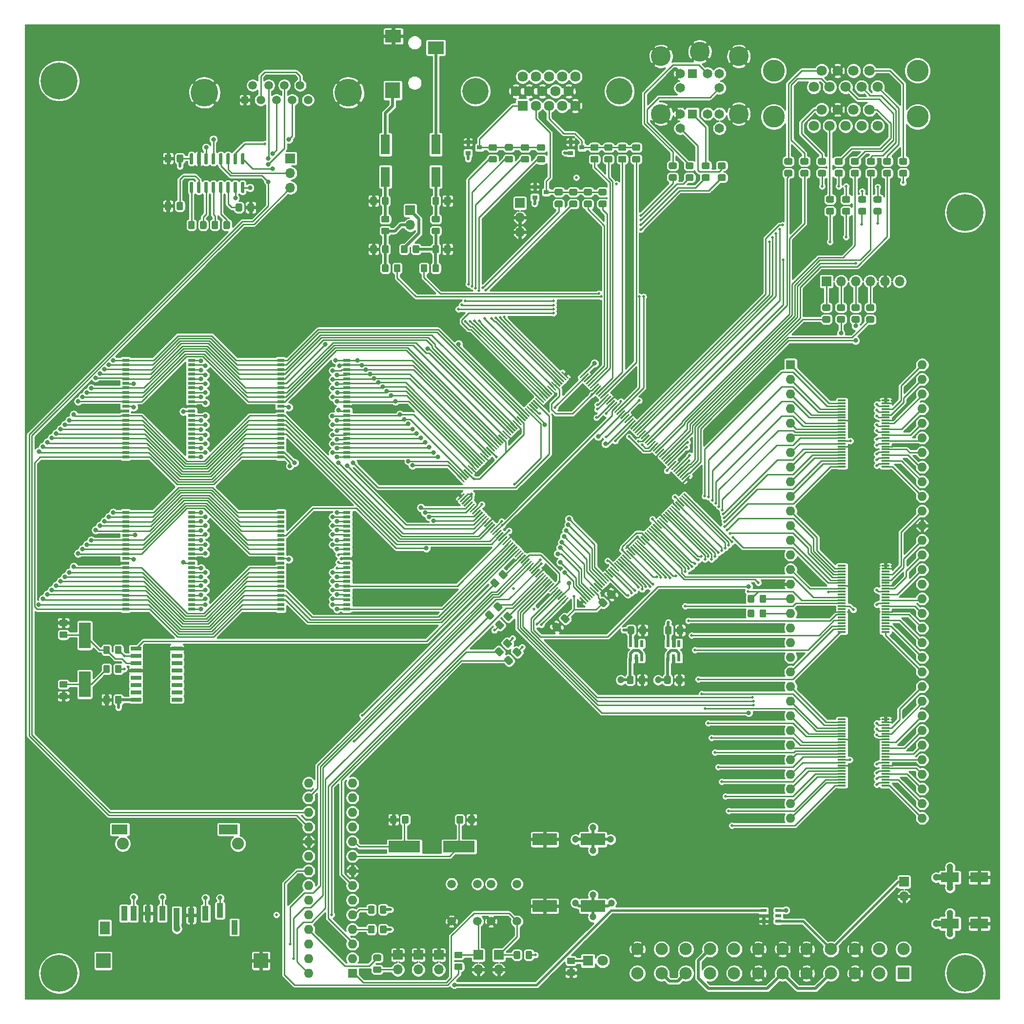
<source format=gbr>
%TF.GenerationSoftware,KiCad,Pcbnew,(5.1.6)-1*%
%TF.CreationDate,2023-05-03T11:12:56-04:00*%
%TF.ProjectId,MigStorm-ITX,4d696753-746f-4726-9d2d-4954582e6b69,rev?*%
%TF.SameCoordinates,Original*%
%TF.FileFunction,Copper,L1,Top*%
%TF.FilePolarity,Positive*%
%FSLAX46Y46*%
G04 Gerber Fmt 4.6, Leading zero omitted, Abs format (unit mm)*
G04 Created by KiCad (PCBNEW (5.1.6)-1) date 2023-05-03 11:12:56*
%MOMM*%
%LPD*%
G01*
G04 APERTURE LIST*
%TA.AperFunction,ComponentPad*%
%ADD10C,6.400000*%
%TD*%
%TA.AperFunction,ComponentPad*%
%ADD11C,0.800000*%
%TD*%
%TA.AperFunction,SMDPad,CuDef*%
%ADD12R,1.600000X3.500000*%
%TD*%
%TA.AperFunction,ComponentPad*%
%ADD13R,1.800000X1.800000*%
%TD*%
%TA.AperFunction,ComponentPad*%
%ADD14C,1.800000*%
%TD*%
%TA.AperFunction,SMDPad,CuDef*%
%ADD15R,0.900000X0.800000*%
%TD*%
%TA.AperFunction,SMDPad,CuDef*%
%ADD16R,1.825000X0.700000*%
%TD*%
%TA.AperFunction,SMDPad,CuDef*%
%ADD17R,0.600000X1.200000*%
%TD*%
%TA.AperFunction,SMDPad,CuDef*%
%ADD18R,1.475000X0.300000*%
%TD*%
%TA.AperFunction,ComponentPad*%
%ADD19R,1.700000X1.700000*%
%TD*%
%TA.AperFunction,ComponentPad*%
%ADD20O,1.700000X1.700000*%
%TD*%
%TA.AperFunction,ComponentPad*%
%ADD21R,2.150000X2.150000*%
%TD*%
%TA.AperFunction,ComponentPad*%
%ADD22C,2.150000*%
%TD*%
%TA.AperFunction,ComponentPad*%
%ADD23R,1.650000X1.650000*%
%TD*%
%TA.AperFunction,ComponentPad*%
%ADD24C,1.650000*%
%TD*%
%TA.AperFunction,ComponentPad*%
%ADD25C,3.450000*%
%TD*%
%TA.AperFunction,SMDPad,CuDef*%
%ADD26R,1.100000X2.500000*%
%TD*%
%TA.AperFunction,SMDPad,CuDef*%
%ADD27R,1.700000X2.300000*%
%TD*%
%TA.AperFunction,SMDPad,CuDef*%
%ADD28R,2.800000X1.700000*%
%TD*%
%TA.AperFunction,SMDPad,CuDef*%
%ADD29R,3.300000X1.700000*%
%TD*%
%TA.AperFunction,SMDPad,CuDef*%
%ADD30R,2.500000X2.600000*%
%TD*%
%TA.AperFunction,ComponentPad*%
%ADD31C,2.085000*%
%TD*%
%TA.AperFunction,ComponentPad*%
%ADD32C,3.810000*%
%TD*%
%TA.AperFunction,ComponentPad*%
%ADD33R,1.200000X1.200000*%
%TD*%
%TA.AperFunction,ComponentPad*%
%ADD34C,1.500000*%
%TD*%
%TA.AperFunction,ComponentPad*%
%ADD35C,4.800000*%
%TD*%
%TA.AperFunction,SMDPad,CuDef*%
%ADD36R,2.800000X2.200000*%
%TD*%
%TA.AperFunction,SMDPad,CuDef*%
%ADD37R,2.600000X2.800000*%
%TD*%
%TA.AperFunction,ComponentPad*%
%ADD38R,1.785000X1.785000*%
%TD*%
%TA.AperFunction,ComponentPad*%
%ADD39C,1.785000*%
%TD*%
%TA.AperFunction,ComponentPad*%
%ADD40C,4.575000*%
%TD*%
%TA.AperFunction,SMDPad,CuDef*%
%ADD41C,0.100000*%
%TD*%
%TA.AperFunction,SMDPad,CuDef*%
%ADD42R,1.295000X0.600000*%
%TD*%
%TA.AperFunction,SMDPad,CuDef*%
%ADD43R,5.500000X2.000000*%
%TD*%
%TA.AperFunction,SMDPad,CuDef*%
%ADD44R,2.000000X4.500000*%
%TD*%
%TA.AperFunction,ComponentPad*%
%ADD45R,1.600000X1.600000*%
%TD*%
%TA.AperFunction,ComponentPad*%
%ADD46O,1.600000X1.600000*%
%TD*%
%TA.AperFunction,SMDPad,CuDef*%
%ADD47R,4.250000X2.050000*%
%TD*%
%TA.AperFunction,SMDPad,CuDef*%
%ADD48R,3.150000X1.800000*%
%TD*%
%TA.AperFunction,SMDPad,CuDef*%
%ADD49R,1.050000X0.550000*%
%TD*%
%TA.AperFunction,ViaPad*%
%ADD50C,0.500000*%
%TD*%
%TA.AperFunction,ViaPad*%
%ADD51C,1.200000*%
%TD*%
%TA.AperFunction,ViaPad*%
%ADD52C,0.800000*%
%TD*%
%TA.AperFunction,Conductor*%
%ADD53C,0.250000*%
%TD*%
%TA.AperFunction,Conductor*%
%ADD54C,0.500000*%
%TD*%
%TA.AperFunction,Conductor*%
%ADD55C,1.000000*%
%TD*%
%TA.AperFunction,Conductor*%
%ADD56C,0.400000*%
%TD*%
%TA.AperFunction,Conductor*%
%ADD57C,0.254000*%
%TD*%
G04 APERTURE END LIST*
D10*
%TO.P,REF\u002A\u002A,1*%
%TO.N,N/C*%
X133604000Y-67030600D03*
D11*
X136004000Y-67030600D03*
X135301056Y-68727656D03*
X133604000Y-69430600D03*
X131906944Y-68727656D03*
X131204000Y-67030600D03*
X131906944Y-65333544D03*
X133604000Y-64630600D03*
X135301056Y-65333544D03*
%TD*%
D10*
%TO.P,REF\u002A\u002A,1*%
%TO.N,N/C*%
X290880800Y-89890600D03*
D11*
X293280800Y-89890600D03*
X292577856Y-91587656D03*
X290880800Y-92290600D03*
X289183744Y-91587656D03*
X288480800Y-89890600D03*
X289183744Y-88193544D03*
X290880800Y-87490600D03*
X292577856Y-88193544D03*
%TD*%
D10*
%TO.P,REF\u002A\u002A,1*%
%TO.N,N/C*%
X290880800Y-221970600D03*
D11*
X293280800Y-221970600D03*
X292577856Y-223667656D03*
X290880800Y-224370600D03*
X289183744Y-223667656D03*
X288480800Y-221970600D03*
X289183744Y-220273544D03*
X290880800Y-219570600D03*
X292577856Y-220273544D03*
%TD*%
%TO.P,REF\u002A\u002A,1*%
%TO.N,N/C*%
X135301056Y-220298944D03*
X133604000Y-219596000D03*
X131906944Y-220298944D03*
X131204000Y-221996000D03*
X131906944Y-223693056D03*
X133604000Y-224396000D03*
X135301056Y-223693056D03*
X136004000Y-221996000D03*
D10*
X133604000Y-221996000D03*
%TD*%
%TO.P,C1,2*%
%TO.N,GND*%
%TA.AperFunction,SMDPad,CuDef*%
G36*
G01*
X240725000Y-171519001D02*
X240725000Y-170618999D01*
G75*
G02*
X240974999Y-170369000I249999J0D01*
G01*
X241625001Y-170369000D01*
G75*
G02*
X241875000Y-170618999I0J-249999D01*
G01*
X241875000Y-171519001D01*
G75*
G02*
X241625001Y-171769000I-249999J0D01*
G01*
X240974999Y-171769000D01*
G75*
G02*
X240725000Y-171519001I0J249999D01*
G01*
G37*
%TD.AperFunction*%
%TO.P,C1,1*%
%TO.N,5VDC*%
%TA.AperFunction,SMDPad,CuDef*%
G36*
G01*
X238675000Y-171519001D02*
X238675000Y-170618999D01*
G75*
G02*
X238924999Y-170369000I249999J0D01*
G01*
X239575001Y-170369000D01*
G75*
G02*
X239825000Y-170618999I0J-249999D01*
G01*
X239825000Y-171519001D01*
G75*
G02*
X239575001Y-171769000I-249999J0D01*
G01*
X238924999Y-171769000D01*
G75*
G02*
X238675000Y-171519001I0J249999D01*
G01*
G37*
%TD.AperFunction*%
%TD*%
%TO.P,C2,2*%
%TO.N,GND*%
%TA.AperFunction,SMDPad,CuDef*%
G36*
G01*
X234248000Y-171519001D02*
X234248000Y-170618999D01*
G75*
G02*
X234497999Y-170369000I249999J0D01*
G01*
X235148001Y-170369000D01*
G75*
G02*
X235398000Y-170618999I0J-249999D01*
G01*
X235398000Y-171519001D01*
G75*
G02*
X235148001Y-171769000I-249999J0D01*
G01*
X234497999Y-171769000D01*
G75*
G02*
X234248000Y-171519001I0J249999D01*
G01*
G37*
%TD.AperFunction*%
%TO.P,C2,1*%
%TO.N,5VDC*%
%TA.AperFunction,SMDPad,CuDef*%
G36*
G01*
X232198000Y-171519001D02*
X232198000Y-170618999D01*
G75*
G02*
X232447999Y-170369000I249999J0D01*
G01*
X233098001Y-170369000D01*
G75*
G02*
X233348000Y-170618999I0J-249999D01*
G01*
X233348000Y-171519001D01*
G75*
G02*
X233098001Y-171769000I-249999J0D01*
G01*
X232447999Y-171769000D01*
G75*
G02*
X232198000Y-171519001I0J249999D01*
G01*
G37*
%TD.AperFunction*%
%TD*%
%TO.P,C4,1*%
%TO.N,+2V5*%
%TA.AperFunction,SMDPad,CuDef*%
G36*
G01*
X238802000Y-162883001D02*
X238802000Y-161982999D01*
G75*
G02*
X239051999Y-161733000I249999J0D01*
G01*
X239702001Y-161733000D01*
G75*
G02*
X239952000Y-161982999I0J-249999D01*
G01*
X239952000Y-162883001D01*
G75*
G02*
X239702001Y-163133000I-249999J0D01*
G01*
X239051999Y-163133000D01*
G75*
G02*
X238802000Y-162883001I0J249999D01*
G01*
G37*
%TD.AperFunction*%
%TO.P,C4,2*%
%TO.N,GND*%
%TA.AperFunction,SMDPad,CuDef*%
G36*
G01*
X240852000Y-162883001D02*
X240852000Y-161982999D01*
G75*
G02*
X241101999Y-161733000I249999J0D01*
G01*
X241752001Y-161733000D01*
G75*
G02*
X242002000Y-161982999I0J-249999D01*
G01*
X242002000Y-162883001D01*
G75*
G02*
X241752001Y-163133000I-249999J0D01*
G01*
X241101999Y-163133000D01*
G75*
G02*
X240852000Y-162883001I0J249999D01*
G01*
G37*
%TD.AperFunction*%
%TD*%
%TO.P,C5,1*%
%TO.N,+1V2*%
%TA.AperFunction,SMDPad,CuDef*%
G36*
G01*
X232325000Y-162883001D02*
X232325000Y-161982999D01*
G75*
G02*
X232574999Y-161733000I249999J0D01*
G01*
X233225001Y-161733000D01*
G75*
G02*
X233475000Y-161982999I0J-249999D01*
G01*
X233475000Y-162883001D01*
G75*
G02*
X233225001Y-163133000I-249999J0D01*
G01*
X232574999Y-163133000D01*
G75*
G02*
X232325000Y-162883001I0J249999D01*
G01*
G37*
%TD.AperFunction*%
%TO.P,C5,2*%
%TO.N,GND*%
%TA.AperFunction,SMDPad,CuDef*%
G36*
G01*
X234375000Y-162883001D02*
X234375000Y-161982999D01*
G75*
G02*
X234624999Y-161733000I249999J0D01*
G01*
X235275001Y-161733000D01*
G75*
G02*
X235525000Y-161982999I0J-249999D01*
G01*
X235525000Y-162883001D01*
G75*
G02*
X235275001Y-163133000I-249999J0D01*
G01*
X234624999Y-163133000D01*
G75*
G02*
X234375000Y-162883001I0J249999D01*
G01*
G37*
%TD.AperFunction*%
%TD*%
%TO.P,C8,1*%
%TO.N,3.3V*%
%TA.AperFunction,SMDPad,CuDef*%
G36*
G01*
X227951044Y-158384353D02*
X227314647Y-157747956D01*
G75*
G02*
X227314647Y-157394404I176776J176776D01*
G01*
X227774268Y-156934783D01*
G75*
G02*
X228127820Y-156934783I176776J-176776D01*
G01*
X228764217Y-157571180D01*
G75*
G02*
X228764217Y-157924732I-176776J-176776D01*
G01*
X228304596Y-158384353D01*
G75*
G02*
X227951044Y-158384353I-176776J176776D01*
G01*
G37*
%TD.AperFunction*%
%TO.P,C8,2*%
%TO.N,GND*%
%TA.AperFunction,SMDPad,CuDef*%
G36*
G01*
X229400612Y-156934785D02*
X228764215Y-156298388D01*
G75*
G02*
X228764215Y-155944836I176776J176776D01*
G01*
X229223836Y-155485215D01*
G75*
G02*
X229577388Y-155485215I176776J-176776D01*
G01*
X230213785Y-156121612D01*
G75*
G02*
X230213785Y-156475164I-176776J-176776D01*
G01*
X229754164Y-156934785D01*
G75*
G02*
X229400612Y-156934785I-176776J176776D01*
G01*
G37*
%TD.AperFunction*%
%TD*%
%TO.P,C9,1*%
%TO.N,3.3V*%
%TA.AperFunction,SMDPad,CuDef*%
G36*
G01*
X221539172Y-159713431D02*
X222175569Y-160349828D01*
G75*
G02*
X222175569Y-160703380I-176776J-176776D01*
G01*
X221715948Y-161163001D01*
G75*
G02*
X221362396Y-161163001I-176776J176776D01*
G01*
X220725999Y-160526604D01*
G75*
G02*
X220725999Y-160173052I176776J176776D01*
G01*
X221185620Y-159713431D01*
G75*
G02*
X221539172Y-159713431I176776J-176776D01*
G01*
G37*
%TD.AperFunction*%
%TO.P,C9,2*%
%TO.N,GND*%
%TA.AperFunction,SMDPad,CuDef*%
G36*
G01*
X220089604Y-161162999D02*
X220726001Y-161799396D01*
G75*
G02*
X220726001Y-162152948I-176776J-176776D01*
G01*
X220266380Y-162612569D01*
G75*
G02*
X219912828Y-162612569I-176776J176776D01*
G01*
X219276431Y-161976172D01*
G75*
G02*
X219276431Y-161622620I176776J176776D01*
G01*
X219736052Y-161162999D01*
G75*
G02*
X220089604Y-161162999I176776J-176776D01*
G01*
G37*
%TD.AperFunction*%
%TD*%
%TO.P,C33,2*%
%TO.N,GND*%
%TA.AperFunction,SMDPad,CuDef*%
G36*
G01*
X204657000Y-195776001D02*
X204657000Y-194875999D01*
G75*
G02*
X204906999Y-194626000I249999J0D01*
G01*
X205557001Y-194626000D01*
G75*
G02*
X205807000Y-194875999I0J-249999D01*
G01*
X205807000Y-195776001D01*
G75*
G02*
X205557001Y-196026000I-249999J0D01*
G01*
X204906999Y-196026000D01*
G75*
G02*
X204657000Y-195776001I0J249999D01*
G01*
G37*
%TD.AperFunction*%
%TO.P,C33,1*%
%TO.N,Net-(C33-Pad1)*%
%TA.AperFunction,SMDPad,CuDef*%
G36*
G01*
X202607000Y-195776001D02*
X202607000Y-194875999D01*
G75*
G02*
X202856999Y-194626000I249999J0D01*
G01*
X203507001Y-194626000D01*
G75*
G02*
X203757000Y-194875999I0J-249999D01*
G01*
X203757000Y-195776001D01*
G75*
G02*
X203507001Y-196026000I-249999J0D01*
G01*
X202856999Y-196026000D01*
G75*
G02*
X202607000Y-195776001I0J249999D01*
G01*
G37*
%TD.AperFunction*%
%TD*%
%TO.P,C34,1*%
%TO.N,GND*%
%TA.AperFunction,SMDPad,CuDef*%
G36*
G01*
X191068000Y-195776001D02*
X191068000Y-194875999D01*
G75*
G02*
X191317999Y-194626000I249999J0D01*
G01*
X191968001Y-194626000D01*
G75*
G02*
X192218000Y-194875999I0J-249999D01*
G01*
X192218000Y-195776001D01*
G75*
G02*
X191968001Y-196026000I-249999J0D01*
G01*
X191317999Y-196026000D01*
G75*
G02*
X191068000Y-195776001I0J249999D01*
G01*
G37*
%TD.AperFunction*%
%TO.P,C34,2*%
%TO.N,Net-(C34-Pad2)*%
%TA.AperFunction,SMDPad,CuDef*%
G36*
G01*
X193118000Y-195776001D02*
X193118000Y-194875999D01*
G75*
G02*
X193367999Y-194626000I249999J0D01*
G01*
X194018001Y-194626000D01*
G75*
G02*
X194268000Y-194875999I0J-249999D01*
G01*
X194268000Y-195776001D01*
G75*
G02*
X194018001Y-196026000I-249999J0D01*
G01*
X193367999Y-196026000D01*
G75*
G02*
X193118000Y-195776001I0J249999D01*
G01*
G37*
%TD.AperFunction*%
%TD*%
%TO.P,C36,1*%
%TO.N,3.3V*%
%TA.AperFunction,SMDPad,CuDef*%
G36*
G01*
X144466000Y-174047999D02*
X144466000Y-174948001D01*
G75*
G02*
X144216001Y-175198000I-249999J0D01*
G01*
X143565999Y-175198000D01*
G75*
G02*
X143316000Y-174948001I0J249999D01*
G01*
X143316000Y-174047999D01*
G75*
G02*
X143565999Y-173798000I249999J0D01*
G01*
X144216001Y-173798000D01*
G75*
G02*
X144466000Y-174047999I0J-249999D01*
G01*
G37*
%TD.AperFunction*%
%TO.P,C36,2*%
%TO.N,GND*%
%TA.AperFunction,SMDPad,CuDef*%
G36*
G01*
X142416000Y-174047999D02*
X142416000Y-174948001D01*
G75*
G02*
X142166001Y-175198000I-249999J0D01*
G01*
X141515999Y-175198000D01*
G75*
G02*
X141266000Y-174948001I0J249999D01*
G01*
X141266000Y-174047999D01*
G75*
G02*
X141515999Y-173798000I249999J0D01*
G01*
X142166001Y-173798000D01*
G75*
G02*
X142416000Y-174047999I0J-249999D01*
G01*
G37*
%TD.AperFunction*%
%TD*%
%TO.P,C37,1*%
%TO.N,Net-(C37-Pad1)*%
%TA.AperFunction,SMDPad,CuDef*%
G36*
G01*
X133915999Y-171256000D02*
X134816001Y-171256000D01*
G75*
G02*
X135066000Y-171505999I0J-249999D01*
G01*
X135066000Y-172156001D01*
G75*
G02*
X134816001Y-172406000I-249999J0D01*
G01*
X133915999Y-172406000D01*
G75*
G02*
X133666000Y-172156001I0J249999D01*
G01*
X133666000Y-171505999D01*
G75*
G02*
X133915999Y-171256000I249999J0D01*
G01*
G37*
%TD.AperFunction*%
%TO.P,C37,2*%
%TO.N,GND*%
%TA.AperFunction,SMDPad,CuDef*%
G36*
G01*
X133915999Y-173306000D02*
X134816001Y-173306000D01*
G75*
G02*
X135066000Y-173555999I0J-249999D01*
G01*
X135066000Y-174206001D01*
G75*
G02*
X134816001Y-174456000I-249999J0D01*
G01*
X133915999Y-174456000D01*
G75*
G02*
X133666000Y-174206001I0J249999D01*
G01*
X133666000Y-173555999D01*
G75*
G02*
X133915999Y-173306000I249999J0D01*
G01*
G37*
%TD.AperFunction*%
%TD*%
%TO.P,C39,1*%
%TO.N,Net-(C39-Pad1)*%
%TA.AperFunction,SMDPad,CuDef*%
G36*
G01*
X134816001Y-163788000D02*
X133915999Y-163788000D01*
G75*
G02*
X133666000Y-163538001I0J249999D01*
G01*
X133666000Y-162887999D01*
G75*
G02*
X133915999Y-162638000I249999J0D01*
G01*
X134816001Y-162638000D01*
G75*
G02*
X135066000Y-162887999I0J-249999D01*
G01*
X135066000Y-163538001D01*
G75*
G02*
X134816001Y-163788000I-249999J0D01*
G01*
G37*
%TD.AperFunction*%
%TO.P,C39,2*%
%TO.N,GND*%
%TA.AperFunction,SMDPad,CuDef*%
G36*
G01*
X134816001Y-161738000D02*
X133915999Y-161738000D01*
G75*
G02*
X133666000Y-161488001I0J249999D01*
G01*
X133666000Y-160837999D01*
G75*
G02*
X133915999Y-160588000I249999J0D01*
G01*
X134816001Y-160588000D01*
G75*
G02*
X135066000Y-160837999I0J-249999D01*
G01*
X135066000Y-161488001D01*
G75*
G02*
X134816001Y-161738000I-249999J0D01*
G01*
G37*
%TD.AperFunction*%
%TD*%
%TO.P,C42,1*%
%TO.N,Net-(C42-Pad1)*%
%TA.AperFunction,SMDPad,CuDef*%
G36*
G01*
X156007000Y-92525001D02*
X156007000Y-91624999D01*
G75*
G02*
X156256999Y-91375000I249999J0D01*
G01*
X156907001Y-91375000D01*
G75*
G02*
X157157000Y-91624999I0J-249999D01*
G01*
X157157000Y-92525001D01*
G75*
G02*
X156907001Y-92775000I-249999J0D01*
G01*
X156256999Y-92775000D01*
G75*
G02*
X156007000Y-92525001I0J249999D01*
G01*
G37*
%TD.AperFunction*%
%TO.P,C42,2*%
%TO.N,Net-(C42-Pad2)*%
%TA.AperFunction,SMDPad,CuDef*%
G36*
G01*
X158057000Y-92525001D02*
X158057000Y-91624999D01*
G75*
G02*
X158306999Y-91375000I249999J0D01*
G01*
X158957001Y-91375000D01*
G75*
G02*
X159207000Y-91624999I0J-249999D01*
G01*
X159207000Y-92525001D01*
G75*
G02*
X158957001Y-92775000I-249999J0D01*
G01*
X158306999Y-92775000D01*
G75*
G02*
X158057000Y-92525001I0J249999D01*
G01*
G37*
%TD.AperFunction*%
%TD*%
%TO.P,C43,2*%
%TO.N,Net-(C43-Pad2)*%
%TA.AperFunction,SMDPad,CuDef*%
G36*
G01*
X162121000Y-92525001D02*
X162121000Y-91624999D01*
G75*
G02*
X162370999Y-91375000I249999J0D01*
G01*
X163021001Y-91375000D01*
G75*
G02*
X163271000Y-91624999I0J-249999D01*
G01*
X163271000Y-92525001D01*
G75*
G02*
X163021001Y-92775000I-249999J0D01*
G01*
X162370999Y-92775000D01*
G75*
G02*
X162121000Y-92525001I0J249999D01*
G01*
G37*
%TD.AperFunction*%
%TO.P,C43,1*%
%TO.N,Net-(C43-Pad1)*%
%TA.AperFunction,SMDPad,CuDef*%
G36*
G01*
X160071000Y-92525001D02*
X160071000Y-91624999D01*
G75*
G02*
X160320999Y-91375000I249999J0D01*
G01*
X160971001Y-91375000D01*
G75*
G02*
X161221000Y-91624999I0J-249999D01*
G01*
X161221000Y-92525001D01*
G75*
G02*
X160971001Y-92775000I-249999J0D01*
G01*
X160320999Y-92775000D01*
G75*
G02*
X160071000Y-92525001I0J249999D01*
G01*
G37*
%TD.AperFunction*%
%TD*%
%TO.P,C44,2*%
%TO.N,GND*%
%TA.AperFunction,SMDPad,CuDef*%
G36*
G01*
X153102000Y-80067999D02*
X153102000Y-80968001D01*
G75*
G02*
X152852001Y-81218000I-249999J0D01*
G01*
X152201999Y-81218000D01*
G75*
G02*
X151952000Y-80968001I0J249999D01*
G01*
X151952000Y-80067999D01*
G75*
G02*
X152201999Y-79818000I249999J0D01*
G01*
X152852001Y-79818000D01*
G75*
G02*
X153102000Y-80067999I0J-249999D01*
G01*
G37*
%TD.AperFunction*%
%TO.P,C44,1*%
%TO.N,3.3V*%
%TA.AperFunction,SMDPad,CuDef*%
G36*
G01*
X155152000Y-80067999D02*
X155152000Y-80968001D01*
G75*
G02*
X154902001Y-81218000I-249999J0D01*
G01*
X154251999Y-81218000D01*
G75*
G02*
X154002000Y-80968001I0J249999D01*
G01*
X154002000Y-80067999D01*
G75*
G02*
X154251999Y-79818000I249999J0D01*
G01*
X154902001Y-79818000D01*
G75*
G02*
X155152000Y-80067999I0J-249999D01*
G01*
G37*
%TD.AperFunction*%
%TD*%
%TO.P,C45,1*%
%TO.N,GND*%
%TA.AperFunction,SMDPad,CuDef*%
G36*
G01*
X151934000Y-89223001D02*
X151934000Y-88322999D01*
G75*
G02*
X152183999Y-88073000I249999J0D01*
G01*
X152834001Y-88073000D01*
G75*
G02*
X153084000Y-88322999I0J-249999D01*
G01*
X153084000Y-89223001D01*
G75*
G02*
X152834001Y-89473000I-249999J0D01*
G01*
X152183999Y-89473000D01*
G75*
G02*
X151934000Y-89223001I0J249999D01*
G01*
G37*
%TD.AperFunction*%
%TO.P,C45,2*%
%TO.N,Net-(C45-Pad2)*%
%TA.AperFunction,SMDPad,CuDef*%
G36*
G01*
X153984000Y-89223001D02*
X153984000Y-88322999D01*
G75*
G02*
X154233999Y-88073000I249999J0D01*
G01*
X154884001Y-88073000D01*
G75*
G02*
X155134000Y-88322999I0J-249999D01*
G01*
X155134000Y-89223001D01*
G75*
G02*
X154884001Y-89473000I-249999J0D01*
G01*
X154233999Y-89473000D01*
G75*
G02*
X153984000Y-89223001I0J249999D01*
G01*
G37*
%TD.AperFunction*%
%TD*%
%TO.P,C46,1*%
%TO.N,Net-(C46-Pad1)*%
%TA.AperFunction,SMDPad,CuDef*%
G36*
G01*
X190830000Y-95815999D02*
X190830000Y-96716001D01*
G75*
G02*
X190580001Y-96966000I-249999J0D01*
G01*
X189929999Y-96966000D01*
G75*
G02*
X189680000Y-96716001I0J249999D01*
G01*
X189680000Y-95815999D01*
G75*
G02*
X189929999Y-95566000I249999J0D01*
G01*
X190580001Y-95566000D01*
G75*
G02*
X190830000Y-95815999I0J-249999D01*
G01*
G37*
%TD.AperFunction*%
%TO.P,C46,2*%
%TO.N,GND*%
%TA.AperFunction,SMDPad,CuDef*%
G36*
G01*
X188780000Y-95815999D02*
X188780000Y-96716001D01*
G75*
G02*
X188530001Y-96966000I-249999J0D01*
G01*
X187879999Y-96966000D01*
G75*
G02*
X187630000Y-96716001I0J249999D01*
G01*
X187630000Y-95815999D01*
G75*
G02*
X187879999Y-95566000I249999J0D01*
G01*
X188530001Y-95566000D01*
G75*
G02*
X188780000Y-95815999I0J-249999D01*
G01*
G37*
%TD.AperFunction*%
%TD*%
%TO.P,C47,2*%
%TO.N,Net-(C47-Pad2)*%
%TA.AperFunction,SMDPad,CuDef*%
G36*
G01*
X199566000Y-95815999D02*
X199566000Y-96716001D01*
G75*
G02*
X199316001Y-96966000I-249999J0D01*
G01*
X198665999Y-96966000D01*
G75*
G02*
X198416000Y-96716001I0J249999D01*
G01*
X198416000Y-95815999D01*
G75*
G02*
X198665999Y-95566000I249999J0D01*
G01*
X199316001Y-95566000D01*
G75*
G02*
X199566000Y-95815999I0J-249999D01*
G01*
G37*
%TD.AperFunction*%
%TO.P,C47,1*%
%TO.N,GND*%
%TA.AperFunction,SMDPad,CuDef*%
G36*
G01*
X201616000Y-95815999D02*
X201616000Y-96716001D01*
G75*
G02*
X201366001Y-96966000I-249999J0D01*
G01*
X200715999Y-96966000D01*
G75*
G02*
X200466000Y-96716001I0J249999D01*
G01*
X200466000Y-95815999D01*
G75*
G02*
X200715999Y-95566000I249999J0D01*
G01*
X201366001Y-95566000D01*
G75*
G02*
X201616000Y-95815999I0J-249999D01*
G01*
G37*
%TD.AperFunction*%
%TD*%
%TO.P,C48,2*%
%TO.N,Net-(C48-Pad2)*%
%TA.AperFunction,SMDPad,CuDef*%
G36*
G01*
X165403000Y-88576999D02*
X165403000Y-89477001D01*
G75*
G02*
X165153001Y-89727000I-249999J0D01*
G01*
X164502999Y-89727000D01*
G75*
G02*
X164253000Y-89477001I0J249999D01*
G01*
X164253000Y-88576999D01*
G75*
G02*
X164502999Y-88327000I249999J0D01*
G01*
X165153001Y-88327000D01*
G75*
G02*
X165403000Y-88576999I0J-249999D01*
G01*
G37*
%TD.AperFunction*%
%TO.P,C48,1*%
%TO.N,GND*%
%TA.AperFunction,SMDPad,CuDef*%
G36*
G01*
X167453000Y-88576999D02*
X167453000Y-89477001D01*
G75*
G02*
X167203001Y-89727000I-249999J0D01*
G01*
X166552999Y-89727000D01*
G75*
G02*
X166303000Y-89477001I0J249999D01*
G01*
X166303000Y-88576999D01*
G75*
G02*
X166552999Y-88327000I249999J0D01*
G01*
X167203001Y-88327000D01*
G75*
G02*
X167453000Y-88576999I0J-249999D01*
G01*
G37*
%TD.AperFunction*%
%TD*%
%TO.P,C49,1*%
%TO.N,Net-(C49-Pad1)*%
%TA.AperFunction,SMDPad,CuDef*%
G36*
G01*
X190821000Y-87433999D02*
X190821000Y-88334001D01*
G75*
G02*
X190571001Y-88584000I-249999J0D01*
G01*
X189920999Y-88584000D01*
G75*
G02*
X189671000Y-88334001I0J249999D01*
G01*
X189671000Y-87433999D01*
G75*
G02*
X189920999Y-87184000I249999J0D01*
G01*
X190571001Y-87184000D01*
G75*
G02*
X190821000Y-87433999I0J-249999D01*
G01*
G37*
%TD.AperFunction*%
%TO.P,C49,2*%
%TO.N,GND*%
%TA.AperFunction,SMDPad,CuDef*%
G36*
G01*
X188771000Y-87433999D02*
X188771000Y-88334001D01*
G75*
G02*
X188521001Y-88584000I-249999J0D01*
G01*
X187870999Y-88584000D01*
G75*
G02*
X187621000Y-88334001I0J249999D01*
G01*
X187621000Y-87433999D01*
G75*
G02*
X187870999Y-87184000I249999J0D01*
G01*
X188521001Y-87184000D01*
G75*
G02*
X188771000Y-87433999I0J-249999D01*
G01*
G37*
%TD.AperFunction*%
%TD*%
%TO.P,C50,2*%
%TO.N,Net-(C50-Pad2)*%
%TA.AperFunction,SMDPad,CuDef*%
G36*
G01*
X199575000Y-87433999D02*
X199575000Y-88334001D01*
G75*
G02*
X199325001Y-88584000I-249999J0D01*
G01*
X198674999Y-88584000D01*
G75*
G02*
X198425000Y-88334001I0J249999D01*
G01*
X198425000Y-87433999D01*
G75*
G02*
X198674999Y-87184000I249999J0D01*
G01*
X199325001Y-87184000D01*
G75*
G02*
X199575000Y-87433999I0J-249999D01*
G01*
G37*
%TD.AperFunction*%
%TO.P,C50,1*%
%TO.N,GND*%
%TA.AperFunction,SMDPad,CuDef*%
G36*
G01*
X201625000Y-87433999D02*
X201625000Y-88334001D01*
G75*
G02*
X201375001Y-88584000I-249999J0D01*
G01*
X200724999Y-88584000D01*
G75*
G02*
X200475000Y-88334001I0J249999D01*
G01*
X200475000Y-87433999D01*
G75*
G02*
X200724999Y-87184000I249999J0D01*
G01*
X201375001Y-87184000D01*
G75*
G02*
X201625000Y-87433999I0J-249999D01*
G01*
G37*
%TD.AperFunction*%
%TD*%
D12*
%TO.P,C51,2*%
%TO.N,Net-(C51-Pad2)*%
X190246000Y-78105000D03*
%TO.P,C51,1*%
%TO.N,Net-(C49-Pad1)*%
X190246000Y-83705000D03*
%TD*%
%TO.P,C52,1*%
%TO.N,Net-(C50-Pad2)*%
X199009000Y-83699000D03*
%TO.P,C52,2*%
%TO.N,Net-(C52-Pad2)*%
X199009000Y-78099000D03*
%TD*%
D13*
%TO.P,D1,1*%
%TO.N,Net-(D1-Pad1)*%
X225425000Y-219837000D03*
D14*
%TO.P,D1,2*%
%TO.N,5VDC*%
X227965000Y-219837000D03*
%TD*%
D15*
%TO.P,D2,1*%
%TO.N,GND*%
X204597000Y-77663000D03*
%TO.P,D2,2*%
%TO.N,3.3V*%
X204597000Y-79563000D03*
%TO.P,D2,3*%
%TO.N,Net-(D2-Pad3)*%
X206597000Y-78613000D03*
%TD*%
%TO.P,D3,3*%
%TO.N,Net-(D3-Pad3)*%
X218186000Y-86360000D03*
%TO.P,D3,2*%
%TO.N,3.3V*%
X216186000Y-87310000D03*
%TO.P,D3,1*%
%TO.N,GND*%
X216186000Y-85410000D03*
%TD*%
%TO.P,D4,1*%
%TO.N,GND*%
X222393000Y-77663000D03*
%TO.P,D4,2*%
%TO.N,3.3V*%
X222393000Y-79563000D03*
%TO.P,D4,3*%
%TO.N,Net-(D4-Pad3)*%
X224393000Y-78613000D03*
%TD*%
D16*
%TO.P,IC1,1*%
%TO.N,N/C*%
X154057000Y-174498000D03*
%TO.P,IC1,2*%
X154057000Y-173228000D03*
%TO.P,IC1,3*%
X154057000Y-171958000D03*
%TO.P,IC1,4*%
X154057000Y-170688000D03*
%TO.P,IC1,5*%
X154057000Y-169418000D03*
%TO.P,IC1,6*%
X154057000Y-168148000D03*
%TO.P,IC1,7*%
X154057000Y-166878000D03*
%TO.P,IC1,8*%
%TO.N,GND*%
X154057000Y-165608000D03*
%TO.P,IC1,9*%
%TO.N,MCLK*%
X146933000Y-165608000D03*
%TO.P,IC1,10*%
%TO.N,Net-(IC1-Pad10)*%
X146933000Y-166878000D03*
%TO.P,IC1,11*%
%TO.N,Net-(C39-Pad1)*%
X146933000Y-168148000D03*
%TO.P,IC1,12*%
%TO.N,GND*%
X146933000Y-169418000D03*
%TO.P,IC1,13*%
%TO.N,N/C*%
X146933000Y-170688000D03*
%TO.P,IC1,14*%
X146933000Y-171958000D03*
%TO.P,IC1,15*%
X146933000Y-173228000D03*
%TO.P,IC1,16*%
%TO.N,3.3V*%
X146933000Y-174498000D03*
%TD*%
D17*
%TO.P,IC2,5*%
%TO.N,+2V5*%
X239334000Y-164739000D03*
%TO.P,IC2,4*%
%TO.N,N/C*%
X241234000Y-164739000D03*
%TO.P,IC2,3*%
%TO.N,5VDC*%
X241234000Y-167239000D03*
%TO.P,IC2,2*%
%TO.N,GND*%
X240284000Y-167239000D03*
%TO.P,IC2,1*%
%TO.N,5VDC*%
X239334000Y-167239000D03*
%TD*%
%TO.P,IC3,1*%
%TO.N,5VDC*%
X232857000Y-167239000D03*
%TO.P,IC3,2*%
%TO.N,GND*%
X233807000Y-167239000D03*
%TO.P,IC3,3*%
%TO.N,5VDC*%
X234757000Y-167239000D03*
%TO.P,IC3,4*%
%TO.N,N/C*%
X234757000Y-164739000D03*
%TO.P,IC3,5*%
%TO.N,+1V2*%
X232857000Y-164739000D03*
%TD*%
D18*
%TO.P,IC4,1*%
%TO.N,N/C*%
X269516000Y-122520000D03*
%TO.P,IC4,2*%
%TO.N,D4*%
X269516000Y-123020000D03*
%TO.P,IC4,3*%
%TO.N,CPU_D5*%
X269516000Y-123520000D03*
%TO.P,IC4,4*%
%TO.N,D3*%
X269516000Y-124020000D03*
%TO.P,IC4,5*%
%TO.N,CPU_D6*%
X269516000Y-124520000D03*
%TO.P,IC4,6*%
%TO.N,D2*%
X269516000Y-125020000D03*
%TO.P,IC4,7*%
%TO.N,CPU_D7*%
X269516000Y-125520000D03*
%TO.P,IC4,8*%
%TO.N,GND*%
X269516000Y-126020000D03*
%TO.P,IC4,9*%
%TO.N,D1*%
X269516000Y-126520000D03*
%TO.P,IC4,10*%
%TO.N,CPU_D8*%
X269516000Y-127020000D03*
%TO.P,IC4,11*%
%TO.N,D0*%
X269516000Y-127520000D03*
%TO.P,IC4,12*%
%TO.N,CPU_D9*%
X269516000Y-128020000D03*
%TO.P,IC4,13*%
%TO.N,AS*%
X269516000Y-128520000D03*
%TO.P,IC4,14*%
%TO.N,CPU_D10*%
X269516000Y-129020000D03*
%TO.P,IC4,15*%
%TO.N,5VDC*%
X269516000Y-129520000D03*
%TO.P,IC4,16*%
%TO.N,UDS*%
X269516000Y-130020000D03*
%TO.P,IC4,17*%
%TO.N,GND*%
X269516000Y-130520000D03*
%TO.P,IC4,18*%
%TO.N,CPU_D11*%
X269516000Y-131020000D03*
%TO.P,IC4,19*%
%TO.N,LDS*%
X269516000Y-131520000D03*
%TO.P,IC4,20*%
%TO.N,CPU_D12*%
X269516000Y-132020000D03*
%TO.P,IC4,21*%
%TO.N,RW*%
X269516000Y-132520000D03*
%TO.P,IC4,22*%
%TO.N,CPU_D13*%
X269516000Y-133020000D03*
%TO.P,IC4,23*%
%TO.N,DTACK*%
X269516000Y-133520000D03*
%TO.P,IC4,24*%
%TO.N,CPU_D14*%
X269516000Y-134020000D03*
%TO.P,IC4,25*%
%TO.N,D14*%
X277092000Y-134020000D03*
%TO.P,IC4,26*%
%TO.N,CPU_DTACK*%
X277092000Y-133520000D03*
%TO.P,IC4,27*%
%TO.N,D13*%
X277092000Y-133020000D03*
%TO.P,IC4,28*%
%TO.N,CPU_RW*%
X277092000Y-132520000D03*
%TO.P,IC4,29*%
%TO.N,D12*%
X277092000Y-132020000D03*
%TO.P,IC4,30*%
%TO.N,CPU_LDS*%
X277092000Y-131520000D03*
%TO.P,IC4,31*%
%TO.N,D11*%
X277092000Y-131020000D03*
%TO.P,IC4,32*%
%TO.N,GND*%
X277092000Y-130520000D03*
%TO.P,IC4,33*%
%TO.N,CPU_UDS*%
X277092000Y-130020000D03*
%TO.P,IC4,34*%
%TO.N,D10*%
X277092000Y-129520000D03*
%TO.P,IC4,35*%
%TO.N,CPU_AS*%
X277092000Y-129020000D03*
%TO.P,IC4,36*%
%TO.N,D9*%
X277092000Y-128520000D03*
%TO.P,IC4,37*%
%TO.N,CPU_D0*%
X277092000Y-128020000D03*
%TO.P,IC4,38*%
%TO.N,D8*%
X277092000Y-127520000D03*
%TO.P,IC4,39*%
%TO.N,CPU_D1*%
X277092000Y-127020000D03*
%TO.P,IC4,40*%
%TO.N,D7*%
X277092000Y-126520000D03*
%TO.P,IC4,41*%
%TO.N,GND*%
X277092000Y-126020000D03*
%TO.P,IC4,42*%
%TO.N,CPU_D2*%
X277092000Y-125520000D03*
%TO.P,IC4,43*%
%TO.N,D6*%
X277092000Y-125020000D03*
%TO.P,IC4,44*%
%TO.N,CPU_D3*%
X277092000Y-124520000D03*
%TO.P,IC4,45*%
%TO.N,D5*%
X277092000Y-124020000D03*
%TO.P,IC4,46*%
%TO.N,CPU_D4*%
X277092000Y-123520000D03*
%TO.P,IC4,47*%
%TO.N,GND*%
X277092000Y-123020000D03*
%TO.P,IC4,48*%
X277092000Y-122520000D03*
%TD*%
%TO.P,IC5,48*%
%TO.N,GND*%
X277092000Y-151222000D03*
%TO.P,IC5,47*%
X277092000Y-151722000D03*
%TO.P,IC5,46*%
%TO.N,N/C*%
X277092000Y-152222000D03*
%TO.P,IC5,45*%
%TO.N,D15*%
X277092000Y-152722000D03*
%TO.P,IC5,44*%
%TO.N,N/C*%
X277092000Y-153222000D03*
%TO.P,IC5,43*%
%TO.N,A23*%
X277092000Y-153722000D03*
%TO.P,IC5,42*%
%TO.N,N/C*%
X277092000Y-154222000D03*
%TO.P,IC5,41*%
%TO.N,GND*%
X277092000Y-154722000D03*
%TO.P,IC5,40*%
%TO.N,A22*%
X277092000Y-155222000D03*
%TO.P,IC5,39*%
%TO.N,CPU_CLK*%
X277092000Y-155722000D03*
%TO.P,IC5,38*%
%TO.N,A21*%
X277092000Y-156222000D03*
%TO.P,IC5,37*%
%TO.N,N/C*%
X277092000Y-156722000D03*
%TO.P,IC5,36*%
%TO.N,A20*%
X277092000Y-157222000D03*
%TO.P,IC5,35*%
%TO.N,CPU_RESET*%
X277092000Y-157722000D03*
%TO.P,IC5,34*%
%TO.N,A19*%
X277092000Y-158222000D03*
%TO.P,IC5,33*%
%TO.N,N/C*%
X277092000Y-158722000D03*
%TO.P,IC5,32*%
%TO.N,GND*%
X277092000Y-159222000D03*
%TO.P,IC5,31*%
%TO.N,A18*%
X277092000Y-159722000D03*
%TO.P,IC5,30*%
%TO.N,N/C*%
X277092000Y-160222000D03*
%TO.P,IC5,29*%
%TO.N,A17*%
X277092000Y-160722000D03*
%TO.P,IC5,28*%
%TO.N,N/C*%
X277092000Y-161222000D03*
%TO.P,IC5,27*%
%TO.N,A16*%
X277092000Y-161722000D03*
%TO.P,IC5,26*%
%TO.N,N/C*%
X277092000Y-162222000D03*
%TO.P,IC5,25*%
%TO.N,A15*%
X277092000Y-162722000D03*
%TO.P,IC5,24*%
%TO.N,CPU_A15*%
X269516000Y-162722000D03*
%TO.P,IC5,23*%
%TO.N,BERR*%
X269516000Y-162222000D03*
%TO.P,IC5,22*%
%TO.N,CPU_A16*%
X269516000Y-161722000D03*
%TO.P,IC5,21*%
%TO.N,N/C*%
X269516000Y-161222000D03*
%TO.P,IC5,20*%
%TO.N,CPU_A17*%
X269516000Y-160722000D03*
%TO.P,IC5,19*%
%TO.N,N/C*%
X269516000Y-160222000D03*
%TO.P,IC5,18*%
%TO.N,CPU_A18*%
X269516000Y-159722000D03*
%TO.P,IC5,17*%
%TO.N,GND*%
X269516000Y-159222000D03*
%TO.P,IC5,16*%
%TO.N,N/C*%
X269516000Y-158722000D03*
%TO.P,IC5,15*%
%TO.N,5VDC*%
X269516000Y-158222000D03*
%TO.P,IC5,14*%
%TO.N,CPU_A19*%
X269516000Y-157722000D03*
%TO.P,IC5,13*%
%TO.N,RESET*%
X269516000Y-157222000D03*
%TO.P,IC5,12*%
%TO.N,CPU_A20*%
X269516000Y-156722000D03*
%TO.P,IC5,11*%
%TO.N,N/C*%
X269516000Y-156222000D03*
%TO.P,IC5,10*%
%TO.N,CPU_A21*%
X269516000Y-155722000D03*
%TO.P,IC5,9*%
%TO.N,CLK*%
X269516000Y-155222000D03*
%TO.P,IC5,8*%
%TO.N,GND*%
X269516000Y-154722000D03*
%TO.P,IC5,7*%
%TO.N,CPU_A22*%
X269516000Y-154222000D03*
%TO.P,IC5,6*%
%TO.N,BR*%
X269516000Y-153722000D03*
%TO.P,IC5,5*%
%TO.N,CPU_A23*%
X269516000Y-153222000D03*
%TO.P,IC5,4*%
%TO.N,BGACK*%
X269516000Y-152722000D03*
%TO.P,IC5,3*%
%TO.N,CPU_D15*%
X269516000Y-152222000D03*
%TO.P,IC5,2*%
%TO.N,BG*%
X269516000Y-151722000D03*
%TO.P,IC5,1*%
%TO.N,N/C*%
X269516000Y-151222000D03*
%TD*%
%TO.P,IC6,1*%
%TO.N,N/C*%
X269516000Y-177892000D03*
%TO.P,IC6,2*%
%TO.N,IPL2*%
X269516000Y-178392000D03*
%TO.P,IC6,3*%
%TO.N,CPU_A14*%
X269516000Y-178892000D03*
%TO.P,IC6,4*%
%TO.N,IPL1*%
X269516000Y-179392000D03*
%TO.P,IC6,5*%
%TO.N,CPU_A13*%
X269516000Y-179892000D03*
%TO.P,IC6,6*%
%TO.N,IPL0*%
X269516000Y-180392000D03*
%TO.P,IC6,7*%
%TO.N,CPU_A12*%
X269516000Y-180892000D03*
%TO.P,IC6,8*%
%TO.N,GND*%
X269516000Y-181392000D03*
%TO.P,IC6,9*%
%TO.N,FC2*%
X269516000Y-181892000D03*
%TO.P,IC6,10*%
%TO.N,CPU_A11*%
X269516000Y-182392000D03*
%TO.P,IC6,11*%
%TO.N,FC1*%
X269516000Y-182892000D03*
%TO.P,IC6,12*%
%TO.N,CPU_A10*%
X269516000Y-183392000D03*
%TO.P,IC6,13*%
%TO.N,FC0*%
X269516000Y-183892000D03*
%TO.P,IC6,14*%
%TO.N,CPU_A9*%
X269516000Y-184392000D03*
%TO.P,IC6,15*%
%TO.N,5VDC*%
X269516000Y-184892000D03*
%TO.P,IC6,16*%
%TO.N,A1*%
X269516000Y-185392000D03*
%TO.P,IC6,17*%
%TO.N,GND*%
X269516000Y-185892000D03*
%TO.P,IC6,18*%
%TO.N,CPU_A8*%
X269516000Y-186392000D03*
%TO.P,IC6,19*%
%TO.N,A2*%
X269516000Y-186892000D03*
%TO.P,IC6,20*%
%TO.N,CPU_A7*%
X269516000Y-187392000D03*
%TO.P,IC6,21*%
%TO.N,A3*%
X269516000Y-187892000D03*
%TO.P,IC6,22*%
%TO.N,CPU_A6*%
X269516000Y-188392000D03*
%TO.P,IC6,23*%
%TO.N,A4*%
X269516000Y-188892000D03*
%TO.P,IC6,24*%
%TO.N,CPU_A5*%
X269516000Y-189392000D03*
%TO.P,IC6,25*%
%TO.N,A5*%
X277092000Y-189392000D03*
%TO.P,IC6,26*%
%TO.N,CPU_A4*%
X277092000Y-188892000D03*
%TO.P,IC6,27*%
%TO.N,A6*%
X277092000Y-188392000D03*
%TO.P,IC6,28*%
%TO.N,CPU_A3*%
X277092000Y-187892000D03*
%TO.P,IC6,29*%
%TO.N,A7*%
X277092000Y-187392000D03*
%TO.P,IC6,30*%
%TO.N,CPU_A2*%
X277092000Y-186892000D03*
%TO.P,IC6,31*%
%TO.N,A8*%
X277092000Y-186392000D03*
%TO.P,IC6,32*%
%TO.N,GND*%
X277092000Y-185892000D03*
%TO.P,IC6,33*%
%TO.N,CPU_A1*%
X277092000Y-185392000D03*
%TO.P,IC6,34*%
%TO.N,A9*%
X277092000Y-184892000D03*
%TO.P,IC6,35*%
%TO.N,N/C*%
X277092000Y-184392000D03*
%TO.P,IC6,36*%
%TO.N,A10*%
X277092000Y-183892000D03*
%TO.P,IC6,37*%
%TO.N,N/C*%
X277092000Y-183392000D03*
%TO.P,IC6,38*%
%TO.N,A11*%
X277092000Y-182892000D03*
%TO.P,IC6,39*%
%TO.N,N/C*%
X277092000Y-182392000D03*
%TO.P,IC6,40*%
%TO.N,A12*%
X277092000Y-181892000D03*
%TO.P,IC6,41*%
%TO.N,GND*%
X277092000Y-181392000D03*
%TO.P,IC6,42*%
%TO.N,CPU_IPL0*%
X277092000Y-180892000D03*
%TO.P,IC6,43*%
%TO.N,A13*%
X277092000Y-180392000D03*
%TO.P,IC6,44*%
%TO.N,CPU_IPL1*%
X277092000Y-179892000D03*
%TO.P,IC6,45*%
%TO.N,A14*%
X277092000Y-179392000D03*
%TO.P,IC6,46*%
%TO.N,CPU_IPL2*%
X277092000Y-178892000D03*
%TO.P,IC6,47*%
%TO.N,GND*%
X277092000Y-178392000D03*
%TO.P,IC6,48*%
X277092000Y-177892000D03*
%TD*%
D19*
%TO.P,J1,1*%
%TO.N,Net-(J1-Pad1)*%
X266827000Y-101854000D03*
D20*
%TO.P,J1,2*%
%TO.N,Net-(J1-Pad2)*%
X269367000Y-101854000D03*
%TO.P,J1,3*%
%TO.N,Net-(J1-Pad3)*%
X271907000Y-101854000D03*
%TO.P,J1,4*%
%TO.N,Net-(J1-Pad4)*%
X274447000Y-101854000D03*
%TO.P,J1,5*%
%TO.N,GND*%
X276987000Y-101854000D03*
%TO.P,J1,6*%
%TO.N,3.3V*%
X279527000Y-101854000D03*
%TD*%
D21*
%TO.P,J2,1*%
%TO.N,3.3V*%
X280207000Y-222005000D03*
D22*
%TO.P,J2,2*%
X276007000Y-222005000D03*
%TO.P,J2,3*%
%TO.N,GND*%
X271807000Y-222005000D03*
%TO.P,J2,4*%
%TO.N,5VDC*%
X267607000Y-222005000D03*
%TO.P,J2,5*%
%TO.N,GND*%
X263407000Y-222005000D03*
%TO.P,J2,6*%
%TO.N,5VDC*%
X259207000Y-222005000D03*
%TO.P,J2,7*%
%TO.N,GND*%
X255007000Y-222005000D03*
%TO.P,J2,8*%
%TO.N,N/C*%
X250807000Y-222005000D03*
%TO.P,J2,9*%
%TO.N,5VSB*%
X246607000Y-222005000D03*
%TO.P,J2,10*%
%TO.N,12VDC*%
X242407000Y-222005000D03*
%TO.P,J2,11*%
X238207000Y-222005000D03*
%TO.P,J2,12*%
%TO.N,3.3V*%
X234007000Y-222005000D03*
%TO.P,J2,13*%
X280207000Y-217805000D03*
%TO.P,J2,14*%
%TO.N,N/C*%
X276007000Y-217805000D03*
%TO.P,J2,15*%
%TO.N,GND*%
X271807000Y-217805000D03*
%TO.P,J2,16*%
%TO.N,PS_ON*%
X267607000Y-217805000D03*
%TO.P,J2,17*%
%TO.N,GND*%
X263407000Y-217805000D03*
%TO.P,J2,18*%
X259207000Y-217805000D03*
%TO.P,J2,19*%
X255007000Y-217805000D03*
%TO.P,J2,20*%
%TO.N,N/C*%
X250807000Y-217805000D03*
%TO.P,J2,21*%
%TO.N,5VDC*%
X246607000Y-217805000D03*
%TO.P,J2,22*%
X242407000Y-217805000D03*
%TO.P,J2,23*%
X238207000Y-217805000D03*
%TO.P,J2,24*%
%TO.N,GND*%
X234007000Y-217805000D03*
%TD*%
D19*
%TO.P,J3,1*%
%TO.N,GND*%
X199517000Y-218821000D03*
D20*
%TO.P,J3,2*%
%TO.N,Net-(IC8-Pad1)*%
X199517000Y-221361000D03*
%TD*%
D19*
%TO.P,J4,1*%
%TO.N,GND*%
X195961000Y-218821000D03*
D20*
%TO.P,J4,2*%
%TO.N,Net-(J4-Pad2)*%
X195961000Y-221361000D03*
%TD*%
D19*
%TO.P,J5,1*%
%TO.N,15KHZ*%
X213614000Y-88265000D03*
D20*
%TO.P,J5,2*%
%TO.N,GND*%
X213614000Y-90805000D03*
%TO.P,J5,3*%
X213614000Y-93345000D03*
%TD*%
%TO.P,J6,2*%
%TO.N,Net-(J6-Pad2)*%
X192405000Y-221361000D03*
D19*
%TO.P,J6,1*%
%TO.N,GND*%
X192405000Y-218821000D03*
%TD*%
D23*
%TO.P,J7,A1*%
%TO.N,N/C*%
X243556000Y-65776000D03*
D24*
%TO.P,J7,A2*%
%TO.N,Net-(J7-PadA2)*%
X246156000Y-65776000D03*
%TO.P,J7,A3*%
%TO.N,GND*%
X241456000Y-65776000D03*
%TO.P,J7,A5*%
%TO.N,5VDC*%
X248256000Y-65776000D03*
%TO.P,J7,A6*%
%TO.N,N/C*%
X241456000Y-68276000D03*
%TO.P,J7,A8*%
%TO.N,Net-(J7-PadA8)*%
X248256000Y-68276000D03*
D23*
%TO.P,J7,B1*%
%TO.N,Net-(J7-PadB1)*%
X243556000Y-72776000D03*
D24*
%TO.P,J7,B2*%
%TO.N,N/C*%
X246156000Y-72776000D03*
%TO.P,J7,B3*%
%TO.N,GND*%
X241456000Y-72776000D03*
%TO.P,J7,B5*%
%TO.N,5VDC*%
X248256000Y-72776000D03*
%TO.P,J7,B6*%
%TO.N,Net-(J7-PadB6)*%
X241456000Y-75276000D03*
%TO.P,J7,B8*%
%TO.N,N/C*%
X248256000Y-75276000D03*
D25*
%TO.P,J7,MH1*%
%TO.N,GND*%
X251606000Y-62776000D03*
%TO.P,J7,MH2*%
X244856000Y-61976000D03*
%TO.P,J7,MH3*%
X238106000Y-62776000D03*
%TO.P,J7,MH4*%
X251606000Y-72776000D03*
%TO.P,J7,MH5*%
X238106000Y-72776000D03*
%TD*%
D19*
%TO.P,J8,1*%
%TO.N,MCLR*%
X209931000Y-218821000D03*
D20*
%TO.P,J8,2*%
%TO.N,GND*%
X209931000Y-221361000D03*
%TD*%
%TO.P,J9,2*%
%TO.N,GND*%
X206375000Y-221361000D03*
D19*
%TO.P,J9,1*%
%TO.N,BUTTON*%
X206375000Y-218821000D03*
%TD*%
D20*
%TO.P,J10,3*%
%TO.N,TXD_MCU*%
X173736000Y-85598000D03*
%TO.P,J10,2*%
%TO.N,Net-(J10-Pad2)*%
X173736000Y-83058000D03*
D19*
%TO.P,J10,1*%
%TO.N,TXD*%
X173736000Y-80518000D03*
%TD*%
D26*
%TO.P,J11,1*%
%TO.N,Net-(J11-Pad1)*%
X161531000Y-211103000D03*
%TO.P,J11,2*%
%TO.N,Net-(J11-Pad2)*%
X159031000Y-211603000D03*
%TO.P,J11,3*%
%TO.N,GND*%
X156531000Y-211903000D03*
%TO.P,J11,4*%
%TO.N,3.3V*%
X154031000Y-211903000D03*
%TO.P,J11,5*%
%TO.N,Net-(J11-Pad5)*%
X151531000Y-211603000D03*
%TO.P,J11,6*%
%TO.N,GND*%
X149031000Y-211603000D03*
%TO.P,J11,7*%
%TO.N,Net-(J11-Pad7)*%
X146531000Y-211603000D03*
%TO.P,J11,8*%
%TO.N,N/C*%
X144906000Y-211603000D03*
%TO.P,J11,9*%
X164031000Y-214003000D03*
D27*
%TO.P,J11,10*%
X141531000Y-214103000D03*
D28*
%TO.P,J11,11*%
X144106000Y-197003000D03*
D29*
%TO.P,J11,12*%
X163006000Y-197003000D03*
D30*
%TO.P,J11,13*%
%TO.N,GND*%
X168656000Y-219823000D03*
%TO.P,J11,14*%
%TO.N,N/C*%
X141256000Y-219823000D03*
D31*
%TO.P,J11,15*%
X164656000Y-199503000D03*
%TO.P,J11,16*%
X144656000Y-199503000D03*
%TD*%
D20*
%TO.P,J12,2*%
%TO.N,Net-(C46-Pad1)*%
X194564000Y-92075000D03*
D19*
%TO.P,J12,1*%
%TO.N,Net-(J12-Pad1)*%
X194564000Y-89535000D03*
%TD*%
D14*
%TO.P,J13,9B*%
%TO.N,Net-(J13-Pad9B)*%
X266010000Y-72028000D03*
%TO.P,J13,6B*%
%TO.N,Net-(J13-Pad6B)*%
X274320000Y-72028000D03*
%TO.P,J13,7B*%
%TO.N,5VDC*%
X271550000Y-72028000D03*
%TO.P,J13,8B*%
%TO.N,GND*%
X268780000Y-72028000D03*
%TO.P,J13,5B*%
%TO.N,N/C*%
X264625000Y-74868000D03*
%TO.P,J13,4B*%
%TO.N,Net-(J13-Pad4B)*%
X267395000Y-74868000D03*
%TO.P,J13,1B*%
%TO.N,Net-(J13-Pad1B)*%
X275705000Y-74868000D03*
%TO.P,J13,2B*%
%TO.N,Net-(J13-Pad2B)*%
X272935000Y-74868000D03*
%TO.P,J13,9A*%
%TO.N,Net-(J13-Pad9A)*%
X266010000Y-65278000D03*
%TO.P,J13,6A*%
%TO.N,Net-(J13-Pad6A)*%
X274320000Y-65278000D03*
%TO.P,J13,7A*%
%TO.N,5VDC*%
X271550000Y-65278000D03*
%TO.P,J13,8A*%
%TO.N,GND*%
X268780000Y-65278000D03*
%TO.P,J13,5A*%
%TO.N,N/C*%
X264625000Y-68118000D03*
%TO.P,J13,4A*%
%TO.N,Net-(J13-Pad4A)*%
X267395000Y-68118000D03*
%TO.P,J13,1A*%
%TO.N,Net-(J13-Pad1A)*%
X275705000Y-68118000D03*
%TO.P,J13,2A*%
%TO.N,Net-(J13-Pad2A)*%
X272935000Y-68118000D03*
%TO.P,J13,3B*%
%TO.N,Net-(J13-Pad3B)*%
X270165000Y-74868000D03*
%TO.P,J13,3A*%
%TO.N,Net-(J13-Pad3A)*%
X270165000Y-68118000D03*
D32*
%TO.P,J13,MH3*%
%TO.N,N/C*%
X257675000Y-73278000D03*
%TO.P,J13,MH4*%
X257675000Y-65278000D03*
%TO.P,J13,MH2*%
X282655000Y-65278000D03*
%TO.P,J13,MH1*%
X282655000Y-73278000D03*
%TD*%
D33*
%TO.P,J14,1*%
%TO.N,GND*%
X165862000Y-70358000D03*
D34*
%TO.P,J14,2*%
%TO.N,N/C*%
X167232000Y-67818000D03*
%TO.P,J14,3*%
%TO.N,Net-(J14-Pad3)*%
X168602000Y-70358000D03*
%TO.P,J14,4*%
%TO.N,Net-(J14-Pad4)*%
X169972000Y-67818000D03*
%TO.P,J14,5*%
%TO.N,Net-(J14-Pad5)*%
X171342000Y-70358000D03*
%TO.P,J14,6*%
%TO.N,Net-(J14-Pad6)*%
X172712000Y-67818000D03*
%TO.P,J14,7*%
%TO.N,Net-(J14-Pad7)*%
X174082000Y-70358000D03*
%TO.P,J14,8*%
%TO.N,Net-(J14-Pad3)*%
X175452000Y-67818000D03*
%TO.P,J14,9*%
%TO.N,N/C*%
X176822000Y-70358000D03*
D35*
%TO.P,J14,MH1*%
%TO.N,GND*%
X158847000Y-69088000D03*
%TO.P,J14,MH2*%
X183837000Y-69088000D03*
%TD*%
D36*
%TO.P,J15,1*%
%TO.N,GND*%
X191626000Y-59296000D03*
D37*
%TO.P,J15,2*%
%TO.N,Net-(C51-Pad2)*%
X191526000Y-68696000D03*
D36*
%TO.P,J15,3*%
%TO.N,Net-(C52-Pad2)*%
X199026000Y-61296000D03*
%TD*%
D38*
%TO.P,J16,1*%
%TO.N,Net-(D2-Pad3)*%
X214066000Y-71374000D03*
D39*
%TO.P,J16,2*%
%TO.N,Net-(D3-Pad3)*%
X216356000Y-71374000D03*
%TO.P,J16,3*%
%TO.N,Net-(D4-Pad3)*%
X218646000Y-71374000D03*
%TO.P,J16,4*%
%TO.N,N/C*%
X220936000Y-71374000D03*
%TO.P,J16,5*%
%TO.N,GND*%
X223226000Y-71374000D03*
%TO.P,J16,6*%
X212921000Y-68834000D03*
%TO.P,J16,7*%
X215211000Y-68834000D03*
%TO.P,J16,8*%
X217501000Y-68834000D03*
%TO.P,J16,9*%
%TO.N,N/C*%
X219791000Y-68834000D03*
%TO.P,J16,10*%
%TO.N,GND*%
X222081000Y-68834000D03*
%TO.P,J16,11*%
%TO.N,N/C*%
X214066000Y-66294000D03*
%TO.P,J16,12*%
X216356000Y-66294000D03*
%TO.P,J16,13*%
%TO.N,Net-(D5-Pad3)*%
X218646000Y-66294000D03*
%TO.P,J16,14*%
%TO.N,Net-(D6-Pad3)*%
X220936000Y-66294000D03*
%TO.P,J16,15*%
%TO.N,N/C*%
X223226000Y-66294000D03*
D40*
%TO.P,J16,MH1*%
%TO.N,Net-(J16-PadMH1)*%
X205896000Y-68834000D03*
%TO.P,J16,MH2*%
X230886000Y-68834000D03*
%TD*%
%TO.P,R1,1*%
%TO.N,Net-(R1-Pad1)*%
%TA.AperFunction,SMDPad,CuDef*%
G36*
G01*
X256371000Y-156521999D02*
X256371000Y-157422001D01*
G75*
G02*
X256121001Y-157672000I-249999J0D01*
G01*
X255470999Y-157672000D01*
G75*
G02*
X255221000Y-157422001I0J249999D01*
G01*
X255221000Y-156521999D01*
G75*
G02*
X255470999Y-156272000I249999J0D01*
G01*
X256121001Y-156272000D01*
G75*
G02*
X256371000Y-156521999I0J-249999D01*
G01*
G37*
%TD.AperFunction*%
%TO.P,R1,2*%
%TO.N,RESET*%
%TA.AperFunction,SMDPad,CuDef*%
G36*
G01*
X254321000Y-156521999D02*
X254321000Y-157422001D01*
G75*
G02*
X254071001Y-157672000I-249999J0D01*
G01*
X253420999Y-157672000D01*
G75*
G02*
X253171000Y-157422001I0J249999D01*
G01*
X253171000Y-156521999D01*
G75*
G02*
X253420999Y-156272000I249999J0D01*
G01*
X254071001Y-156272000D01*
G75*
G02*
X254321000Y-156521999I0J-249999D01*
G01*
G37*
%TD.AperFunction*%
%TD*%
%TO.P,R2,2*%
%TO.N,RESET*%
%TA.AperFunction,SMDPad,CuDef*%
G36*
G01*
X254321000Y-159061999D02*
X254321000Y-159962001D01*
G75*
G02*
X254071001Y-160212000I-249999J0D01*
G01*
X253420999Y-160212000D01*
G75*
G02*
X253171000Y-159962001I0J249999D01*
G01*
X253171000Y-159061999D01*
G75*
G02*
X253420999Y-158812000I249999J0D01*
G01*
X254071001Y-158812000D01*
G75*
G02*
X254321000Y-159061999I0J-249999D01*
G01*
G37*
%TD.AperFunction*%
%TO.P,R2,1*%
%TO.N,Net-(R2-Pad1)*%
%TA.AperFunction,SMDPad,CuDef*%
G36*
G01*
X256371000Y-159061999D02*
X256371000Y-159962001D01*
G75*
G02*
X256121001Y-160212000I-249999J0D01*
G01*
X255470999Y-160212000D01*
G75*
G02*
X255221000Y-159962001I0J249999D01*
G01*
X255221000Y-159061999D01*
G75*
G02*
X255470999Y-158812000I249999J0D01*
G01*
X256121001Y-158812000D01*
G75*
G02*
X256371000Y-159061999I0J-249999D01*
G01*
G37*
%TD.AperFunction*%
%TD*%
%TO.P,R3,2*%
%TO.N,TMS*%
%TA.AperFunction,SMDPad,CuDef*%
G36*
G01*
X266376999Y-107883000D02*
X267277001Y-107883000D01*
G75*
G02*
X267527000Y-108132999I0J-249999D01*
G01*
X267527000Y-108783001D01*
G75*
G02*
X267277001Y-109033000I-249999J0D01*
G01*
X266376999Y-109033000D01*
G75*
G02*
X266127000Y-108783001I0J249999D01*
G01*
X266127000Y-108132999D01*
G75*
G02*
X266376999Y-107883000I249999J0D01*
G01*
G37*
%TD.AperFunction*%
%TO.P,R3,1*%
%TO.N,Net-(J1-Pad1)*%
%TA.AperFunction,SMDPad,CuDef*%
G36*
G01*
X266376999Y-105833000D02*
X267277001Y-105833000D01*
G75*
G02*
X267527000Y-106082999I0J-249999D01*
G01*
X267527000Y-106733001D01*
G75*
G02*
X267277001Y-106983000I-249999J0D01*
G01*
X266376999Y-106983000D01*
G75*
G02*
X266127000Y-106733001I0J249999D01*
G01*
X266127000Y-106082999D01*
G75*
G02*
X266376999Y-105833000I249999J0D01*
G01*
G37*
%TD.AperFunction*%
%TD*%
%TO.P,R4,2*%
%TO.N,TDI*%
%TA.AperFunction,SMDPad,CuDef*%
G36*
G01*
X268916999Y-107883000D02*
X269817001Y-107883000D01*
G75*
G02*
X270067000Y-108132999I0J-249999D01*
G01*
X270067000Y-108783001D01*
G75*
G02*
X269817001Y-109033000I-249999J0D01*
G01*
X268916999Y-109033000D01*
G75*
G02*
X268667000Y-108783001I0J249999D01*
G01*
X268667000Y-108132999D01*
G75*
G02*
X268916999Y-107883000I249999J0D01*
G01*
G37*
%TD.AperFunction*%
%TO.P,R4,1*%
%TO.N,Net-(J1-Pad2)*%
%TA.AperFunction,SMDPad,CuDef*%
G36*
G01*
X268916999Y-105833000D02*
X269817001Y-105833000D01*
G75*
G02*
X270067000Y-106082999I0J-249999D01*
G01*
X270067000Y-106733001D01*
G75*
G02*
X269817001Y-106983000I-249999J0D01*
G01*
X268916999Y-106983000D01*
G75*
G02*
X268667000Y-106733001I0J249999D01*
G01*
X268667000Y-106082999D01*
G75*
G02*
X268916999Y-105833000I249999J0D01*
G01*
G37*
%TD.AperFunction*%
%TD*%
%TO.P,R5,1*%
%TO.N,Net-(J1-Pad3)*%
%TA.AperFunction,SMDPad,CuDef*%
G36*
G01*
X271456999Y-105833000D02*
X272357001Y-105833000D01*
G75*
G02*
X272607000Y-106082999I0J-249999D01*
G01*
X272607000Y-106733001D01*
G75*
G02*
X272357001Y-106983000I-249999J0D01*
G01*
X271456999Y-106983000D01*
G75*
G02*
X271207000Y-106733001I0J249999D01*
G01*
X271207000Y-106082999D01*
G75*
G02*
X271456999Y-105833000I249999J0D01*
G01*
G37*
%TD.AperFunction*%
%TO.P,R5,2*%
%TO.N,TDO*%
%TA.AperFunction,SMDPad,CuDef*%
G36*
G01*
X271456999Y-107883000D02*
X272357001Y-107883000D01*
G75*
G02*
X272607000Y-108132999I0J-249999D01*
G01*
X272607000Y-108783001D01*
G75*
G02*
X272357001Y-109033000I-249999J0D01*
G01*
X271456999Y-109033000D01*
G75*
G02*
X271207000Y-108783001I0J249999D01*
G01*
X271207000Y-108132999D01*
G75*
G02*
X271456999Y-107883000I249999J0D01*
G01*
G37*
%TD.AperFunction*%
%TD*%
%TO.P,R6,2*%
%TO.N,TCK*%
%TA.AperFunction,SMDPad,CuDef*%
G36*
G01*
X273996999Y-107901000D02*
X274897001Y-107901000D01*
G75*
G02*
X275147000Y-108150999I0J-249999D01*
G01*
X275147000Y-108801001D01*
G75*
G02*
X274897001Y-109051000I-249999J0D01*
G01*
X273996999Y-109051000D01*
G75*
G02*
X273747000Y-108801001I0J249999D01*
G01*
X273747000Y-108150999D01*
G75*
G02*
X273996999Y-107901000I249999J0D01*
G01*
G37*
%TD.AperFunction*%
%TO.P,R6,1*%
%TO.N,Net-(J1-Pad4)*%
%TA.AperFunction,SMDPad,CuDef*%
G36*
G01*
X273996999Y-105851000D02*
X274897001Y-105851000D01*
G75*
G02*
X275147000Y-106100999I0J-249999D01*
G01*
X275147000Y-106751001D01*
G75*
G02*
X274897001Y-107001000I-249999J0D01*
G01*
X273996999Y-107001000D01*
G75*
G02*
X273747000Y-106751001I0J249999D01*
G01*
X273747000Y-106100999D01*
G75*
G02*
X273996999Y-105851000I249999J0D01*
G01*
G37*
%TD.AperFunction*%
%TD*%
%TO.P,R8,2*%
%TO.N,INIT_B*%
%TA.AperFunction,SMDPad,CuDef*%
G36*
G01*
X210604612Y-153505785D02*
X209968215Y-152869388D01*
G75*
G02*
X209968215Y-152515836I176776J176776D01*
G01*
X210427836Y-152056215D01*
G75*
G02*
X210781388Y-152056215I176776J-176776D01*
G01*
X211417785Y-152692612D01*
G75*
G02*
X211417785Y-153046164I-176776J-176776D01*
G01*
X210958164Y-153505785D01*
G75*
G02*
X210604612Y-153505785I-176776J176776D01*
G01*
G37*
%TD.AperFunction*%
%TO.P,R8,1*%
%TO.N,Net-(IC7-Pad5)*%
%TA.AperFunction,SMDPad,CuDef*%
G36*
G01*
X209155044Y-154955353D02*
X208518647Y-154318956D01*
G75*
G02*
X208518647Y-153965404I176776J176776D01*
G01*
X208978268Y-153505783D01*
G75*
G02*
X209331820Y-153505783I176776J-176776D01*
G01*
X209968217Y-154142180D01*
G75*
G02*
X209968217Y-154495732I-176776J-176776D01*
G01*
X209508596Y-154955353D01*
G75*
G02*
X209155044Y-154955353I-176776J176776D01*
G01*
G37*
%TD.AperFunction*%
%TD*%
%TO.P,R9,2*%
%TO.N,CCLK*%
%TA.AperFunction,SMDPad,CuDef*%
G36*
G01*
X213017612Y-166967785D02*
X212381215Y-166331388D01*
G75*
G02*
X212381215Y-165977836I176776J176776D01*
G01*
X212840836Y-165518215D01*
G75*
G02*
X213194388Y-165518215I176776J-176776D01*
G01*
X213830785Y-166154612D01*
G75*
G02*
X213830785Y-166508164I-176776J-176776D01*
G01*
X213371164Y-166967785D01*
G75*
G02*
X213017612Y-166967785I-176776J176776D01*
G01*
G37*
%TD.AperFunction*%
%TO.P,R9,1*%
%TO.N,Net-(IC7-Pad7)*%
%TA.AperFunction,SMDPad,CuDef*%
G36*
G01*
X211568044Y-168417353D02*
X210931647Y-167780956D01*
G75*
G02*
X210931647Y-167427404I176776J176776D01*
G01*
X211391268Y-166967783D01*
G75*
G02*
X211744820Y-166967783I176776J-176776D01*
G01*
X212381217Y-167604180D01*
G75*
G02*
X212381217Y-167957732I-176776J-176776D01*
G01*
X211921596Y-168417353D01*
G75*
G02*
X211568044Y-168417353I-176776J176776D01*
G01*
G37*
%TD.AperFunction*%
%TD*%
%TO.P,R10,1*%
%TO.N,3.3V*%
%TA.AperFunction,SMDPad,CuDef*%
G36*
G01*
X190458000Y-213925999D02*
X190458000Y-214826001D01*
G75*
G02*
X190208001Y-215076000I-249999J0D01*
G01*
X189557999Y-215076000D01*
G75*
G02*
X189308000Y-214826001I0J249999D01*
G01*
X189308000Y-213925999D01*
G75*
G02*
X189557999Y-213676000I249999J0D01*
G01*
X190208001Y-213676000D01*
G75*
G02*
X190458000Y-213925999I0J-249999D01*
G01*
G37*
%TD.AperFunction*%
%TO.P,R10,2*%
%TO.N,Net-(IC7-Pad4)*%
%TA.AperFunction,SMDPad,CuDef*%
G36*
G01*
X188408000Y-213925999D02*
X188408000Y-214826001D01*
G75*
G02*
X188158001Y-215076000I-249999J0D01*
G01*
X187507999Y-215076000D01*
G75*
G02*
X187258000Y-214826001I0J249999D01*
G01*
X187258000Y-213925999D01*
G75*
G02*
X187507999Y-213676000I249999J0D01*
G01*
X188158001Y-213676000D01*
G75*
G02*
X188408000Y-213925999I0J-249999D01*
G01*
G37*
%TD.AperFunction*%
%TD*%
%TO.P,R11,2*%
%TO.N,Net-(D1-Pad1)*%
%TA.AperFunction,SMDPad,CuDef*%
G36*
G01*
X222954001Y-220412000D02*
X222053999Y-220412000D01*
G75*
G02*
X221804000Y-220162001I0J249999D01*
G01*
X221804000Y-219511999D01*
G75*
G02*
X222053999Y-219262000I249999J0D01*
G01*
X222954001Y-219262000D01*
G75*
G02*
X223204000Y-219511999I0J-249999D01*
G01*
X223204000Y-220162001D01*
G75*
G02*
X222954001Y-220412000I-249999J0D01*
G01*
G37*
%TD.AperFunction*%
%TO.P,R11,1*%
%TO.N,GND*%
%TA.AperFunction,SMDPad,CuDef*%
G36*
G01*
X222954001Y-222462000D02*
X222053999Y-222462000D01*
G75*
G02*
X221804000Y-222212001I0J249999D01*
G01*
X221804000Y-221561999D01*
G75*
G02*
X222053999Y-221312000I249999J0D01*
G01*
X222954001Y-221312000D01*
G75*
G02*
X223204000Y-221561999I0J-249999D01*
G01*
X223204000Y-222212001D01*
G75*
G02*
X222954001Y-222462000I-249999J0D01*
G01*
G37*
%TD.AperFunction*%
%TD*%
%TO.P,R14,2*%
%TO.N,Net-(IC7-Pad5)*%
%TA.AperFunction,SMDPad,CuDef*%
G36*
G01*
X188390000Y-210496999D02*
X188390000Y-211397001D01*
G75*
G02*
X188140001Y-211647000I-249999J0D01*
G01*
X187489999Y-211647000D01*
G75*
G02*
X187240000Y-211397001I0J249999D01*
G01*
X187240000Y-210496999D01*
G75*
G02*
X187489999Y-210247000I249999J0D01*
G01*
X188140001Y-210247000D01*
G75*
G02*
X188390000Y-210496999I0J-249999D01*
G01*
G37*
%TD.AperFunction*%
%TO.P,R14,1*%
%TO.N,3.3V*%
%TA.AperFunction,SMDPad,CuDef*%
G36*
G01*
X190440000Y-210496999D02*
X190440000Y-211397001D01*
G75*
G02*
X190190001Y-211647000I-249999J0D01*
G01*
X189539999Y-211647000D01*
G75*
G02*
X189290000Y-211397001I0J249999D01*
G01*
X189290000Y-210496999D01*
G75*
G02*
X189539999Y-210247000I249999J0D01*
G01*
X190190001Y-210247000D01*
G75*
G02*
X190440000Y-210496999I0J-249999D01*
G01*
G37*
%TD.AperFunction*%
%TD*%
%TO.P,R15,1*%
%TO.N,3.3V*%
%TA.AperFunction,SMDPad,CuDef*%
G36*
G01*
X215731000Y-218370999D02*
X215731000Y-219271001D01*
G75*
G02*
X215481001Y-219521000I-249999J0D01*
G01*
X214830999Y-219521000D01*
G75*
G02*
X214581000Y-219271001I0J249999D01*
G01*
X214581000Y-218370999D01*
G75*
G02*
X214830999Y-218121000I249999J0D01*
G01*
X215481001Y-218121000D01*
G75*
G02*
X215731000Y-218370999I0J-249999D01*
G01*
G37*
%TD.AperFunction*%
%TO.P,R15,2*%
%TO.N,MCLR*%
%TA.AperFunction,SMDPad,CuDef*%
G36*
G01*
X213681000Y-218370999D02*
X213681000Y-219271001D01*
G75*
G02*
X213431001Y-219521000I-249999J0D01*
G01*
X212780999Y-219521000D01*
G75*
G02*
X212531000Y-219271001I0J249999D01*
G01*
X212531000Y-218370999D01*
G75*
G02*
X212780999Y-218121000I249999J0D01*
G01*
X213431001Y-218121000D01*
G75*
G02*
X213681000Y-218370999I0J-249999D01*
G01*
G37*
%TD.AperFunction*%
%TD*%
%TO.P,R16,1*%
%TO.N,Net-(IC1-Pad10)*%
%TA.AperFunction,SMDPad,CuDef*%
G36*
G01*
X144466000Y-168713999D02*
X144466000Y-169614001D01*
G75*
G02*
X144216001Y-169864000I-249999J0D01*
G01*
X143565999Y-169864000D01*
G75*
G02*
X143316000Y-169614001I0J249999D01*
G01*
X143316000Y-168713999D01*
G75*
G02*
X143565999Y-168464000I249999J0D01*
G01*
X144216001Y-168464000D01*
G75*
G02*
X144466000Y-168713999I0J-249999D01*
G01*
G37*
%TD.AperFunction*%
%TO.P,R16,2*%
%TO.N,Net-(C37-Pad1)*%
%TA.AperFunction,SMDPad,CuDef*%
G36*
G01*
X142416000Y-168713999D02*
X142416000Y-169614001D01*
G75*
G02*
X142166001Y-169864000I-249999J0D01*
G01*
X141515999Y-169864000D01*
G75*
G02*
X141266000Y-169614001I0J249999D01*
G01*
X141266000Y-168713999D01*
G75*
G02*
X141515999Y-168464000I249999J0D01*
G01*
X142166001Y-168464000D01*
G75*
G02*
X142416000Y-168713999I0J-249999D01*
G01*
G37*
%TD.AperFunction*%
%TD*%
%TO.P,R17,2*%
%TO.N,Net-(IC1-Pad10)*%
%TA.AperFunction,SMDPad,CuDef*%
G36*
G01*
X143316000Y-166312001D02*
X143316000Y-165411999D01*
G75*
G02*
X143565999Y-165162000I249999J0D01*
G01*
X144216001Y-165162000D01*
G75*
G02*
X144466000Y-165411999I0J-249999D01*
G01*
X144466000Y-166312001D01*
G75*
G02*
X144216001Y-166562000I-249999J0D01*
G01*
X143565999Y-166562000D01*
G75*
G02*
X143316000Y-166312001I0J249999D01*
G01*
G37*
%TD.AperFunction*%
%TO.P,R17,1*%
%TO.N,Net-(C39-Pad1)*%
%TA.AperFunction,SMDPad,CuDef*%
G36*
G01*
X141266000Y-166312001D02*
X141266000Y-165411999D01*
G75*
G02*
X141515999Y-165162000I249999J0D01*
G01*
X142166001Y-165162000D01*
G75*
G02*
X142416000Y-165411999I0J-249999D01*
G01*
X142416000Y-166312001D01*
G75*
G02*
X142166001Y-166562000I-249999J0D01*
G01*
X141515999Y-166562000D01*
G75*
G02*
X141266000Y-166312001I0J249999D01*
G01*
G37*
%TD.AperFunction*%
%TD*%
%TO.P,R19,1*%
%TO.N,PWRLED*%
%TA.AperFunction,SMDPad,CuDef*%
G36*
G01*
X211633172Y-159332431D02*
X212269569Y-159968828D01*
G75*
G02*
X212269569Y-160322380I-176776J-176776D01*
G01*
X211809948Y-160782001D01*
G75*
G02*
X211456396Y-160782001I-176776J176776D01*
G01*
X210819999Y-160145604D01*
G75*
G02*
X210819999Y-159792052I176776J176776D01*
G01*
X211279620Y-159332431D01*
G75*
G02*
X211633172Y-159332431I176776J-176776D01*
G01*
G37*
%TD.AperFunction*%
%TO.P,R19,2*%
%TO.N,Net-(J4-Pad2)*%
%TA.AperFunction,SMDPad,CuDef*%
G36*
G01*
X210183604Y-160781999D02*
X210820001Y-161418396D01*
G75*
G02*
X210820001Y-161771948I-176776J-176776D01*
G01*
X210360380Y-162231569D01*
G75*
G02*
X210006828Y-162231569I-176776J176776D01*
G01*
X209370431Y-161595172D01*
G75*
G02*
X209370431Y-161241620I176776J176776D01*
G01*
X209830052Y-160781999D01*
G75*
G02*
X210183604Y-160781999I176776J-176776D01*
G01*
G37*
%TD.AperFunction*%
%TD*%
%TO.P,R20,2*%
%TO.N,Net-(J6-Pad2)*%
%TA.AperFunction,SMDPad,CuDef*%
G36*
G01*
X188398999Y-220786000D02*
X189299001Y-220786000D01*
G75*
G02*
X189549000Y-221035999I0J-249999D01*
G01*
X189549000Y-221686001D01*
G75*
G02*
X189299001Y-221936000I-249999J0D01*
G01*
X188398999Y-221936000D01*
G75*
G02*
X188149000Y-221686001I0J249999D01*
G01*
X188149000Y-221035999D01*
G75*
G02*
X188398999Y-220786000I249999J0D01*
G01*
G37*
%TD.AperFunction*%
%TO.P,R20,1*%
%TO.N,DISKLED*%
%TA.AperFunction,SMDPad,CuDef*%
G36*
G01*
X188398999Y-218736000D02*
X189299001Y-218736000D01*
G75*
G02*
X189549000Y-218985999I0J-249999D01*
G01*
X189549000Y-219636001D01*
G75*
G02*
X189299001Y-219886000I-249999J0D01*
G01*
X188398999Y-219886000D01*
G75*
G02*
X188149000Y-219636001I0J249999D01*
G01*
X188149000Y-218985999D01*
G75*
G02*
X188398999Y-218736000I249999J0D01*
G01*
G37*
%TD.AperFunction*%
%TD*%
%TO.P,R21,1*%
%TO.N,Net-(J7-PadA2)*%
%TA.AperFunction,SMDPad,CuDef*%
G36*
G01*
X239706999Y-81195000D02*
X240607001Y-81195000D01*
G75*
G02*
X240857000Y-81444999I0J-249999D01*
G01*
X240857000Y-82095001D01*
G75*
G02*
X240607001Y-82345000I-249999J0D01*
G01*
X239706999Y-82345000D01*
G75*
G02*
X239457000Y-82095001I0J249999D01*
G01*
X239457000Y-81444999D01*
G75*
G02*
X239706999Y-81195000I249999J0D01*
G01*
G37*
%TD.AperFunction*%
%TO.P,R21,2*%
%TO.N,KBDDAT*%
%TA.AperFunction,SMDPad,CuDef*%
G36*
G01*
X239706999Y-83245000D02*
X240607001Y-83245000D01*
G75*
G02*
X240857000Y-83494999I0J-249999D01*
G01*
X240857000Y-84145001D01*
G75*
G02*
X240607001Y-84395000I-249999J0D01*
G01*
X239706999Y-84395000D01*
G75*
G02*
X239457000Y-84145001I0J249999D01*
G01*
X239457000Y-83494999D01*
G75*
G02*
X239706999Y-83245000I249999J0D01*
G01*
G37*
%TD.AperFunction*%
%TD*%
%TO.P,R22,1*%
%TO.N,Net-(J7-PadA8)*%
%TA.AperFunction,SMDPad,CuDef*%
G36*
G01*
X242627999Y-81213000D02*
X243528001Y-81213000D01*
G75*
G02*
X243778000Y-81462999I0J-249999D01*
G01*
X243778000Y-82113001D01*
G75*
G02*
X243528001Y-82363000I-249999J0D01*
G01*
X242627999Y-82363000D01*
G75*
G02*
X242378000Y-82113001I0J249999D01*
G01*
X242378000Y-81462999D01*
G75*
G02*
X242627999Y-81213000I249999J0D01*
G01*
G37*
%TD.AperFunction*%
%TO.P,R22,2*%
%TO.N,KBDCLK*%
%TA.AperFunction,SMDPad,CuDef*%
G36*
G01*
X242627999Y-83263000D02*
X243528001Y-83263000D01*
G75*
G02*
X243778000Y-83512999I0J-249999D01*
G01*
X243778000Y-84163001D01*
G75*
G02*
X243528001Y-84413000I-249999J0D01*
G01*
X242627999Y-84413000D01*
G75*
G02*
X242378000Y-84163001I0J249999D01*
G01*
X242378000Y-83512999D01*
G75*
G02*
X242627999Y-83263000I249999J0D01*
G01*
G37*
%TD.AperFunction*%
%TD*%
%TO.P,R23,1*%
%TO.N,Net-(J7-PadB1)*%
%TA.AperFunction,SMDPad,CuDef*%
G36*
G01*
X245421999Y-81213000D02*
X246322001Y-81213000D01*
G75*
G02*
X246572000Y-81462999I0J-249999D01*
G01*
X246572000Y-82113001D01*
G75*
G02*
X246322001Y-82363000I-249999J0D01*
G01*
X245421999Y-82363000D01*
G75*
G02*
X245172000Y-82113001I0J249999D01*
G01*
X245172000Y-81462999D01*
G75*
G02*
X245421999Y-81213000I249999J0D01*
G01*
G37*
%TD.AperFunction*%
%TO.P,R23,2*%
%TO.N,MSDAT*%
%TA.AperFunction,SMDPad,CuDef*%
G36*
G01*
X245421999Y-83263000D02*
X246322001Y-83263000D01*
G75*
G02*
X246572000Y-83512999I0J-249999D01*
G01*
X246572000Y-84163001D01*
G75*
G02*
X246322001Y-84413000I-249999J0D01*
G01*
X245421999Y-84413000D01*
G75*
G02*
X245172000Y-84163001I0J249999D01*
G01*
X245172000Y-83512999D01*
G75*
G02*
X245421999Y-83263000I249999J0D01*
G01*
G37*
%TD.AperFunction*%
%TD*%
%TO.P,R25,1*%
%TO.N,DIN*%
%TA.AperFunction,SMDPad,CuDef*%
G36*
G01*
X209892388Y-157644215D02*
X210528785Y-158280612D01*
G75*
G02*
X210528785Y-158634164I-176776J-176776D01*
G01*
X210069164Y-159093785D01*
G75*
G02*
X209715612Y-159093785I-176776J176776D01*
G01*
X209079215Y-158457388D01*
G75*
G02*
X209079215Y-158103836I176776J176776D01*
G01*
X209538836Y-157644215D01*
G75*
G02*
X209892388Y-157644215I176776J-176776D01*
G01*
G37*
%TD.AperFunction*%
%TO.P,R25,2*%
%TO.N,Net-(IC7-Pad28)*%
%TA.AperFunction,SMDPad,CuDef*%
G36*
G01*
X208442820Y-159093783D02*
X209079217Y-159730180D01*
G75*
G02*
X209079217Y-160083732I-176776J-176776D01*
G01*
X208619596Y-160543353D01*
G75*
G02*
X208266044Y-160543353I-176776J176776D01*
G01*
X207629647Y-159906956D01*
G75*
G02*
X207629647Y-159553404I176776J176776D01*
G01*
X208089268Y-159093783D01*
G75*
G02*
X208442820Y-159093783I176776J-176776D01*
G01*
G37*
%TD.AperFunction*%
%TD*%
%TO.P,R26,2*%
%TO.N,Net-(IC7-Pad24)*%
%TA.AperFunction,SMDPad,CuDef*%
G36*
G01*
X210093820Y-165443783D02*
X210730217Y-166080180D01*
G75*
G02*
X210730217Y-166433732I-176776J-176776D01*
G01*
X210270596Y-166893353D01*
G75*
G02*
X209917044Y-166893353I-176776J176776D01*
G01*
X209280647Y-166256956D01*
G75*
G02*
X209280647Y-165903404I176776J176776D01*
G01*
X209740268Y-165443783D01*
G75*
G02*
X210093820Y-165443783I176776J-176776D01*
G01*
G37*
%TD.AperFunction*%
%TO.P,R26,1*%
%TO.N,DONE*%
%TA.AperFunction,SMDPad,CuDef*%
G36*
G01*
X211543388Y-163994215D02*
X212179785Y-164630612D01*
G75*
G02*
X212179785Y-164984164I-176776J-176776D01*
G01*
X211720164Y-165443785D01*
G75*
G02*
X211366612Y-165443785I-176776J176776D01*
G01*
X210730215Y-164807388D01*
G75*
G02*
X210730215Y-164453836I176776J176776D01*
G01*
X211189836Y-163994215D01*
G75*
G02*
X211543388Y-163994215I176776J-176776D01*
G01*
G37*
%TD.AperFunction*%
%TD*%
%TO.P,R27,1*%
%TO.N,BUTTON*%
%TA.AperFunction,SMDPad,CuDef*%
G36*
G01*
X202495999Y-218246000D02*
X203396001Y-218246000D01*
G75*
G02*
X203646000Y-218495999I0J-249999D01*
G01*
X203646000Y-219146001D01*
G75*
G02*
X203396001Y-219396000I-249999J0D01*
G01*
X202495999Y-219396000D01*
G75*
G02*
X202246000Y-219146001I0J249999D01*
G01*
X202246000Y-218495999D01*
G75*
G02*
X202495999Y-218246000I249999J0D01*
G01*
G37*
%TD.AperFunction*%
%TO.P,R27,2*%
%TO.N,Net-(IC7-Pad21)*%
%TA.AperFunction,SMDPad,CuDef*%
G36*
G01*
X202495999Y-220296000D02*
X203396001Y-220296000D01*
G75*
G02*
X203646000Y-220545999I0J-249999D01*
G01*
X203646000Y-221196001D01*
G75*
G02*
X203396001Y-221446000I-249999J0D01*
G01*
X202495999Y-221446000D01*
G75*
G02*
X202246000Y-221196001I0J249999D01*
G01*
X202246000Y-220545999D01*
G75*
G02*
X202495999Y-220296000I249999J0D01*
G01*
G37*
%TD.AperFunction*%
%TD*%
%TO.P,R28,1*%
%TO.N,MSCLK*%
%TA.AperFunction,SMDPad,CuDef*%
G36*
G01*
X249116001Y-84413000D02*
X248215999Y-84413000D01*
G75*
G02*
X247966000Y-84163001I0J249999D01*
G01*
X247966000Y-83512999D01*
G75*
G02*
X248215999Y-83263000I249999J0D01*
G01*
X249116001Y-83263000D01*
G75*
G02*
X249366000Y-83512999I0J-249999D01*
G01*
X249366000Y-84163001D01*
G75*
G02*
X249116001Y-84413000I-249999J0D01*
G01*
G37*
%TD.AperFunction*%
%TO.P,R28,2*%
%TO.N,Net-(J7-PadB6)*%
%TA.AperFunction,SMDPad,CuDef*%
G36*
G01*
X249116001Y-82363000D02*
X248215999Y-82363000D01*
G75*
G02*
X247966000Y-82113001I0J249999D01*
G01*
X247966000Y-81462999D01*
G75*
G02*
X248215999Y-81213000I249999J0D01*
G01*
X249116001Y-81213000D01*
G75*
G02*
X249366000Y-81462999I0J-249999D01*
G01*
X249366000Y-82113001D01*
G75*
G02*
X249116001Y-82363000I-249999J0D01*
G01*
G37*
%TD.AperFunction*%
%TD*%
%TO.P,R34,1*%
%TO.N,Net-(J13-Pad6A)*%
%TA.AperFunction,SMDPad,CuDef*%
G36*
G01*
X279711999Y-80451000D02*
X280612001Y-80451000D01*
G75*
G02*
X280862000Y-80700999I0J-249999D01*
G01*
X280862000Y-81351001D01*
G75*
G02*
X280612001Y-81601000I-249999J0D01*
G01*
X279711999Y-81601000D01*
G75*
G02*
X279462000Y-81351001I0J249999D01*
G01*
X279462000Y-80700999D01*
G75*
G02*
X279711999Y-80451000I249999J0D01*
G01*
G37*
%TD.AperFunction*%
%TO.P,R34,2*%
%TO.N,JOYA4*%
%TA.AperFunction,SMDPad,CuDef*%
G36*
G01*
X279711999Y-82501000D02*
X280612001Y-82501000D01*
G75*
G02*
X280862000Y-82750999I0J-249999D01*
G01*
X280862000Y-83401001D01*
G75*
G02*
X280612001Y-83651000I-249999J0D01*
G01*
X279711999Y-83651000D01*
G75*
G02*
X279462000Y-83401001I0J249999D01*
G01*
X279462000Y-82750999D01*
G75*
G02*
X279711999Y-82501000I249999J0D01*
G01*
G37*
%TD.AperFunction*%
%TD*%
%TO.P,R35,1*%
%TO.N,Net-(J13-Pad9A)*%
%TA.AperFunction,SMDPad,CuDef*%
G36*
G01*
X259772999Y-80451000D02*
X260673001Y-80451000D01*
G75*
G02*
X260923000Y-80700999I0J-249999D01*
G01*
X260923000Y-81351001D01*
G75*
G02*
X260673001Y-81601000I-249999J0D01*
G01*
X259772999Y-81601000D01*
G75*
G02*
X259523000Y-81351001I0J249999D01*
G01*
X259523000Y-80700999D01*
G75*
G02*
X259772999Y-80451000I249999J0D01*
G01*
G37*
%TD.AperFunction*%
%TO.P,R35,2*%
%TO.N,JOYA5*%
%TA.AperFunction,SMDPad,CuDef*%
G36*
G01*
X259772999Y-82501000D02*
X260673001Y-82501000D01*
G75*
G02*
X260923000Y-82750999I0J-249999D01*
G01*
X260923000Y-83401001D01*
G75*
G02*
X260673001Y-83651000I-249999J0D01*
G01*
X259772999Y-83651000D01*
G75*
G02*
X259523000Y-83401001I0J249999D01*
G01*
X259523000Y-82750999D01*
G75*
G02*
X259772999Y-82501000I249999J0D01*
G01*
G37*
%TD.AperFunction*%
%TD*%
%TO.P,R36,2*%
%TO.N,JOYB4*%
%TA.AperFunction,SMDPad,CuDef*%
G36*
G01*
X268535999Y-82501000D02*
X269436001Y-82501000D01*
G75*
G02*
X269686000Y-82750999I0J-249999D01*
G01*
X269686000Y-83401001D01*
G75*
G02*
X269436001Y-83651000I-249999J0D01*
G01*
X268535999Y-83651000D01*
G75*
G02*
X268286000Y-83401001I0J249999D01*
G01*
X268286000Y-82750999D01*
G75*
G02*
X268535999Y-82501000I249999J0D01*
G01*
G37*
%TD.AperFunction*%
%TO.P,R36,1*%
%TO.N,Net-(J13-Pad6B)*%
%TA.AperFunction,SMDPad,CuDef*%
G36*
G01*
X268535999Y-80451000D02*
X269436001Y-80451000D01*
G75*
G02*
X269686000Y-80700999I0J-249999D01*
G01*
X269686000Y-81351001D01*
G75*
G02*
X269436001Y-81601000I-249999J0D01*
G01*
X268535999Y-81601000D01*
G75*
G02*
X268286000Y-81351001I0J249999D01*
G01*
X268286000Y-80700999D01*
G75*
G02*
X268535999Y-80451000I249999J0D01*
G01*
G37*
%TD.AperFunction*%
%TD*%
%TO.P,R37,1*%
%TO.N,Net-(J13-Pad9B)*%
%TA.AperFunction,SMDPad,CuDef*%
G36*
G01*
X265614999Y-80451000D02*
X266515001Y-80451000D01*
G75*
G02*
X266765000Y-80700999I0J-249999D01*
G01*
X266765000Y-81351001D01*
G75*
G02*
X266515001Y-81601000I-249999J0D01*
G01*
X265614999Y-81601000D01*
G75*
G02*
X265365000Y-81351001I0J249999D01*
G01*
X265365000Y-80700999D01*
G75*
G02*
X265614999Y-80451000I249999J0D01*
G01*
G37*
%TD.AperFunction*%
%TO.P,R37,2*%
%TO.N,JOYB5*%
%TA.AperFunction,SMDPad,CuDef*%
G36*
G01*
X265614999Y-82501000D02*
X266515001Y-82501000D01*
G75*
G02*
X266765000Y-82750999I0J-249999D01*
G01*
X266765000Y-83401001D01*
G75*
G02*
X266515001Y-83651000I-249999J0D01*
G01*
X265614999Y-83651000D01*
G75*
G02*
X265365000Y-83401001I0J249999D01*
G01*
X265365000Y-82750999D01*
G75*
G02*
X265614999Y-82501000I249999J0D01*
G01*
G37*
%TD.AperFunction*%
%TD*%
%TO.P,R38,2*%
%TO.N,AUDIOL*%
%TA.AperFunction,SMDPad,CuDef*%
G36*
G01*
X191721000Y-100018001D02*
X191721000Y-99117999D01*
G75*
G02*
X191970999Y-98868000I249999J0D01*
G01*
X192621001Y-98868000D01*
G75*
G02*
X192871000Y-99117999I0J-249999D01*
G01*
X192871000Y-100018001D01*
G75*
G02*
X192621001Y-100268000I-249999J0D01*
G01*
X191970999Y-100268000D01*
G75*
G02*
X191721000Y-100018001I0J249999D01*
G01*
G37*
%TD.AperFunction*%
%TO.P,R38,1*%
%TO.N,Net-(C46-Pad1)*%
%TA.AperFunction,SMDPad,CuDef*%
G36*
G01*
X189671000Y-100018001D02*
X189671000Y-99117999D01*
G75*
G02*
X189920999Y-98868000I249999J0D01*
G01*
X190571001Y-98868000D01*
G75*
G02*
X190821000Y-99117999I0J-249999D01*
G01*
X190821000Y-100018001D01*
G75*
G02*
X190571001Y-100268000I-249999J0D01*
G01*
X189920999Y-100268000D01*
G75*
G02*
X189671000Y-100018001I0J249999D01*
G01*
G37*
%TD.AperFunction*%
%TD*%
%TO.P,R39,1*%
%TO.N,Net-(C47-Pad2)*%
%TA.AperFunction,SMDPad,CuDef*%
G36*
G01*
X199584000Y-99117999D02*
X199584000Y-100018001D01*
G75*
G02*
X199334001Y-100268000I-249999J0D01*
G01*
X198683999Y-100268000D01*
G75*
G02*
X198434000Y-100018001I0J249999D01*
G01*
X198434000Y-99117999D01*
G75*
G02*
X198683999Y-98868000I249999J0D01*
G01*
X199334001Y-98868000D01*
G75*
G02*
X199584000Y-99117999I0J-249999D01*
G01*
G37*
%TD.AperFunction*%
%TO.P,R39,2*%
%TO.N,AUDIOR*%
%TA.AperFunction,SMDPad,CuDef*%
G36*
G01*
X197534000Y-99117999D02*
X197534000Y-100018001D01*
G75*
G02*
X197284001Y-100268000I-249999J0D01*
G01*
X196633999Y-100268000D01*
G75*
G02*
X196384000Y-100018001I0J249999D01*
G01*
X196384000Y-99117999D01*
G75*
G02*
X196633999Y-98868000I249999J0D01*
G01*
X197284001Y-98868000D01*
G75*
G02*
X197534000Y-99117999I0J-249999D01*
G01*
G37*
%TD.AperFunction*%
%TD*%
%TO.P,R40,1*%
%TO.N,Net-(J12-Pad1)*%
%TA.AperFunction,SMDPad,CuDef*%
G36*
G01*
X192955000Y-96716001D02*
X192955000Y-95815999D01*
G75*
G02*
X193204999Y-95566000I249999J0D01*
G01*
X193855001Y-95566000D01*
G75*
G02*
X194105000Y-95815999I0J-249999D01*
G01*
X194105000Y-96716001D01*
G75*
G02*
X193855001Y-96966000I-249999J0D01*
G01*
X193204999Y-96966000D01*
G75*
G02*
X192955000Y-96716001I0J249999D01*
G01*
G37*
%TD.AperFunction*%
%TO.P,R40,2*%
%TO.N,Net-(C47-Pad2)*%
%TA.AperFunction,SMDPad,CuDef*%
G36*
G01*
X195005000Y-96716001D02*
X195005000Y-95815999D01*
G75*
G02*
X195254999Y-95566000I249999J0D01*
G01*
X195905001Y-95566000D01*
G75*
G02*
X196155000Y-95815999I0J-249999D01*
G01*
X196155000Y-96716001D01*
G75*
G02*
X195905001Y-96966000I-249999J0D01*
G01*
X195254999Y-96966000D01*
G75*
G02*
X195005000Y-96716001I0J249999D01*
G01*
G37*
%TD.AperFunction*%
%TD*%
%TO.P,R41,2*%
%TO.N,Net-(C46-Pad1)*%
%TA.AperFunction,SMDPad,CuDef*%
G36*
G01*
X189795999Y-92525000D02*
X190696001Y-92525000D01*
G75*
G02*
X190946000Y-92774999I0J-249999D01*
G01*
X190946000Y-93425001D01*
G75*
G02*
X190696001Y-93675000I-249999J0D01*
G01*
X189795999Y-93675000D01*
G75*
G02*
X189546000Y-93425001I0J249999D01*
G01*
X189546000Y-92774999D01*
G75*
G02*
X189795999Y-92525000I249999J0D01*
G01*
G37*
%TD.AperFunction*%
%TO.P,R41,1*%
%TO.N,Net-(C49-Pad1)*%
%TA.AperFunction,SMDPad,CuDef*%
G36*
G01*
X189795999Y-90475000D02*
X190696001Y-90475000D01*
G75*
G02*
X190946000Y-90724999I0J-249999D01*
G01*
X190946000Y-91375001D01*
G75*
G02*
X190696001Y-91625000I-249999J0D01*
G01*
X189795999Y-91625000D01*
G75*
G02*
X189546000Y-91375001I0J249999D01*
G01*
X189546000Y-90724999D01*
G75*
G02*
X189795999Y-90475000I249999J0D01*
G01*
G37*
%TD.AperFunction*%
%TD*%
%TO.P,R42,1*%
%TO.N,Net-(C50-Pad2)*%
%TA.AperFunction,SMDPad,CuDef*%
G36*
G01*
X198558999Y-90475000D02*
X199459001Y-90475000D01*
G75*
G02*
X199709000Y-90724999I0J-249999D01*
G01*
X199709000Y-91375001D01*
G75*
G02*
X199459001Y-91625000I-249999J0D01*
G01*
X198558999Y-91625000D01*
G75*
G02*
X198309000Y-91375001I0J249999D01*
G01*
X198309000Y-90724999D01*
G75*
G02*
X198558999Y-90475000I249999J0D01*
G01*
G37*
%TD.AperFunction*%
%TO.P,R42,2*%
%TO.N,Net-(C47-Pad2)*%
%TA.AperFunction,SMDPad,CuDef*%
G36*
G01*
X198558999Y-92525000D02*
X199459001Y-92525000D01*
G75*
G02*
X199709000Y-92774999I0J-249999D01*
G01*
X199709000Y-93425001D01*
G75*
G02*
X199459001Y-93675000I-249999J0D01*
G01*
X198558999Y-93675000D01*
G75*
G02*
X198309000Y-93425001I0J249999D01*
G01*
X198309000Y-92774999D01*
G75*
G02*
X198558999Y-92525000I249999J0D01*
G01*
G37*
%TD.AperFunction*%
%TD*%
%TO.P,R43,2*%
%TO.N,Net-(J13-Pad1A)*%
%TA.AperFunction,SMDPad,CuDef*%
G36*
G01*
X277818001Y-81601000D02*
X276917999Y-81601000D01*
G75*
G02*
X276668000Y-81351001I0J249999D01*
G01*
X276668000Y-80700999D01*
G75*
G02*
X276917999Y-80451000I249999J0D01*
G01*
X277818001Y-80451000D01*
G75*
G02*
X278068000Y-80700999I0J-249999D01*
G01*
X278068000Y-81351001D01*
G75*
G02*
X277818001Y-81601000I-249999J0D01*
G01*
G37*
%TD.AperFunction*%
%TO.P,R43,1*%
%TO.N,JOYA3*%
%TA.AperFunction,SMDPad,CuDef*%
G36*
G01*
X277818001Y-83651000D02*
X276917999Y-83651000D01*
G75*
G02*
X276668000Y-83401001I0J249999D01*
G01*
X276668000Y-82750999D01*
G75*
G02*
X276917999Y-82501000I249999J0D01*
G01*
X277818001Y-82501000D01*
G75*
G02*
X278068000Y-82750999I0J-249999D01*
G01*
X278068000Y-83401001D01*
G75*
G02*
X277818001Y-83651000I-249999J0D01*
G01*
G37*
%TD.AperFunction*%
%TD*%
%TO.P,R44,1*%
%TO.N,JOYA2*%
%TA.AperFunction,SMDPad,CuDef*%
G36*
G01*
X275024001Y-83651000D02*
X274123999Y-83651000D01*
G75*
G02*
X273874000Y-83401001I0J249999D01*
G01*
X273874000Y-82750999D01*
G75*
G02*
X274123999Y-82501000I249999J0D01*
G01*
X275024001Y-82501000D01*
G75*
G02*
X275274000Y-82750999I0J-249999D01*
G01*
X275274000Y-83401001D01*
G75*
G02*
X275024001Y-83651000I-249999J0D01*
G01*
G37*
%TD.AperFunction*%
%TO.P,R44,2*%
%TO.N,Net-(J13-Pad2A)*%
%TA.AperFunction,SMDPad,CuDef*%
G36*
G01*
X275024001Y-81601000D02*
X274123999Y-81601000D01*
G75*
G02*
X273874000Y-81351001I0J249999D01*
G01*
X273874000Y-80700999D01*
G75*
G02*
X274123999Y-80451000I249999J0D01*
G01*
X275024001Y-80451000D01*
G75*
G02*
X275274000Y-80700999I0J-249999D01*
G01*
X275274000Y-81351001D01*
G75*
G02*
X275024001Y-81601000I-249999J0D01*
G01*
G37*
%TD.AperFunction*%
%TD*%
%TO.P,R45,2*%
%TO.N,Net-(J13-Pad3A)*%
%TA.AperFunction,SMDPad,CuDef*%
G36*
G01*
X272230001Y-81601000D02*
X271329999Y-81601000D01*
G75*
G02*
X271080000Y-81351001I0J249999D01*
G01*
X271080000Y-80700999D01*
G75*
G02*
X271329999Y-80451000I249999J0D01*
G01*
X272230001Y-80451000D01*
G75*
G02*
X272480000Y-80700999I0J-249999D01*
G01*
X272480000Y-81351001D01*
G75*
G02*
X272230001Y-81601000I-249999J0D01*
G01*
G37*
%TD.AperFunction*%
%TO.P,R45,1*%
%TO.N,JOYA1*%
%TA.AperFunction,SMDPad,CuDef*%
G36*
G01*
X272230001Y-83651000D02*
X271329999Y-83651000D01*
G75*
G02*
X271080000Y-83401001I0J249999D01*
G01*
X271080000Y-82750999D01*
G75*
G02*
X271329999Y-82501000I249999J0D01*
G01*
X272230001Y-82501000D01*
G75*
G02*
X272480000Y-82750999I0J-249999D01*
G01*
X272480000Y-83401001D01*
G75*
G02*
X272230001Y-83651000I-249999J0D01*
G01*
G37*
%TD.AperFunction*%
%TD*%
%TO.P,R46,1*%
%TO.N,JOYA0*%
%TA.AperFunction,SMDPad,CuDef*%
G36*
G01*
X263467001Y-83642000D02*
X262566999Y-83642000D01*
G75*
G02*
X262317000Y-83392001I0J249999D01*
G01*
X262317000Y-82741999D01*
G75*
G02*
X262566999Y-82492000I249999J0D01*
G01*
X263467001Y-82492000D01*
G75*
G02*
X263717000Y-82741999I0J-249999D01*
G01*
X263717000Y-83392001D01*
G75*
G02*
X263467001Y-83642000I-249999J0D01*
G01*
G37*
%TD.AperFunction*%
%TO.P,R46,2*%
%TO.N,Net-(J13-Pad4A)*%
%TA.AperFunction,SMDPad,CuDef*%
G36*
G01*
X263467001Y-81592000D02*
X262566999Y-81592000D01*
G75*
G02*
X262317000Y-81342001I0J249999D01*
G01*
X262317000Y-80691999D01*
G75*
G02*
X262566999Y-80442000I249999J0D01*
G01*
X263467001Y-80442000D01*
G75*
G02*
X263717000Y-80691999I0J-249999D01*
G01*
X263717000Y-81342001D01*
G75*
G02*
X263467001Y-81592000I-249999J0D01*
G01*
G37*
%TD.AperFunction*%
%TD*%
%TO.P,R47,2*%
%TO.N,Net-(J13-Pad1B)*%
%TA.AperFunction,SMDPad,CuDef*%
G36*
G01*
X276167001Y-88205000D02*
X275266999Y-88205000D01*
G75*
G02*
X275017000Y-87955001I0J249999D01*
G01*
X275017000Y-87304999D01*
G75*
G02*
X275266999Y-87055000I249999J0D01*
G01*
X276167001Y-87055000D01*
G75*
G02*
X276417000Y-87304999I0J-249999D01*
G01*
X276417000Y-87955001D01*
G75*
G02*
X276167001Y-88205000I-249999J0D01*
G01*
G37*
%TD.AperFunction*%
%TO.P,R47,1*%
%TO.N,JOYB3*%
%TA.AperFunction,SMDPad,CuDef*%
G36*
G01*
X276167001Y-90255000D02*
X275266999Y-90255000D01*
G75*
G02*
X275017000Y-90005001I0J249999D01*
G01*
X275017000Y-89354999D01*
G75*
G02*
X275266999Y-89105000I249999J0D01*
G01*
X276167001Y-89105000D01*
G75*
G02*
X276417000Y-89354999I0J-249999D01*
G01*
X276417000Y-90005001D01*
G75*
G02*
X276167001Y-90255000I-249999J0D01*
G01*
G37*
%TD.AperFunction*%
%TD*%
%TO.P,R48,1*%
%TO.N,JOYB2*%
%TA.AperFunction,SMDPad,CuDef*%
G36*
G01*
X273500001Y-90255000D02*
X272599999Y-90255000D01*
G75*
G02*
X272350000Y-90005001I0J249999D01*
G01*
X272350000Y-89354999D01*
G75*
G02*
X272599999Y-89105000I249999J0D01*
G01*
X273500001Y-89105000D01*
G75*
G02*
X273750000Y-89354999I0J-249999D01*
G01*
X273750000Y-90005001D01*
G75*
G02*
X273500001Y-90255000I-249999J0D01*
G01*
G37*
%TD.AperFunction*%
%TO.P,R48,2*%
%TO.N,Net-(J13-Pad2B)*%
%TA.AperFunction,SMDPad,CuDef*%
G36*
G01*
X273500001Y-88205000D02*
X272599999Y-88205000D01*
G75*
G02*
X272350000Y-87955001I0J249999D01*
G01*
X272350000Y-87304999D01*
G75*
G02*
X272599999Y-87055000I249999J0D01*
G01*
X273500001Y-87055000D01*
G75*
G02*
X273750000Y-87304999I0J-249999D01*
G01*
X273750000Y-87955001D01*
G75*
G02*
X273500001Y-88205000I-249999J0D01*
G01*
G37*
%TD.AperFunction*%
%TD*%
%TO.P,R49,2*%
%TO.N,Net-(J13-Pad3B)*%
%TA.AperFunction,SMDPad,CuDef*%
G36*
G01*
X270706001Y-88205000D02*
X269805999Y-88205000D01*
G75*
G02*
X269556000Y-87955001I0J249999D01*
G01*
X269556000Y-87304999D01*
G75*
G02*
X269805999Y-87055000I249999J0D01*
G01*
X270706001Y-87055000D01*
G75*
G02*
X270956000Y-87304999I0J-249999D01*
G01*
X270956000Y-87955001D01*
G75*
G02*
X270706001Y-88205000I-249999J0D01*
G01*
G37*
%TD.AperFunction*%
%TO.P,R49,1*%
%TO.N,JOYB1*%
%TA.AperFunction,SMDPad,CuDef*%
G36*
G01*
X270706001Y-90255000D02*
X269805999Y-90255000D01*
G75*
G02*
X269556000Y-90005001I0J249999D01*
G01*
X269556000Y-89354999D01*
G75*
G02*
X269805999Y-89105000I249999J0D01*
G01*
X270706001Y-89105000D01*
G75*
G02*
X270956000Y-89354999I0J-249999D01*
G01*
X270956000Y-90005001D01*
G75*
G02*
X270706001Y-90255000I-249999J0D01*
G01*
G37*
%TD.AperFunction*%
%TD*%
%TO.P,R50,1*%
%TO.N,JOYB0*%
%TA.AperFunction,SMDPad,CuDef*%
G36*
G01*
X267912001Y-90246000D02*
X267011999Y-90246000D01*
G75*
G02*
X266762000Y-89996001I0J249999D01*
G01*
X266762000Y-89345999D01*
G75*
G02*
X267011999Y-89096000I249999J0D01*
G01*
X267912001Y-89096000D01*
G75*
G02*
X268162000Y-89345999I0J-249999D01*
G01*
X268162000Y-89996001D01*
G75*
G02*
X267912001Y-90246000I-249999J0D01*
G01*
G37*
%TD.AperFunction*%
%TO.P,R50,2*%
%TO.N,Net-(J13-Pad4B)*%
%TA.AperFunction,SMDPad,CuDef*%
G36*
G01*
X267912001Y-88196000D02*
X267011999Y-88196000D01*
G75*
G02*
X266762000Y-87946001I0J249999D01*
G01*
X266762000Y-87295999D01*
G75*
G02*
X267011999Y-87046000I249999J0D01*
G01*
X267912001Y-87046000D01*
G75*
G02*
X268162000Y-87295999I0J-249999D01*
G01*
X268162000Y-87946001D01*
G75*
G02*
X267912001Y-88196000I-249999J0D01*
G01*
G37*
%TD.AperFunction*%
%TD*%
%TO.P,R51,2*%
%TO.N,RED0*%
%TA.AperFunction,SMDPad,CuDef*%
G36*
G01*
X216846999Y-80088000D02*
X217747001Y-80088000D01*
G75*
G02*
X217997000Y-80337999I0J-249999D01*
G01*
X217997000Y-80988001D01*
G75*
G02*
X217747001Y-81238000I-249999J0D01*
G01*
X216846999Y-81238000D01*
G75*
G02*
X216597000Y-80988001I0J249999D01*
G01*
X216597000Y-80337999D01*
G75*
G02*
X216846999Y-80088000I249999J0D01*
G01*
G37*
%TD.AperFunction*%
%TO.P,R51,1*%
%TO.N,Net-(D2-Pad3)*%
%TA.AperFunction,SMDPad,CuDef*%
G36*
G01*
X216846999Y-78038000D02*
X217747001Y-78038000D01*
G75*
G02*
X217997000Y-78287999I0J-249999D01*
G01*
X217997000Y-78938001D01*
G75*
G02*
X217747001Y-79188000I-249999J0D01*
G01*
X216846999Y-79188000D01*
G75*
G02*
X216597000Y-78938001I0J249999D01*
G01*
X216597000Y-78287999D01*
G75*
G02*
X216846999Y-78038000I249999J0D01*
G01*
G37*
%TD.AperFunction*%
%TD*%
%TO.P,R52,1*%
%TO.N,Net-(D2-Pad3)*%
%TA.AperFunction,SMDPad,CuDef*%
G36*
G01*
X214052999Y-78038000D02*
X214953001Y-78038000D01*
G75*
G02*
X215203000Y-78287999I0J-249999D01*
G01*
X215203000Y-78938001D01*
G75*
G02*
X214953001Y-79188000I-249999J0D01*
G01*
X214052999Y-79188000D01*
G75*
G02*
X213803000Y-78938001I0J249999D01*
G01*
X213803000Y-78287999D01*
G75*
G02*
X214052999Y-78038000I249999J0D01*
G01*
G37*
%TD.AperFunction*%
%TO.P,R52,2*%
%TO.N,RED1*%
%TA.AperFunction,SMDPad,CuDef*%
G36*
G01*
X214052999Y-80088000D02*
X214953001Y-80088000D01*
G75*
G02*
X215203000Y-80337999I0J-249999D01*
G01*
X215203000Y-80988001D01*
G75*
G02*
X214953001Y-81238000I-249999J0D01*
G01*
X214052999Y-81238000D01*
G75*
G02*
X213803000Y-80988001I0J249999D01*
G01*
X213803000Y-80337999D01*
G75*
G02*
X214052999Y-80088000I249999J0D01*
G01*
G37*
%TD.AperFunction*%
%TD*%
%TO.P,R53,2*%
%TO.N,RED2*%
%TA.AperFunction,SMDPad,CuDef*%
G36*
G01*
X211258999Y-80070000D02*
X212159001Y-80070000D01*
G75*
G02*
X212409000Y-80319999I0J-249999D01*
G01*
X212409000Y-80970001D01*
G75*
G02*
X212159001Y-81220000I-249999J0D01*
G01*
X211258999Y-81220000D01*
G75*
G02*
X211009000Y-80970001I0J249999D01*
G01*
X211009000Y-80319999D01*
G75*
G02*
X211258999Y-80070000I249999J0D01*
G01*
G37*
%TD.AperFunction*%
%TO.P,R53,1*%
%TO.N,Net-(D2-Pad3)*%
%TA.AperFunction,SMDPad,CuDef*%
G36*
G01*
X211258999Y-78020000D02*
X212159001Y-78020000D01*
G75*
G02*
X212409000Y-78269999I0J-249999D01*
G01*
X212409000Y-78920001D01*
G75*
G02*
X212159001Y-79170000I-249999J0D01*
G01*
X211258999Y-79170000D01*
G75*
G02*
X211009000Y-78920001I0J249999D01*
G01*
X211009000Y-78269999D01*
G75*
G02*
X211258999Y-78020000I249999J0D01*
G01*
G37*
%TD.AperFunction*%
%TD*%
%TO.P,R54,1*%
%TO.N,Net-(D2-Pad3)*%
%TA.AperFunction,SMDPad,CuDef*%
G36*
G01*
X208464999Y-78038000D02*
X209365001Y-78038000D01*
G75*
G02*
X209615000Y-78287999I0J-249999D01*
G01*
X209615000Y-78938001D01*
G75*
G02*
X209365001Y-79188000I-249999J0D01*
G01*
X208464999Y-79188000D01*
G75*
G02*
X208215000Y-78938001I0J249999D01*
G01*
X208215000Y-78287999D01*
G75*
G02*
X208464999Y-78038000I249999J0D01*
G01*
G37*
%TD.AperFunction*%
%TO.P,R54,2*%
%TO.N,RED3*%
%TA.AperFunction,SMDPad,CuDef*%
G36*
G01*
X208464999Y-80088000D02*
X209365001Y-80088000D01*
G75*
G02*
X209615000Y-80337999I0J-249999D01*
G01*
X209615000Y-80988001D01*
G75*
G02*
X209365001Y-81238000I-249999J0D01*
G01*
X208464999Y-81238000D01*
G75*
G02*
X208215000Y-80988001I0J249999D01*
G01*
X208215000Y-80337999D01*
G75*
G02*
X208464999Y-80088000I249999J0D01*
G01*
G37*
%TD.AperFunction*%
%TD*%
%TO.P,R55,1*%
%TO.N,Net-(D3-Pad3)*%
%TA.AperFunction,SMDPad,CuDef*%
G36*
G01*
X227514999Y-85776000D02*
X228415001Y-85776000D01*
G75*
G02*
X228665000Y-86025999I0J-249999D01*
G01*
X228665000Y-86676001D01*
G75*
G02*
X228415001Y-86926000I-249999J0D01*
G01*
X227514999Y-86926000D01*
G75*
G02*
X227265000Y-86676001I0J249999D01*
G01*
X227265000Y-86025999D01*
G75*
G02*
X227514999Y-85776000I249999J0D01*
G01*
G37*
%TD.AperFunction*%
%TO.P,R55,2*%
%TO.N,GREEN0*%
%TA.AperFunction,SMDPad,CuDef*%
G36*
G01*
X227514999Y-87826000D02*
X228415001Y-87826000D01*
G75*
G02*
X228665000Y-88075999I0J-249999D01*
G01*
X228665000Y-88726001D01*
G75*
G02*
X228415001Y-88976000I-249999J0D01*
G01*
X227514999Y-88976000D01*
G75*
G02*
X227265000Y-88726001I0J249999D01*
G01*
X227265000Y-88075999D01*
G75*
G02*
X227514999Y-87826000I249999J0D01*
G01*
G37*
%TD.AperFunction*%
%TD*%
%TO.P,R56,2*%
%TO.N,GREEN1*%
%TA.AperFunction,SMDPad,CuDef*%
G36*
G01*
X224974999Y-87826000D02*
X225875001Y-87826000D01*
G75*
G02*
X226125000Y-88075999I0J-249999D01*
G01*
X226125000Y-88726001D01*
G75*
G02*
X225875001Y-88976000I-249999J0D01*
G01*
X224974999Y-88976000D01*
G75*
G02*
X224725000Y-88726001I0J249999D01*
G01*
X224725000Y-88075999D01*
G75*
G02*
X224974999Y-87826000I249999J0D01*
G01*
G37*
%TD.AperFunction*%
%TO.P,R56,1*%
%TO.N,Net-(D3-Pad3)*%
%TA.AperFunction,SMDPad,CuDef*%
G36*
G01*
X224974999Y-85776000D02*
X225875001Y-85776000D01*
G75*
G02*
X226125000Y-86025999I0J-249999D01*
G01*
X226125000Y-86676001D01*
G75*
G02*
X225875001Y-86926000I-249999J0D01*
G01*
X224974999Y-86926000D01*
G75*
G02*
X224725000Y-86676001I0J249999D01*
G01*
X224725000Y-86025999D01*
G75*
G02*
X224974999Y-85776000I249999J0D01*
G01*
G37*
%TD.AperFunction*%
%TD*%
%TO.P,R57,1*%
%TO.N,Net-(D3-Pad3)*%
%TA.AperFunction,SMDPad,CuDef*%
G36*
G01*
X222434999Y-85776000D02*
X223335001Y-85776000D01*
G75*
G02*
X223585000Y-86025999I0J-249999D01*
G01*
X223585000Y-86676001D01*
G75*
G02*
X223335001Y-86926000I-249999J0D01*
G01*
X222434999Y-86926000D01*
G75*
G02*
X222185000Y-86676001I0J249999D01*
G01*
X222185000Y-86025999D01*
G75*
G02*
X222434999Y-85776000I249999J0D01*
G01*
G37*
%TD.AperFunction*%
%TO.P,R57,2*%
%TO.N,GREEN2*%
%TA.AperFunction,SMDPad,CuDef*%
G36*
G01*
X222434999Y-87826000D02*
X223335001Y-87826000D01*
G75*
G02*
X223585000Y-88075999I0J-249999D01*
G01*
X223585000Y-88726001D01*
G75*
G02*
X223335001Y-88976000I-249999J0D01*
G01*
X222434999Y-88976000D01*
G75*
G02*
X222185000Y-88726001I0J249999D01*
G01*
X222185000Y-88075999D01*
G75*
G02*
X222434999Y-87826000I249999J0D01*
G01*
G37*
%TD.AperFunction*%
%TD*%
%TO.P,R58,2*%
%TO.N,GREEN3*%
%TA.AperFunction,SMDPad,CuDef*%
G36*
G01*
X219894999Y-87826000D02*
X220795001Y-87826000D01*
G75*
G02*
X221045000Y-88075999I0J-249999D01*
G01*
X221045000Y-88726001D01*
G75*
G02*
X220795001Y-88976000I-249999J0D01*
G01*
X219894999Y-88976000D01*
G75*
G02*
X219645000Y-88726001I0J249999D01*
G01*
X219645000Y-88075999D01*
G75*
G02*
X219894999Y-87826000I249999J0D01*
G01*
G37*
%TD.AperFunction*%
%TO.P,R58,1*%
%TO.N,Net-(D3-Pad3)*%
%TA.AperFunction,SMDPad,CuDef*%
G36*
G01*
X219894999Y-85776000D02*
X220795001Y-85776000D01*
G75*
G02*
X221045000Y-86025999I0J-249999D01*
G01*
X221045000Y-86676001D01*
G75*
G02*
X220795001Y-86926000I-249999J0D01*
G01*
X219894999Y-86926000D01*
G75*
G02*
X219645000Y-86676001I0J249999D01*
G01*
X219645000Y-86025999D01*
G75*
G02*
X219894999Y-85776000I249999J0D01*
G01*
G37*
%TD.AperFunction*%
%TD*%
%TO.P,R59,2*%
%TO.N,BLUE0*%
%TA.AperFunction,SMDPad,CuDef*%
G36*
G01*
X233356999Y-80079000D02*
X234257001Y-80079000D01*
G75*
G02*
X234507000Y-80328999I0J-249999D01*
G01*
X234507000Y-80979001D01*
G75*
G02*
X234257001Y-81229000I-249999J0D01*
G01*
X233356999Y-81229000D01*
G75*
G02*
X233107000Y-80979001I0J249999D01*
G01*
X233107000Y-80328999D01*
G75*
G02*
X233356999Y-80079000I249999J0D01*
G01*
G37*
%TD.AperFunction*%
%TO.P,R59,1*%
%TO.N,Net-(D4-Pad3)*%
%TA.AperFunction,SMDPad,CuDef*%
G36*
G01*
X233356999Y-78029000D02*
X234257001Y-78029000D01*
G75*
G02*
X234507000Y-78278999I0J-249999D01*
G01*
X234507000Y-78929001D01*
G75*
G02*
X234257001Y-79179000I-249999J0D01*
G01*
X233356999Y-79179000D01*
G75*
G02*
X233107000Y-78929001I0J249999D01*
G01*
X233107000Y-78278999D01*
G75*
G02*
X233356999Y-78029000I249999J0D01*
G01*
G37*
%TD.AperFunction*%
%TD*%
%TO.P,R60,2*%
%TO.N,BLUE1*%
%TA.AperFunction,SMDPad,CuDef*%
G36*
G01*
X230943999Y-80079000D02*
X231844001Y-80079000D01*
G75*
G02*
X232094000Y-80328999I0J-249999D01*
G01*
X232094000Y-80979001D01*
G75*
G02*
X231844001Y-81229000I-249999J0D01*
G01*
X230943999Y-81229000D01*
G75*
G02*
X230694000Y-80979001I0J249999D01*
G01*
X230694000Y-80328999D01*
G75*
G02*
X230943999Y-80079000I249999J0D01*
G01*
G37*
%TD.AperFunction*%
%TO.P,R60,1*%
%TO.N,Net-(D4-Pad3)*%
%TA.AperFunction,SMDPad,CuDef*%
G36*
G01*
X230943999Y-78029000D02*
X231844001Y-78029000D01*
G75*
G02*
X232094000Y-78278999I0J-249999D01*
G01*
X232094000Y-78929001D01*
G75*
G02*
X231844001Y-79179000I-249999J0D01*
G01*
X230943999Y-79179000D01*
G75*
G02*
X230694000Y-78929001I0J249999D01*
G01*
X230694000Y-78278999D01*
G75*
G02*
X230943999Y-78029000I249999J0D01*
G01*
G37*
%TD.AperFunction*%
%TD*%
%TO.P,R61,1*%
%TO.N,Net-(D4-Pad3)*%
%TA.AperFunction,SMDPad,CuDef*%
G36*
G01*
X228530999Y-78029000D02*
X229431001Y-78029000D01*
G75*
G02*
X229681000Y-78278999I0J-249999D01*
G01*
X229681000Y-78929001D01*
G75*
G02*
X229431001Y-79179000I-249999J0D01*
G01*
X228530999Y-79179000D01*
G75*
G02*
X228281000Y-78929001I0J249999D01*
G01*
X228281000Y-78278999D01*
G75*
G02*
X228530999Y-78029000I249999J0D01*
G01*
G37*
%TD.AperFunction*%
%TO.P,R61,2*%
%TO.N,BLUE2*%
%TA.AperFunction,SMDPad,CuDef*%
G36*
G01*
X228530999Y-80079000D02*
X229431001Y-80079000D01*
G75*
G02*
X229681000Y-80328999I0J-249999D01*
G01*
X229681000Y-80979001D01*
G75*
G02*
X229431001Y-81229000I-249999J0D01*
G01*
X228530999Y-81229000D01*
G75*
G02*
X228281000Y-80979001I0J249999D01*
G01*
X228281000Y-80328999D01*
G75*
G02*
X228530999Y-80079000I249999J0D01*
G01*
G37*
%TD.AperFunction*%
%TD*%
%TO.P,R62,2*%
%TO.N,BLUE3*%
%TA.AperFunction,SMDPad,CuDef*%
G36*
G01*
X226117999Y-80079000D02*
X227018001Y-80079000D01*
G75*
G02*
X227268000Y-80328999I0J-249999D01*
G01*
X227268000Y-80979001D01*
G75*
G02*
X227018001Y-81229000I-249999J0D01*
G01*
X226117999Y-81229000D01*
G75*
G02*
X225868000Y-80979001I0J249999D01*
G01*
X225868000Y-80328999D01*
G75*
G02*
X226117999Y-80079000I249999J0D01*
G01*
G37*
%TD.AperFunction*%
%TO.P,R62,1*%
%TO.N,Net-(D4-Pad3)*%
%TA.AperFunction,SMDPad,CuDef*%
G36*
G01*
X226117999Y-78029000D02*
X227018001Y-78029000D01*
G75*
G02*
X227268000Y-78278999I0J-249999D01*
G01*
X227268000Y-78929001D01*
G75*
G02*
X227018001Y-79179000I-249999J0D01*
G01*
X226117999Y-79179000D01*
G75*
G02*
X225868000Y-78929001I0J249999D01*
G01*
X225868000Y-78278999D01*
G75*
G02*
X226117999Y-78029000I249999J0D01*
G01*
G37*
%TD.AperFunction*%
%TD*%
D34*
%TO.P,S1,4*%
%TO.N,GND*%
X208606000Y-212979000D03*
%TO.P,S1,3*%
%TO.N,N/C*%
X208606000Y-206479000D03*
%TO.P,S1,2*%
%TO.N,MCLR*%
X213106000Y-212979000D03*
%TO.P,S1,1*%
%TO.N,N/C*%
X213106000Y-206479000D03*
%TD*%
%TO.P,S2,1*%
%TO.N,N/C*%
X206248000Y-206479000D03*
%TO.P,S2,2*%
%TO.N,BUTTON*%
X206248000Y-212979000D03*
%TO.P,S2,3*%
%TO.N,N/C*%
X201748000Y-206479000D03*
%TO.P,S2,4*%
%TO.N,GND*%
X201748000Y-212979000D03*
%TD*%
%TA.AperFunction,SMDPad,CuDef*%
D41*
%TO.P,U1,1*%
%TO.N,GND*%
G36*
X221880629Y-118717538D02*
G01*
X220784613Y-117621522D01*
X220996745Y-117409390D01*
X222092761Y-118505406D01*
X221880629Y-118717538D01*
G37*
%TD.AperFunction*%
%TA.AperFunction,SMDPad,CuDef*%
%TO.P,U1,2*%
%TO.N,GREEN2*%
G36*
X221527076Y-119071092D02*
G01*
X220431060Y-117975076D01*
X220643192Y-117762944D01*
X221739208Y-118858960D01*
X221527076Y-119071092D01*
G37*
%TD.AperFunction*%
%TA.AperFunction,SMDPad,CuDef*%
%TO.P,U1,3*%
%TO.N,GREEN3*%
G36*
X221173523Y-119424645D02*
G01*
X220077507Y-118328629D01*
X220289639Y-118116497D01*
X221385655Y-119212513D01*
X221173523Y-119424645D01*
G37*
%TD.AperFunction*%
%TA.AperFunction,SMDPad,CuDef*%
%TO.P,U1,4*%
%TO.N,RED0*%
G36*
X220819969Y-119778199D02*
G01*
X219723953Y-118682183D01*
X219936085Y-118470051D01*
X221032101Y-119566067D01*
X220819969Y-119778199D01*
G37*
%TD.AperFunction*%
%TA.AperFunction,SMDPad,CuDef*%
%TO.P,U1,5*%
%TO.N,RED1*%
G36*
X220466416Y-120131752D02*
G01*
X219370400Y-119035736D01*
X219582532Y-118823604D01*
X220678548Y-119919620D01*
X220466416Y-120131752D01*
G37*
%TD.AperFunction*%
%TA.AperFunction,SMDPad,CuDef*%
%TO.P,U1,6*%
%TO.N,3.3V*%
G36*
X220112862Y-120485305D02*
G01*
X219016846Y-119389289D01*
X219228978Y-119177157D01*
X220324994Y-120273173D01*
X220112862Y-120485305D01*
G37*
%TD.AperFunction*%
%TA.AperFunction,SMDPad,CuDef*%
%TO.P,U1,7*%
%TO.N,RED2*%
G36*
X219759309Y-120838859D02*
G01*
X218663293Y-119742843D01*
X218875425Y-119530711D01*
X219971441Y-120626727D01*
X219759309Y-120838859D01*
G37*
%TD.AperFunction*%
%TA.AperFunction,SMDPad,CuDef*%
%TO.P,U1,8*%
%TO.N,GND*%
G36*
X219405756Y-121192412D02*
G01*
X218309740Y-120096396D01*
X218521872Y-119884264D01*
X219617888Y-120980280D01*
X219405756Y-121192412D01*
G37*
%TD.AperFunction*%
%TA.AperFunction,SMDPad,CuDef*%
%TO.P,U1,9*%
%TO.N,RED3*%
G36*
X219052202Y-121545966D02*
G01*
X217956186Y-120449950D01*
X218168318Y-120237818D01*
X219264334Y-121333834D01*
X219052202Y-121545966D01*
G37*
%TD.AperFunction*%
%TA.AperFunction,SMDPad,CuDef*%
%TO.P,U1,10*%
%TO.N,KBDDAT*%
G36*
X218698649Y-121899519D02*
G01*
X217602633Y-120803503D01*
X217814765Y-120591371D01*
X218910781Y-121687387D01*
X218698649Y-121899519D01*
G37*
%TD.AperFunction*%
%TA.AperFunction,SMDPad,CuDef*%
%TO.P,U1,11*%
%TO.N,KBDCLK*%
G36*
X218345096Y-122253072D02*
G01*
X217249080Y-121157056D01*
X217461212Y-120944924D01*
X218557228Y-122040940D01*
X218345096Y-122253072D01*
G37*
%TD.AperFunction*%
%TA.AperFunction,SMDPad,CuDef*%
%TO.P,U1,12*%
%TO.N,MSDAT*%
G36*
X217991542Y-122606626D02*
G01*
X216895526Y-121510610D01*
X217107658Y-121298478D01*
X218203674Y-122394494D01*
X217991542Y-122606626D01*
G37*
%TD.AperFunction*%
%TA.AperFunction,SMDPad,CuDef*%
%TO.P,U1,13*%
%TO.N,MSCLK*%
G36*
X217637989Y-122960179D02*
G01*
X216541973Y-121864163D01*
X216754105Y-121652031D01*
X217850121Y-122748047D01*
X217637989Y-122960179D01*
G37*
%TD.AperFunction*%
%TA.AperFunction,SMDPad,CuDef*%
%TO.P,U1,14*%
%TO.N,GND*%
G36*
X217284435Y-123313733D02*
G01*
X216188419Y-122217717D01*
X216400551Y-122005585D01*
X217496567Y-123101601D01*
X217284435Y-123313733D01*
G37*
%TD.AperFunction*%
%TA.AperFunction,SMDPad,CuDef*%
%TO.P,U1,15*%
%TO.N,RAM_SEL2*%
G36*
X216930882Y-123667286D02*
G01*
X215834866Y-122571270D01*
X216046998Y-122359138D01*
X217143014Y-123455154D01*
X216930882Y-123667286D01*
G37*
%TD.AperFunction*%
%TA.AperFunction,SMDPad,CuDef*%
%TO.P,U1,16*%
%TO.N,N/C*%
G36*
X216577329Y-124020839D02*
G01*
X215481313Y-122924823D01*
X215693445Y-122712691D01*
X216789461Y-123808707D01*
X216577329Y-124020839D01*
G37*
%TD.AperFunction*%
%TA.AperFunction,SMDPad,CuDef*%
%TO.P,U1,17*%
%TO.N,+2V5*%
G36*
X216223775Y-124374393D02*
G01*
X215127759Y-123278377D01*
X215339891Y-123066245D01*
X216435907Y-124162261D01*
X216223775Y-124374393D01*
G37*
%TD.AperFunction*%
%TA.AperFunction,SMDPad,CuDef*%
%TO.P,U1,18*%
%TO.N,RAM_SEL3*%
G36*
X215870222Y-124727946D02*
G01*
X214774206Y-123631930D01*
X214986338Y-123419798D01*
X216082354Y-124515814D01*
X215870222Y-124727946D01*
G37*
%TD.AperFunction*%
%TA.AperFunction,SMDPad,CuDef*%
%TO.P,U1,19*%
%TO.N,SPI_DOUT*%
G36*
X215516668Y-125081500D02*
G01*
X214420652Y-123985484D01*
X214632784Y-123773352D01*
X215728800Y-124869368D01*
X215516668Y-125081500D01*
G37*
%TD.AperFunction*%
%TA.AperFunction,SMDPad,CuDef*%
%TO.P,U1,20*%
%TO.N,RAM_SEL1*%
G36*
X215163115Y-125435053D02*
G01*
X214067099Y-124339037D01*
X214279231Y-124126905D01*
X215375247Y-125222921D01*
X215163115Y-125435053D01*
G37*
%TD.AperFunction*%
%TA.AperFunction,SMDPad,CuDef*%
%TO.P,U1,21*%
%TO.N,RAM_A5*%
G36*
X214809562Y-125788606D02*
G01*
X213713546Y-124692590D01*
X213925678Y-124480458D01*
X215021694Y-125576474D01*
X214809562Y-125788606D01*
G37*
%TD.AperFunction*%
%TA.AperFunction,SMDPad,CuDef*%
%TO.P,U1,22*%
%TO.N,RAM_A4*%
G36*
X214456008Y-126142160D02*
G01*
X213359992Y-125046144D01*
X213572124Y-124834012D01*
X214668140Y-125930028D01*
X214456008Y-126142160D01*
G37*
%TD.AperFunction*%
%TA.AperFunction,SMDPad,CuDef*%
%TO.P,U1,23*%
%TO.N,3.3V*%
G36*
X214102455Y-126495713D02*
G01*
X213006439Y-125399697D01*
X213218571Y-125187565D01*
X214314587Y-126283581D01*
X214102455Y-126495713D01*
G37*
%TD.AperFunction*%
%TA.AperFunction,SMDPad,CuDef*%
%TO.P,U1,24*%
%TO.N,RAM_A3*%
G36*
X213748901Y-126849266D02*
G01*
X212652885Y-125753250D01*
X212865017Y-125541118D01*
X213961033Y-126637134D01*
X213748901Y-126849266D01*
G37*
%TD.AperFunction*%
%TA.AperFunction,SMDPad,CuDef*%
%TO.P,U1,25*%
%TO.N,GND*%
G36*
X213395348Y-127202820D02*
G01*
X212299332Y-126106804D01*
X212511464Y-125894672D01*
X213607480Y-126990688D01*
X213395348Y-127202820D01*
G37*
%TD.AperFunction*%
%TA.AperFunction,SMDPad,CuDef*%
%TO.P,U1,26*%
%TO.N,RAM_A2*%
G36*
X213041795Y-127556373D02*
G01*
X211945779Y-126460357D01*
X212157911Y-126248225D01*
X213253927Y-127344241D01*
X213041795Y-127556373D01*
G37*
%TD.AperFunction*%
%TA.AperFunction,SMDPad,CuDef*%
%TO.P,U1,27*%
%TO.N,RAM_A1*%
G36*
X212688241Y-127909927D02*
G01*
X211592225Y-126813911D01*
X211804357Y-126601779D01*
X212900373Y-127697795D01*
X212688241Y-127909927D01*
G37*
%TD.AperFunction*%
%TA.AperFunction,SMDPad,CuDef*%
%TO.P,U1,28*%
%TO.N,RAM_SEL0*%
G36*
X212334688Y-128263480D02*
G01*
X211238672Y-127167464D01*
X211450804Y-126955332D01*
X212546820Y-128051348D01*
X212334688Y-128263480D01*
G37*
%TD.AperFunction*%
%TA.AperFunction,SMDPad,CuDef*%
%TO.P,U1,29*%
%TO.N,RAM_D0*%
G36*
X211981134Y-128617033D02*
G01*
X210885118Y-127521017D01*
X211097250Y-127308885D01*
X212193266Y-128404901D01*
X211981134Y-128617033D01*
G37*
%TD.AperFunction*%
%TA.AperFunction,SMDPad,CuDef*%
%TO.P,U1,30*%
%TO.N,GND*%
G36*
X211627581Y-128970587D02*
G01*
X210531565Y-127874571D01*
X210743697Y-127662439D01*
X211839713Y-128758455D01*
X211627581Y-128970587D01*
G37*
%TD.AperFunction*%
%TA.AperFunction,SMDPad,CuDef*%
%TO.P,U1,31*%
%TO.N,RAM_D1*%
G36*
X211274028Y-129324140D02*
G01*
X210178012Y-128228124D01*
X210390144Y-128015992D01*
X211486160Y-129112008D01*
X211274028Y-129324140D01*
G37*
%TD.AperFunction*%
%TA.AperFunction,SMDPad,CuDef*%
%TO.P,U1,32*%
%TO.N,3.3V*%
G36*
X210920474Y-129677694D02*
G01*
X209824458Y-128581678D01*
X210036590Y-128369546D01*
X211132606Y-129465562D01*
X210920474Y-129677694D01*
G37*
%TD.AperFunction*%
%TA.AperFunction,SMDPad,CuDef*%
%TO.P,U1,33*%
%TO.N,RAM_D2*%
G36*
X210566921Y-130031247D02*
G01*
X209470905Y-128935231D01*
X209683037Y-128723099D01*
X210779053Y-129819115D01*
X210566921Y-130031247D01*
G37*
%TD.AperFunction*%
%TA.AperFunction,SMDPad,CuDef*%
%TO.P,U1,34*%
%TO.N,RAM_D3*%
G36*
X210213368Y-130384800D02*
G01*
X209117352Y-129288784D01*
X209329484Y-129076652D01*
X210425500Y-130172668D01*
X210213368Y-130384800D01*
G37*
%TD.AperFunction*%
%TA.AperFunction,SMDPad,CuDef*%
%TO.P,U1,35*%
%TO.N,RAM_A6*%
G36*
X209859814Y-130738354D02*
G01*
X208763798Y-129642338D01*
X208975930Y-129430206D01*
X210071946Y-130526222D01*
X209859814Y-130738354D01*
G37*
%TD.AperFunction*%
%TA.AperFunction,SMDPad,CuDef*%
%TO.P,U1,36*%
%TO.N,RAM_A7*%
G36*
X209506261Y-131091907D02*
G01*
X208410245Y-129995891D01*
X208622377Y-129783759D01*
X209718393Y-130879775D01*
X209506261Y-131091907D01*
G37*
%TD.AperFunction*%
%TA.AperFunction,SMDPad,CuDef*%
%TO.P,U1,37*%
%TO.N,RAM_A8*%
G36*
X209152707Y-131445461D02*
G01*
X208056691Y-130349445D01*
X208268823Y-130137313D01*
X209364839Y-131233329D01*
X209152707Y-131445461D01*
G37*
%TD.AperFunction*%
%TA.AperFunction,SMDPad,CuDef*%
%TO.P,U1,38*%
%TO.N,+2V5*%
G36*
X208799154Y-131799014D02*
G01*
X207703138Y-130702998D01*
X207915270Y-130490866D01*
X209011286Y-131586882D01*
X208799154Y-131799014D01*
G37*
%TD.AperFunction*%
%TA.AperFunction,SMDPad,CuDef*%
%TO.P,U1,39*%
%TO.N,RAM_OE*%
G36*
X208445601Y-132152567D02*
G01*
X207349585Y-131056551D01*
X207561717Y-130844419D01*
X208657733Y-131940435D01*
X208445601Y-132152567D01*
G37*
%TD.AperFunction*%
%TA.AperFunction,SMDPad,CuDef*%
%TO.P,U1,40*%
%TO.N,RAM_UB*%
G36*
X208092047Y-132506121D02*
G01*
X206996031Y-131410105D01*
X207208163Y-131197973D01*
X208304179Y-132293989D01*
X208092047Y-132506121D01*
G37*
%TD.AperFunction*%
%TA.AperFunction,SMDPad,CuDef*%
%TO.P,U1,41*%
%TO.N,GND*%
G36*
X207738494Y-132859674D02*
G01*
X206642478Y-131763658D01*
X206854610Y-131551526D01*
X207950626Y-132647542D01*
X207738494Y-132859674D01*
G37*
%TD.AperFunction*%
%TA.AperFunction,SMDPad,CuDef*%
%TO.P,U1,42*%
%TO.N,RAM_LB*%
G36*
X207384940Y-133213228D02*
G01*
X206288924Y-132117212D01*
X206501056Y-131905080D01*
X207597072Y-133001096D01*
X207384940Y-133213228D01*
G37*
%TD.AperFunction*%
%TA.AperFunction,SMDPad,CuDef*%
%TO.P,U1,43*%
%TO.N,RAM_D15*%
G36*
X207031387Y-133566781D02*
G01*
X205935371Y-132470765D01*
X206147503Y-132258633D01*
X207243519Y-133354649D01*
X207031387Y-133566781D01*
G37*
%TD.AperFunction*%
%TA.AperFunction,SMDPad,CuDef*%
%TO.P,U1,44*%
%TO.N,RAM_D14*%
G36*
X206677834Y-133920334D02*
G01*
X205581818Y-132824318D01*
X205793950Y-132612186D01*
X206889966Y-133708202D01*
X206677834Y-133920334D01*
G37*
%TD.AperFunction*%
%TA.AperFunction,SMDPad,CuDef*%
%TO.P,U1,45*%
%TO.N,RAM_D13*%
G36*
X206324280Y-134273888D02*
G01*
X205228264Y-133177872D01*
X205440396Y-132965740D01*
X206536412Y-134061756D01*
X206324280Y-134273888D01*
G37*
%TD.AperFunction*%
%TA.AperFunction,SMDPad,CuDef*%
%TO.P,U1,46*%
%TO.N,RAM_D12*%
G36*
X205970727Y-134627441D02*
G01*
X204874711Y-133531425D01*
X205086843Y-133319293D01*
X206182859Y-134415309D01*
X205970727Y-134627441D01*
G37*
%TD.AperFunction*%
%TA.AperFunction,SMDPad,CuDef*%
%TO.P,U1,47*%
%TO.N,GND*%
G36*
X205617173Y-134980994D02*
G01*
X204521157Y-133884978D01*
X204733289Y-133672846D01*
X205829305Y-134768862D01*
X205617173Y-134980994D01*
G37*
%TD.AperFunction*%
%TA.AperFunction,SMDPad,CuDef*%
%TO.P,U1,48*%
%TO.N,RAM_D11*%
G36*
X205263620Y-135334548D02*
G01*
X204167604Y-134238532D01*
X204379736Y-134026400D01*
X205475752Y-135122416D01*
X205263620Y-135334548D01*
G37*
%TD.AperFunction*%
%TA.AperFunction,SMDPad,CuDef*%
%TO.P,U1,49*%
%TO.N,3.3V*%
G36*
X204910067Y-135688101D02*
G01*
X203814051Y-134592085D01*
X204026183Y-134379953D01*
X205122199Y-135475969D01*
X204910067Y-135688101D01*
G37*
%TD.AperFunction*%
%TA.AperFunction,SMDPad,CuDef*%
%TO.P,U1,50*%
%TO.N,RAM_D10*%
G36*
X204556513Y-136041655D02*
G01*
X203460497Y-134945639D01*
X203672629Y-134733507D01*
X204768645Y-135829523D01*
X204556513Y-136041655D01*
G37*
%TD.AperFunction*%
%TA.AperFunction,SMDPad,CuDef*%
%TO.P,U1,51*%
%TO.N,RAM_D9*%
G36*
X204202960Y-136395208D02*
G01*
X203106944Y-135299192D01*
X203319076Y-135087060D01*
X204415092Y-136183076D01*
X204202960Y-136395208D01*
G37*
%TD.AperFunction*%
%TA.AperFunction,SMDPad,CuDef*%
%TO.P,U1,52*%
%TO.N,RAM_D8*%
G36*
X203849406Y-136748761D02*
G01*
X202753390Y-135652745D01*
X202965522Y-135440613D01*
X204061538Y-136536629D01*
X203849406Y-136748761D01*
G37*
%TD.AperFunction*%
%TA.AperFunction,SMDPad,CuDef*%
%TO.P,U1,53*%
%TO.N,GND*%
G36*
X202753390Y-139683255D02*
G01*
X203849406Y-138587239D01*
X204061538Y-138799371D01*
X202965522Y-139895387D01*
X202753390Y-139683255D01*
G37*
%TD.AperFunction*%
%TA.AperFunction,SMDPad,CuDef*%
%TO.P,U1,54*%
%TO.N,+2V5*%
G36*
X203106944Y-140036808D02*
G01*
X204202960Y-138940792D01*
X204415092Y-139152924D01*
X203319076Y-140248940D01*
X203106944Y-140036808D01*
G37*
%TD.AperFunction*%
%TA.AperFunction,SMDPad,CuDef*%
%TO.P,U1,55*%
G36*
X203460497Y-140390361D02*
G01*
X204556513Y-139294345D01*
X204768645Y-139506477D01*
X203672629Y-140602493D01*
X203460497Y-140390361D01*
G37*
%TD.AperFunction*%
%TA.AperFunction,SMDPad,CuDef*%
%TO.P,U1,56*%
G36*
X203814051Y-140743915D02*
G01*
X204910067Y-139647899D01*
X205122199Y-139860031D01*
X204026183Y-140956047D01*
X203814051Y-140743915D01*
G37*
%TD.AperFunction*%
%TA.AperFunction,SMDPad,CuDef*%
%TO.P,U1,57*%
%TO.N,RAM_A9*%
G36*
X204167604Y-141097468D02*
G01*
X205263620Y-140001452D01*
X205475752Y-140213584D01*
X204379736Y-141309600D01*
X204167604Y-141097468D01*
G37*
%TD.AperFunction*%
%TA.AperFunction,SMDPad,CuDef*%
%TO.P,U1,58*%
%TO.N,RAM_A10*%
G36*
X204521157Y-141451022D02*
G01*
X205617173Y-140355006D01*
X205829305Y-140567138D01*
X204733289Y-141663154D01*
X204521157Y-141451022D01*
G37*
%TD.AperFunction*%
%TA.AperFunction,SMDPad,CuDef*%
%TO.P,U1,59*%
%TO.N,GND*%
G36*
X204874711Y-141804575D02*
G01*
X205970727Y-140708559D01*
X206182859Y-140920691D01*
X205086843Y-142016707D01*
X204874711Y-141804575D01*
G37*
%TD.AperFunction*%
%TA.AperFunction,SMDPad,CuDef*%
%TO.P,U1,60*%
%TO.N,3.3V*%
G36*
X205228264Y-142158128D02*
G01*
X206324280Y-141062112D01*
X206536412Y-141274244D01*
X205440396Y-142370260D01*
X205228264Y-142158128D01*
G37*
%TD.AperFunction*%
%TA.AperFunction,SMDPad,CuDef*%
%TO.P,U1,61*%
%TO.N,RAM_A11*%
G36*
X205581818Y-142511682D02*
G01*
X206677834Y-141415666D01*
X206889966Y-141627798D01*
X205793950Y-142723814D01*
X205581818Y-142511682D01*
G37*
%TD.AperFunction*%
%TA.AperFunction,SMDPad,CuDef*%
%TO.P,U1,62*%
%TO.N,RAM_A12*%
G36*
X205935371Y-142865235D02*
G01*
X207031387Y-141769219D01*
X207243519Y-141981351D01*
X206147503Y-143077367D01*
X205935371Y-142865235D01*
G37*
%TD.AperFunction*%
%TA.AperFunction,SMDPad,CuDef*%
%TO.P,U1,63*%
%TO.N,RAM_A13*%
G36*
X206288924Y-143218788D02*
G01*
X207384940Y-142122772D01*
X207597072Y-142334904D01*
X206501056Y-143430920D01*
X206288924Y-143218788D01*
G37*
%TD.AperFunction*%
%TA.AperFunction,SMDPad,CuDef*%
%TO.P,U1,64*%
%TO.N,RAM_A14*%
G36*
X206642478Y-143572342D02*
G01*
X207738494Y-142476326D01*
X207950626Y-142688458D01*
X206854610Y-143784474D01*
X206642478Y-143572342D01*
G37*
%TD.AperFunction*%
%TA.AperFunction,SMDPad,CuDef*%
%TO.P,U1,65*%
%TO.N,RAM_D4*%
G36*
X206996031Y-143925895D02*
G01*
X208092047Y-142829879D01*
X208304179Y-143042011D01*
X207208163Y-144138027D01*
X206996031Y-143925895D01*
G37*
%TD.AperFunction*%
%TA.AperFunction,SMDPad,CuDef*%
%TO.P,U1,66*%
%TO.N,GND*%
G36*
X207349585Y-144279449D02*
G01*
X208445601Y-143183433D01*
X208657733Y-143395565D01*
X207561717Y-144491581D01*
X207349585Y-144279449D01*
G37*
%TD.AperFunction*%
%TA.AperFunction,SMDPad,CuDef*%
%TO.P,U1,67*%
%TO.N,RAM_D5*%
G36*
X207703138Y-144633002D02*
G01*
X208799154Y-143536986D01*
X209011286Y-143749118D01*
X207915270Y-144845134D01*
X207703138Y-144633002D01*
G37*
%TD.AperFunction*%
%TA.AperFunction,SMDPad,CuDef*%
%TO.P,U1,68*%
%TO.N,RAM_D6*%
G36*
X208056691Y-144986555D02*
G01*
X209152707Y-143890539D01*
X209364839Y-144102671D01*
X208268823Y-145198687D01*
X208056691Y-144986555D01*
G37*
%TD.AperFunction*%
%TA.AperFunction,SMDPad,CuDef*%
%TO.P,U1,69*%
%TO.N,+2V5*%
G36*
X208410245Y-145340109D02*
G01*
X209506261Y-144244093D01*
X209718393Y-144456225D01*
X208622377Y-145552241D01*
X208410245Y-145340109D01*
G37*
%TD.AperFunction*%
%TA.AperFunction,SMDPad,CuDef*%
%TO.P,U1,70*%
%TO.N,+1V2*%
G36*
X208763798Y-145693662D02*
G01*
X209859814Y-144597646D01*
X210071946Y-144809778D01*
X208975930Y-145905794D01*
X208763798Y-145693662D01*
G37*
%TD.AperFunction*%
%TA.AperFunction,SMDPad,CuDef*%
%TO.P,U1,71*%
%TO.N,RAM_D7*%
G36*
X209117352Y-146047216D02*
G01*
X210213368Y-144951200D01*
X210425500Y-145163332D01*
X209329484Y-146259348D01*
X209117352Y-146047216D01*
G37*
%TD.AperFunction*%
%TA.AperFunction,SMDPad,CuDef*%
%TO.P,U1,72*%
%TO.N,RAM_WE*%
G36*
X209470905Y-146400769D02*
G01*
X210566921Y-145304753D01*
X210779053Y-145516885D01*
X209683037Y-146612901D01*
X209470905Y-146400769D01*
G37*
%TD.AperFunction*%
%TA.AperFunction,SMDPad,CuDef*%
%TO.P,U1,73*%
%TO.N,3.3V*%
G36*
X209824458Y-146754322D02*
G01*
X210920474Y-145658306D01*
X211132606Y-145870438D01*
X210036590Y-146966454D01*
X209824458Y-146754322D01*
G37*
%TD.AperFunction*%
%TA.AperFunction,SMDPad,CuDef*%
%TO.P,U1,74*%
%TO.N,RAM_A19*%
G36*
X210178012Y-147107876D02*
G01*
X211274028Y-146011860D01*
X211486160Y-146223992D01*
X210390144Y-147320008D01*
X210178012Y-147107876D01*
G37*
%TD.AperFunction*%
%TA.AperFunction,SMDPad,CuDef*%
%TO.P,U1,75*%
%TO.N,GND*%
G36*
X210531565Y-147461429D02*
G01*
X211627581Y-146365413D01*
X211839713Y-146577545D01*
X210743697Y-147673561D01*
X210531565Y-147461429D01*
G37*
%TD.AperFunction*%
%TA.AperFunction,SMDPad,CuDef*%
%TO.P,U1,76*%
%TO.N,RAM_A18*%
G36*
X210885118Y-147814983D02*
G01*
X211981134Y-146718967D01*
X212193266Y-146931099D01*
X211097250Y-148027115D01*
X210885118Y-147814983D01*
G37*
%TD.AperFunction*%
%TA.AperFunction,SMDPad,CuDef*%
%TO.P,U1,77*%
%TO.N,RAM_A17*%
G36*
X211238672Y-148168536D02*
G01*
X212334688Y-147072520D01*
X212546820Y-147284652D01*
X211450804Y-148380668D01*
X211238672Y-148168536D01*
G37*
%TD.AperFunction*%
%TA.AperFunction,SMDPad,CuDef*%
%TO.P,U1,78*%
%TO.N,RAM_A16*%
G36*
X211592225Y-148522089D02*
G01*
X212688241Y-147426073D01*
X212900373Y-147638205D01*
X211804357Y-148734221D01*
X211592225Y-148522089D01*
G37*
%TD.AperFunction*%
%TA.AperFunction,SMDPad,CuDef*%
%TO.P,U1,79*%
%TO.N,RAM_A15*%
G36*
X211945779Y-148875643D02*
G01*
X213041795Y-147779627D01*
X213253927Y-147991759D01*
X212157911Y-149087775D01*
X211945779Y-148875643D01*
G37*
%TD.AperFunction*%
%TA.AperFunction,SMDPad,CuDef*%
%TO.P,U1,80*%
%TO.N,MCLK*%
G36*
X212299332Y-149229196D02*
G01*
X213395348Y-148133180D01*
X213607480Y-148345312D01*
X212511464Y-149441328D01*
X212299332Y-149229196D01*
G37*
%TD.AperFunction*%
%TA.AperFunction,SMDPad,CuDef*%
%TO.P,U1,81*%
%TO.N,N/C*%
G36*
X212652885Y-149582750D02*
G01*
X213748901Y-148486734D01*
X213961033Y-148698866D01*
X212865017Y-149794882D01*
X212652885Y-149582750D01*
G37*
%TD.AperFunction*%
%TA.AperFunction,SMDPad,CuDef*%
%TO.P,U1,82*%
%TO.N,GND*%
G36*
X213006439Y-149936303D02*
G01*
X214102455Y-148840287D01*
X214314587Y-149052419D01*
X213218571Y-150148435D01*
X213006439Y-149936303D01*
G37*
%TD.AperFunction*%
%TA.AperFunction,SMDPad,CuDef*%
%TO.P,U1,83*%
%TO.N,INIT_B*%
G36*
X213359992Y-150289856D02*
G01*
X214456008Y-149193840D01*
X214668140Y-149405972D01*
X213572124Y-150501988D01*
X213359992Y-150289856D01*
G37*
%TD.AperFunction*%
%TA.AperFunction,SMDPad,CuDef*%
%TO.P,U1,84*%
%TO.N,3.3V*%
G36*
X213713546Y-150643410D02*
G01*
X214809562Y-149547394D01*
X215021694Y-149759526D01*
X213925678Y-150855542D01*
X213713546Y-150643410D01*
G37*
%TD.AperFunction*%
%TA.AperFunction,SMDPad,CuDef*%
%TO.P,U1,85*%
%TO.N,SPI_DIN*%
G36*
X214067099Y-150996963D02*
G01*
X215163115Y-149900947D01*
X215375247Y-150113079D01*
X214279231Y-151209095D01*
X214067099Y-150996963D01*
G37*
%TD.AperFunction*%
%TA.AperFunction,SMDPad,CuDef*%
%TO.P,U1,86*%
%TO.N,FPGA_SEL1*%
G36*
X214420652Y-151350516D02*
G01*
X215516668Y-150254500D01*
X215728800Y-150466632D01*
X214632784Y-151562648D01*
X214420652Y-151350516D01*
G37*
%TD.AperFunction*%
%TA.AperFunction,SMDPad,CuDef*%
%TO.P,U1,87*%
%TO.N,FPGA_SEL2*%
G36*
X214774206Y-151704070D02*
G01*
X215870222Y-150608054D01*
X216082354Y-150820186D01*
X214986338Y-151916202D01*
X214774206Y-151704070D01*
G37*
%TD.AperFunction*%
%TA.AperFunction,SMDPad,CuDef*%
%TO.P,U1,88*%
%TO.N,+1V2*%
G36*
X215127759Y-152057623D02*
G01*
X216223775Y-150961607D01*
X216435907Y-151173739D01*
X215339891Y-152269755D01*
X215127759Y-152057623D01*
G37*
%TD.AperFunction*%
%TA.AperFunction,SMDPad,CuDef*%
%TO.P,U1,89*%
%TO.N,+2V5*%
G36*
X215481313Y-152411177D02*
G01*
X216577329Y-151315161D01*
X216789461Y-151527293D01*
X215693445Y-152623309D01*
X215481313Y-152411177D01*
G37*
%TD.AperFunction*%
%TA.AperFunction,SMDPad,CuDef*%
%TO.P,U1,90*%
%TO.N,SPI_CLK*%
G36*
X215834866Y-152764730D02*
G01*
X216930882Y-151668714D01*
X217143014Y-151880846D01*
X216046998Y-152976862D01*
X215834866Y-152764730D01*
G37*
%TD.AperFunction*%
%TA.AperFunction,SMDPad,CuDef*%
%TO.P,U1,91*%
%TO.N,GND*%
G36*
X216188419Y-153118283D02*
G01*
X217284435Y-152022267D01*
X217496567Y-152234399D01*
X216400551Y-153330415D01*
X216188419Y-153118283D01*
G37*
%TD.AperFunction*%
%TA.AperFunction,SMDPad,CuDef*%
%TO.P,U1,92*%
%TO.N,DIN*%
G36*
X216541973Y-153471837D02*
G01*
X217637989Y-152375821D01*
X217850121Y-152587953D01*
X216754105Y-153683969D01*
X216541973Y-153471837D01*
G37*
%TD.AperFunction*%
%TA.AperFunction,SMDPad,CuDef*%
%TO.P,U1,93*%
%TO.N,FPGA_SEL0*%
G36*
X216895526Y-153825390D02*
G01*
X217991542Y-152729374D01*
X218203674Y-152941506D01*
X217107658Y-154037522D01*
X216895526Y-153825390D01*
G37*
%TD.AperFunction*%
%TA.AperFunction,SMDPad,CuDef*%
%TO.P,U1,94*%
%TO.N,PWRLED*%
G36*
X217249080Y-154178944D02*
G01*
X218345096Y-153082928D01*
X218557228Y-153295060D01*
X217461212Y-154391076D01*
X217249080Y-154178944D01*
G37*
%TD.AperFunction*%
%TA.AperFunction,SMDPad,CuDef*%
%TO.P,U1,95*%
%TO.N,CPU_RESET*%
G36*
X217602633Y-154532497D02*
G01*
X218698649Y-153436481D01*
X218910781Y-153648613D01*
X217814765Y-154744629D01*
X217602633Y-154532497D01*
G37*
%TD.AperFunction*%
%TA.AperFunction,SMDPad,CuDef*%
%TO.P,U1,96*%
%TO.N,CPU_IPL0*%
G36*
X217956186Y-154886050D02*
G01*
X219052202Y-153790034D01*
X219264334Y-154002166D01*
X218168318Y-155098182D01*
X217956186Y-154886050D01*
G37*
%TD.AperFunction*%
%TA.AperFunction,SMDPad,CuDef*%
%TO.P,U1,97*%
%TO.N,CPU_IPL1*%
G36*
X218309740Y-155239604D02*
G01*
X219405756Y-154143588D01*
X219617888Y-154355720D01*
X218521872Y-155451736D01*
X218309740Y-155239604D01*
G37*
%TD.AperFunction*%
%TA.AperFunction,SMDPad,CuDef*%
%TO.P,U1,98*%
%TO.N,3.3V*%
G36*
X218663293Y-155593157D02*
G01*
X219759309Y-154497141D01*
X219971441Y-154709273D01*
X218875425Y-155805289D01*
X218663293Y-155593157D01*
G37*
%TD.AperFunction*%
%TA.AperFunction,SMDPad,CuDef*%
%TO.P,U1,99*%
%TO.N,GND*%
G36*
X219016846Y-155946711D02*
G01*
X220112862Y-154850695D01*
X220324994Y-155062827D01*
X219228978Y-156158843D01*
X219016846Y-155946711D01*
G37*
%TD.AperFunction*%
%TA.AperFunction,SMDPad,CuDef*%
%TO.P,U1,100*%
%TO.N,CPU_IPL2*%
G36*
X219370400Y-156300264D02*
G01*
X220466416Y-155204248D01*
X220678548Y-155416380D01*
X219582532Y-156512396D01*
X219370400Y-156300264D01*
G37*
%TD.AperFunction*%
%TA.AperFunction,SMDPad,CuDef*%
%TO.P,U1,101*%
%TO.N,CPU_CLK*%
G36*
X219723953Y-156653817D02*
G01*
X220819969Y-155557801D01*
X221032101Y-155769933D01*
X219936085Y-156865949D01*
X219723953Y-156653817D01*
G37*
%TD.AperFunction*%
%TA.AperFunction,SMDPad,CuDef*%
%TO.P,U1,102*%
%TO.N,CPU_DTACK*%
G36*
X220077507Y-157007371D02*
G01*
X221173523Y-155911355D01*
X221385655Y-156123487D01*
X220289639Y-157219503D01*
X220077507Y-157007371D01*
G37*
%TD.AperFunction*%
%TA.AperFunction,SMDPad,CuDef*%
%TO.P,U1,103*%
%TO.N,DONE*%
G36*
X220431060Y-157360924D02*
G01*
X221527076Y-156264908D01*
X221739208Y-156477040D01*
X220643192Y-157573056D01*
X220431060Y-157360924D01*
G37*
%TD.AperFunction*%
%TA.AperFunction,SMDPad,CuDef*%
%TO.P,U1,104*%
%TO.N,CCLK*%
G36*
X220784613Y-157714478D02*
G01*
X221880629Y-156618462D01*
X222092761Y-156830594D01*
X220996745Y-157926610D01*
X220784613Y-157714478D01*
G37*
%TD.AperFunction*%
%TA.AperFunction,SMDPad,CuDef*%
%TO.P,U1,105*%
%TO.N,GND*%
G36*
X225027255Y-157926610D02*
G01*
X223931239Y-156830594D01*
X224143371Y-156618462D01*
X225239387Y-157714478D01*
X225027255Y-157926610D01*
G37*
%TD.AperFunction*%
%TA.AperFunction,SMDPad,CuDef*%
%TO.P,U1,106*%
%TO.N,CPU_RW*%
G36*
X225380808Y-157573056D02*
G01*
X224284792Y-156477040D01*
X224496924Y-156264908D01*
X225592940Y-157360924D01*
X225380808Y-157573056D01*
G37*
%TD.AperFunction*%
%TA.AperFunction,SMDPad,CuDef*%
%TO.P,U1,107*%
%TO.N,CPU_LDS*%
G36*
X225734361Y-157219503D02*
G01*
X224638345Y-156123487D01*
X224850477Y-155911355D01*
X225946493Y-157007371D01*
X225734361Y-157219503D01*
G37*
%TD.AperFunction*%
%TA.AperFunction,SMDPad,CuDef*%
%TO.P,U1,108*%
%TO.N,CPU_UDS*%
G36*
X226087915Y-156865949D02*
G01*
X224991899Y-155769933D01*
X225204031Y-155557801D01*
X226300047Y-156653817D01*
X226087915Y-156865949D01*
G37*
%TD.AperFunction*%
%TA.AperFunction,SMDPad,CuDef*%
%TO.P,U1,109*%
%TO.N,CPU_AS*%
G36*
X226441468Y-156512396D02*
G01*
X225345452Y-155416380D01*
X225557584Y-155204248D01*
X226653600Y-156300264D01*
X226441468Y-156512396D01*
G37*
%TD.AperFunction*%
%TA.AperFunction,SMDPad,CuDef*%
%TO.P,U1,110*%
%TO.N,3.3V*%
G36*
X226795022Y-156158843D02*
G01*
X225699006Y-155062827D01*
X225911138Y-154850695D01*
X227007154Y-155946711D01*
X226795022Y-156158843D01*
G37*
%TD.AperFunction*%
%TA.AperFunction,SMDPad,CuDef*%
%TO.P,U1,111*%
%TO.N,CPU_D0*%
G36*
X227148575Y-155805289D02*
G01*
X226052559Y-154709273D01*
X226264691Y-154497141D01*
X227360707Y-155593157D01*
X227148575Y-155805289D01*
G37*
%TD.AperFunction*%
%TA.AperFunction,SMDPad,CuDef*%
%TO.P,U1,112*%
%TO.N,GND*%
G36*
X227502128Y-155451736D02*
G01*
X226406112Y-154355720D01*
X226618244Y-154143588D01*
X227714260Y-155239604D01*
X227502128Y-155451736D01*
G37*
%TD.AperFunction*%
%TA.AperFunction,SMDPad,CuDef*%
%TO.P,U1,113*%
%TO.N,CPU_D1*%
G36*
X227855682Y-155098182D02*
G01*
X226759666Y-154002166D01*
X226971798Y-153790034D01*
X228067814Y-154886050D01*
X227855682Y-155098182D01*
G37*
%TD.AperFunction*%
%TA.AperFunction,SMDPad,CuDef*%
%TO.P,U1,114*%
%TO.N,CPU_D2*%
G36*
X228209235Y-154744629D02*
G01*
X227113219Y-153648613D01*
X227325351Y-153436481D01*
X228421367Y-154532497D01*
X228209235Y-154744629D01*
G37*
%TD.AperFunction*%
%TA.AperFunction,SMDPad,CuDef*%
%TO.P,U1,115*%
%TO.N,CPU_D3*%
G36*
X228562788Y-154391076D02*
G01*
X227466772Y-153295060D01*
X227678904Y-153082928D01*
X228774920Y-154178944D01*
X228562788Y-154391076D01*
G37*
%TD.AperFunction*%
%TA.AperFunction,SMDPad,CuDef*%
%TO.P,U1,116*%
%TO.N,CPU_D4*%
G36*
X228916342Y-154037522D02*
G01*
X227820326Y-152941506D01*
X228032458Y-152729374D01*
X229128474Y-153825390D01*
X228916342Y-154037522D01*
G37*
%TD.AperFunction*%
%TA.AperFunction,SMDPad,CuDef*%
%TO.P,U1,117*%
%TO.N,CPU_D5*%
G36*
X229269895Y-153683969D02*
G01*
X228173879Y-152587953D01*
X228386011Y-152375821D01*
X229482027Y-153471837D01*
X229269895Y-153683969D01*
G37*
%TD.AperFunction*%
%TA.AperFunction,SMDPad,CuDef*%
%TO.P,U1,118*%
%TO.N,GND*%
G36*
X229623449Y-153330415D02*
G01*
X228527433Y-152234399D01*
X228739565Y-152022267D01*
X229835581Y-153118283D01*
X229623449Y-153330415D01*
G37*
%TD.AperFunction*%
%TA.AperFunction,SMDPad,CuDef*%
%TO.P,U1,119*%
%TO.N,CPU_D6*%
G36*
X229977002Y-152976862D02*
G01*
X228880986Y-151880846D01*
X229093118Y-151668714D01*
X230189134Y-152764730D01*
X229977002Y-152976862D01*
G37*
%TD.AperFunction*%
%TA.AperFunction,SMDPad,CuDef*%
%TO.P,U1,120*%
%TO.N,CPU_D7*%
G36*
X230330555Y-152623309D02*
G01*
X229234539Y-151527293D01*
X229446671Y-151315161D01*
X230542687Y-152411177D01*
X230330555Y-152623309D01*
G37*
%TD.AperFunction*%
%TA.AperFunction,SMDPad,CuDef*%
%TO.P,U1,121*%
%TO.N,+2V5*%
G36*
X230684109Y-152269755D02*
G01*
X229588093Y-151173739D01*
X229800225Y-150961607D01*
X230896241Y-152057623D01*
X230684109Y-152269755D01*
G37*
%TD.AperFunction*%
%TA.AperFunction,SMDPad,CuDef*%
%TO.P,U1,122*%
%TO.N,CPU_D8*%
G36*
X231037662Y-151916202D02*
G01*
X229941646Y-150820186D01*
X230153778Y-150608054D01*
X231249794Y-151704070D01*
X231037662Y-151916202D01*
G37*
%TD.AperFunction*%
%TA.AperFunction,SMDPad,CuDef*%
%TO.P,U1,123*%
%TO.N,CPU_D9*%
G36*
X231391216Y-151562648D02*
G01*
X230295200Y-150466632D01*
X230507332Y-150254500D01*
X231603348Y-151350516D01*
X231391216Y-151562648D01*
G37*
%TD.AperFunction*%
%TA.AperFunction,SMDPad,CuDef*%
%TO.P,U1,124*%
%TO.N,CPU_D10*%
G36*
X231744769Y-151209095D02*
G01*
X230648753Y-150113079D01*
X230860885Y-149900947D01*
X231956901Y-150996963D01*
X231744769Y-151209095D01*
G37*
%TD.AperFunction*%
%TA.AperFunction,SMDPad,CuDef*%
%TO.P,U1,125*%
%TO.N,CPU_D11*%
G36*
X232098322Y-150855542D02*
G01*
X231002306Y-149759526D01*
X231214438Y-149547394D01*
X232310454Y-150643410D01*
X232098322Y-150855542D01*
G37*
%TD.AperFunction*%
%TA.AperFunction,SMDPad,CuDef*%
%TO.P,U1,126*%
%TO.N,CPU_D12*%
G36*
X232451876Y-150501988D02*
G01*
X231355860Y-149405972D01*
X231567992Y-149193840D01*
X232664008Y-150289856D01*
X232451876Y-150501988D01*
G37*
%TD.AperFunction*%
%TA.AperFunction,SMDPad,CuDef*%
%TO.P,U1,127*%
%TO.N,3.3V*%
G36*
X232805429Y-150148435D02*
G01*
X231709413Y-149052419D01*
X231921545Y-148840287D01*
X233017561Y-149936303D01*
X232805429Y-150148435D01*
G37*
%TD.AperFunction*%
%TA.AperFunction,SMDPad,CuDef*%
%TO.P,U1,128*%
%TO.N,CPU_D13*%
G36*
X233158983Y-149794882D02*
G01*
X232062967Y-148698866D01*
X232275099Y-148486734D01*
X233371115Y-149582750D01*
X233158983Y-149794882D01*
G37*
%TD.AperFunction*%
%TA.AperFunction,SMDPad,CuDef*%
%TO.P,U1,129*%
%TO.N,GND*%
G36*
X233512536Y-149441328D02*
G01*
X232416520Y-148345312D01*
X232628652Y-148133180D01*
X233724668Y-149229196D01*
X233512536Y-149441328D01*
G37*
%TD.AperFunction*%
%TA.AperFunction,SMDPad,CuDef*%
%TO.P,U1,130*%
%TO.N,CPU_D14*%
G36*
X233866089Y-149087775D02*
G01*
X232770073Y-147991759D01*
X232982205Y-147779627D01*
X234078221Y-148875643D01*
X233866089Y-149087775D01*
G37*
%TD.AperFunction*%
%TA.AperFunction,SMDPad,CuDef*%
%TO.P,U1,131*%
%TO.N,CPU_D15*%
G36*
X234219643Y-148734221D02*
G01*
X233123627Y-147638205D01*
X233335759Y-147426073D01*
X234431775Y-148522089D01*
X234219643Y-148734221D01*
G37*
%TD.AperFunction*%
%TA.AperFunction,SMDPad,CuDef*%
%TO.P,U1,132*%
%TO.N,CPU_A23*%
G36*
X234573196Y-148380668D02*
G01*
X233477180Y-147284652D01*
X233689312Y-147072520D01*
X234785328Y-148168536D01*
X234573196Y-148380668D01*
G37*
%TD.AperFunction*%
%TA.AperFunction,SMDPad,CuDef*%
%TO.P,U1,133*%
%TO.N,CPU_A22*%
G36*
X234926750Y-148027115D02*
G01*
X233830734Y-146931099D01*
X234042866Y-146718967D01*
X235138882Y-147814983D01*
X234926750Y-148027115D01*
G37*
%TD.AperFunction*%
%TA.AperFunction,SMDPad,CuDef*%
%TO.P,U1,134*%
%TO.N,GND*%
G36*
X235280303Y-147673561D02*
G01*
X234184287Y-146577545D01*
X234396419Y-146365413D01*
X235492435Y-147461429D01*
X235280303Y-147673561D01*
G37*
%TD.AperFunction*%
%TA.AperFunction,SMDPad,CuDef*%
%TO.P,U1,135*%
%TO.N,CPU_A21*%
G36*
X235633856Y-147320008D02*
G01*
X234537840Y-146223992D01*
X234749972Y-146011860D01*
X235845988Y-147107876D01*
X235633856Y-147320008D01*
G37*
%TD.AperFunction*%
%TA.AperFunction,SMDPad,CuDef*%
%TO.P,U1,136*%
%TO.N,3.3V*%
G36*
X235987410Y-146966454D02*
G01*
X234891394Y-145870438D01*
X235103526Y-145658306D01*
X236199542Y-146754322D01*
X235987410Y-146966454D01*
G37*
%TD.AperFunction*%
%TA.AperFunction,SMDPad,CuDef*%
%TO.P,U1,137*%
%TO.N,CPU_A20*%
G36*
X236340963Y-146612901D02*
G01*
X235244947Y-145516885D01*
X235457079Y-145304753D01*
X236553095Y-146400769D01*
X236340963Y-146612901D01*
G37*
%TD.AperFunction*%
%TA.AperFunction,SMDPad,CuDef*%
%TO.P,U1,138*%
%TO.N,CPU_A19*%
G36*
X236694516Y-146259348D02*
G01*
X235598500Y-145163332D01*
X235810632Y-144951200D01*
X236906648Y-146047216D01*
X236694516Y-146259348D01*
G37*
%TD.AperFunction*%
%TA.AperFunction,SMDPad,CuDef*%
%TO.P,U1,139*%
%TO.N,CPU_A18*%
G36*
X237048070Y-145905794D02*
G01*
X235952054Y-144809778D01*
X236164186Y-144597646D01*
X237260202Y-145693662D01*
X237048070Y-145905794D01*
G37*
%TD.AperFunction*%
%TA.AperFunction,SMDPad,CuDef*%
%TO.P,U1,140*%
%TO.N,CPU_A17*%
G36*
X237401623Y-145552241D02*
G01*
X236305607Y-144456225D01*
X236517739Y-144244093D01*
X237613755Y-145340109D01*
X237401623Y-145552241D01*
G37*
%TD.AperFunction*%
%TA.AperFunction,SMDPad,CuDef*%
%TO.P,U1,141*%
%TO.N,CPU_A16*%
G36*
X237755177Y-145198687D02*
G01*
X236659161Y-144102671D01*
X236871293Y-143890539D01*
X237967309Y-144986555D01*
X237755177Y-145198687D01*
G37*
%TD.AperFunction*%
%TA.AperFunction,SMDPad,CuDef*%
%TO.P,U1,142*%
%TO.N,+2V5*%
G36*
X238108730Y-144845134D02*
G01*
X237012714Y-143749118D01*
X237224846Y-143536986D01*
X238320862Y-144633002D01*
X238108730Y-144845134D01*
G37*
%TD.AperFunction*%
%TA.AperFunction,SMDPad,CuDef*%
%TO.P,U1,143*%
%TO.N,CPU_A15*%
G36*
X238462283Y-144491581D02*
G01*
X237366267Y-143395565D01*
X237578399Y-143183433D01*
X238674415Y-144279449D01*
X238462283Y-144491581D01*
G37*
%TD.AperFunction*%
%TA.AperFunction,SMDPad,CuDef*%
%TO.P,U1,144*%
%TO.N,CPU_A14*%
G36*
X238815837Y-144138027D02*
G01*
X237719821Y-143042011D01*
X237931953Y-142829879D01*
X239027969Y-143925895D01*
X238815837Y-144138027D01*
G37*
%TD.AperFunction*%
%TA.AperFunction,SMDPad,CuDef*%
%TO.P,U1,145*%
%TO.N,GND*%
G36*
X239169390Y-143784474D02*
G01*
X238073374Y-142688458D01*
X238285506Y-142476326D01*
X239381522Y-143572342D01*
X239169390Y-143784474D01*
G37*
%TD.AperFunction*%
%TA.AperFunction,SMDPad,CuDef*%
%TO.P,U1,146*%
%TO.N,CPU_A13*%
G36*
X239522944Y-143430920D02*
G01*
X238426928Y-142334904D01*
X238639060Y-142122772D01*
X239735076Y-143218788D01*
X239522944Y-143430920D01*
G37*
%TD.AperFunction*%
%TA.AperFunction,SMDPad,CuDef*%
%TO.P,U1,147*%
%TO.N,CPU_A12*%
G36*
X239876497Y-143077367D02*
G01*
X238780481Y-141981351D01*
X238992613Y-141769219D01*
X240088629Y-142865235D01*
X239876497Y-143077367D01*
G37*
%TD.AperFunction*%
%TA.AperFunction,SMDPad,CuDef*%
%TO.P,U1,148*%
%TO.N,CPU_A11*%
G36*
X240230050Y-142723814D02*
G01*
X239134034Y-141627798D01*
X239346166Y-141415666D01*
X240442182Y-142511682D01*
X240230050Y-142723814D01*
G37*
%TD.AperFunction*%
%TA.AperFunction,SMDPad,CuDef*%
%TO.P,U1,149*%
%TO.N,CPU_A10*%
G36*
X240583604Y-142370260D02*
G01*
X239487588Y-141274244D01*
X239699720Y-141062112D01*
X240795736Y-142158128D01*
X240583604Y-142370260D01*
G37*
%TD.AperFunction*%
%TA.AperFunction,SMDPad,CuDef*%
%TO.P,U1,150*%
%TO.N,CPU_A9*%
G36*
X240937157Y-142016707D02*
G01*
X239841141Y-140920691D01*
X240053273Y-140708559D01*
X241149289Y-141804575D01*
X240937157Y-142016707D01*
G37*
%TD.AperFunction*%
%TA.AperFunction,SMDPad,CuDef*%
%TO.P,U1,151*%
%TO.N,GND*%
G36*
X241290711Y-141663154D02*
G01*
X240194695Y-140567138D01*
X240406827Y-140355006D01*
X241502843Y-141451022D01*
X241290711Y-141663154D01*
G37*
%TD.AperFunction*%
%TA.AperFunction,SMDPad,CuDef*%
%TO.P,U1,152*%
%TO.N,CPU_A8*%
G36*
X241644264Y-141309600D02*
G01*
X240548248Y-140213584D01*
X240760380Y-140001452D01*
X241856396Y-141097468D01*
X241644264Y-141309600D01*
G37*
%TD.AperFunction*%
%TA.AperFunction,SMDPad,CuDef*%
%TO.P,U1,153*%
%TO.N,3.3V*%
G36*
X241997817Y-140956047D02*
G01*
X240901801Y-139860031D01*
X241113933Y-139647899D01*
X242209949Y-140743915D01*
X241997817Y-140956047D01*
G37*
%TD.AperFunction*%
%TA.AperFunction,SMDPad,CuDef*%
%TO.P,U1,154*%
%TO.N,CPU_A7*%
G36*
X242351371Y-140602493D02*
G01*
X241255355Y-139506477D01*
X241467487Y-139294345D01*
X242563503Y-140390361D01*
X242351371Y-140602493D01*
G37*
%TD.AperFunction*%
%TA.AperFunction,SMDPad,CuDef*%
%TO.P,U1,155*%
%TO.N,CPU_A6*%
G36*
X242704924Y-140248940D02*
G01*
X241608908Y-139152924D01*
X241821040Y-138940792D01*
X242917056Y-140036808D01*
X242704924Y-140248940D01*
G37*
%TD.AperFunction*%
%TA.AperFunction,SMDPad,CuDef*%
%TO.P,U1,156*%
%TO.N,CPU_A5*%
G36*
X243058478Y-139895387D02*
G01*
X241962462Y-138799371D01*
X242174594Y-138587239D01*
X243270610Y-139683255D01*
X243058478Y-139895387D01*
G37*
%TD.AperFunction*%
%TA.AperFunction,SMDPad,CuDef*%
%TO.P,U1,157*%
%TO.N,GND*%
G36*
X241962462Y-136536629D02*
G01*
X243058478Y-135440613D01*
X243270610Y-135652745D01*
X242174594Y-136748761D01*
X241962462Y-136536629D01*
G37*
%TD.AperFunction*%
%TA.AperFunction,SMDPad,CuDef*%
%TO.P,U1,158*%
%TO.N,TDO*%
G36*
X241608908Y-136183076D02*
G01*
X242704924Y-135087060D01*
X242917056Y-135299192D01*
X241821040Y-136395208D01*
X241608908Y-136183076D01*
G37*
%TD.AperFunction*%
%TA.AperFunction,SMDPad,CuDef*%
%TO.P,U1,159*%
%TO.N,TCK*%
G36*
X241255355Y-135829523D02*
G01*
X242351371Y-134733507D01*
X242563503Y-134945639D01*
X241467487Y-136041655D01*
X241255355Y-135829523D01*
G37*
%TD.AperFunction*%
%TA.AperFunction,SMDPad,CuDef*%
%TO.P,U1,160*%
%TO.N,TMS*%
G36*
X240901801Y-135475969D02*
G01*
X241997817Y-134379953D01*
X242209949Y-134592085D01*
X241113933Y-135688101D01*
X240901801Y-135475969D01*
G37*
%TD.AperFunction*%
%TA.AperFunction,SMDPad,CuDef*%
%TO.P,U1,161*%
%TO.N,CPU_A4*%
G36*
X240548248Y-135122416D02*
G01*
X241644264Y-134026400D01*
X241856396Y-134238532D01*
X240760380Y-135334548D01*
X240548248Y-135122416D01*
G37*
%TD.AperFunction*%
%TA.AperFunction,SMDPad,CuDef*%
%TO.P,U1,162*%
%TO.N,CPU_A3*%
G36*
X240194695Y-134768862D02*
G01*
X241290711Y-133672846D01*
X241502843Y-133884978D01*
X240406827Y-134980994D01*
X240194695Y-134768862D01*
G37*
%TD.AperFunction*%
%TA.AperFunction,SMDPad,CuDef*%
%TO.P,U1,163*%
%TO.N,GND*%
G36*
X239841141Y-134415309D02*
G01*
X240937157Y-133319293D01*
X241149289Y-133531425D01*
X240053273Y-134627441D01*
X239841141Y-134415309D01*
G37*
%TD.AperFunction*%
%TA.AperFunction,SMDPad,CuDef*%
%TO.P,U1,164*%
%TO.N,3.3V*%
G36*
X239487588Y-134061756D02*
G01*
X240583604Y-132965740D01*
X240795736Y-133177872D01*
X239699720Y-134273888D01*
X239487588Y-134061756D01*
G37*
%TD.AperFunction*%
%TA.AperFunction,SMDPad,CuDef*%
%TO.P,U1,165*%
%TO.N,CPU_A2*%
G36*
X239134034Y-133708202D02*
G01*
X240230050Y-132612186D01*
X240442182Y-132824318D01*
X239346166Y-133920334D01*
X239134034Y-133708202D01*
G37*
%TD.AperFunction*%
%TA.AperFunction,SMDPad,CuDef*%
%TO.P,U1,166*%
%TO.N,CPU_A1*%
G36*
X238780481Y-133354649D02*
G01*
X239876497Y-132258633D01*
X240088629Y-132470765D01*
X238992613Y-133566781D01*
X238780481Y-133354649D01*
G37*
%TD.AperFunction*%
%TA.AperFunction,SMDPad,CuDef*%
%TO.P,U1,167*%
%TO.N,JOYA3*%
G36*
X238426928Y-133001096D02*
G01*
X239522944Y-131905080D01*
X239735076Y-132117212D01*
X238639060Y-133213228D01*
X238426928Y-133001096D01*
G37*
%TD.AperFunction*%
%TA.AperFunction,SMDPad,CuDef*%
%TO.P,U1,168*%
%TO.N,JOYA4*%
G36*
X238073374Y-132647542D02*
G01*
X239169390Y-131551526D01*
X239381522Y-131763658D01*
X238285506Y-132859674D01*
X238073374Y-132647542D01*
G37*
%TD.AperFunction*%
%TA.AperFunction,SMDPad,CuDef*%
%TO.P,U1,169*%
%TO.N,JOYA2*%
G36*
X237719821Y-132293989D02*
G01*
X238815837Y-131197973D01*
X239027969Y-131410105D01*
X237931953Y-132506121D01*
X237719821Y-132293989D01*
G37*
%TD.AperFunction*%
%TA.AperFunction,SMDPad,CuDef*%
%TO.P,U1,170*%
%TO.N,GND*%
G36*
X237366267Y-131940435D02*
G01*
X238462283Y-130844419D01*
X238674415Y-131056551D01*
X237578399Y-132152567D01*
X237366267Y-131940435D01*
G37*
%TD.AperFunction*%
%TA.AperFunction,SMDPad,CuDef*%
%TO.P,U1,171*%
%TO.N,JOYA1*%
G36*
X237012714Y-131586882D02*
G01*
X238108730Y-130490866D01*
X238320862Y-130702998D01*
X237224846Y-131799014D01*
X237012714Y-131586882D01*
G37*
%TD.AperFunction*%
%TA.AperFunction,SMDPad,CuDef*%
%TO.P,U1,172*%
%TO.N,JOYA0*%
G36*
X236659161Y-131233329D02*
G01*
X237755177Y-130137313D01*
X237967309Y-130349445D01*
X236871293Y-131445461D01*
X236659161Y-131233329D01*
G37*
%TD.AperFunction*%
%TA.AperFunction,SMDPad,CuDef*%
%TO.P,U1,173*%
%TO.N,+2V5*%
G36*
X236305607Y-130879775D02*
G01*
X237401623Y-129783759D01*
X237613755Y-129995891D01*
X236517739Y-131091907D01*
X236305607Y-130879775D01*
G37*
%TD.AperFunction*%
%TA.AperFunction,SMDPad,CuDef*%
%TO.P,U1,174*%
%TO.N,+1V2*%
G36*
X235952054Y-130526222D02*
G01*
X237048070Y-129430206D01*
X237260202Y-129642338D01*
X236164186Y-130738354D01*
X235952054Y-130526222D01*
G37*
%TD.AperFunction*%
%TA.AperFunction,SMDPad,CuDef*%
%TO.P,U1,175*%
%TO.N,JOYA5*%
G36*
X235598500Y-130172668D02*
G01*
X236694516Y-129076652D01*
X236906648Y-129288784D01*
X235810632Y-130384800D01*
X235598500Y-130172668D01*
G37*
%TD.AperFunction*%
%TA.AperFunction,SMDPad,CuDef*%
%TO.P,U1,176*%
%TO.N,JOYB3*%
G36*
X235244947Y-129819115D02*
G01*
X236340963Y-128723099D01*
X236553095Y-128935231D01*
X235457079Y-130031247D01*
X235244947Y-129819115D01*
G37*
%TD.AperFunction*%
%TA.AperFunction,SMDPad,CuDef*%
%TO.P,U1,177*%
%TO.N,3.3V*%
G36*
X234891394Y-129465562D02*
G01*
X235987410Y-128369546D01*
X236199542Y-128581678D01*
X235103526Y-129677694D01*
X234891394Y-129465562D01*
G37*
%TD.AperFunction*%
%TA.AperFunction,SMDPad,CuDef*%
%TO.P,U1,178*%
%TO.N,JOYB4*%
G36*
X234537840Y-129112008D02*
G01*
X235633856Y-128015992D01*
X235845988Y-128228124D01*
X234749972Y-129324140D01*
X234537840Y-129112008D01*
G37*
%TD.AperFunction*%
%TA.AperFunction,SMDPad,CuDef*%
%TO.P,U1,179*%
%TO.N,GND*%
G36*
X234184287Y-128758455D02*
G01*
X235280303Y-127662439D01*
X235492435Y-127874571D01*
X234396419Y-128970587D01*
X234184287Y-128758455D01*
G37*
%TD.AperFunction*%
%TA.AperFunction,SMDPad,CuDef*%
%TO.P,U1,180*%
%TO.N,JOYB2*%
G36*
X233830734Y-128404901D02*
G01*
X234926750Y-127308885D01*
X235138882Y-127521017D01*
X234042866Y-128617033D01*
X233830734Y-128404901D01*
G37*
%TD.AperFunction*%
%TA.AperFunction,SMDPad,CuDef*%
%TO.P,U1,181*%
%TO.N,JOYB1*%
G36*
X233477180Y-128051348D02*
G01*
X234573196Y-126955332D01*
X234785328Y-127167464D01*
X233689312Y-128263480D01*
X233477180Y-128051348D01*
G37*
%TD.AperFunction*%
%TA.AperFunction,SMDPad,CuDef*%
%TO.P,U1,182*%
%TO.N,JOYB0*%
G36*
X233123627Y-127697795D02*
G01*
X234219643Y-126601779D01*
X234431775Y-126813911D01*
X233335759Y-127909927D01*
X233123627Y-127697795D01*
G37*
%TD.AperFunction*%
%TA.AperFunction,SMDPad,CuDef*%
%TO.P,U1,183*%
%TO.N,JOYB5*%
G36*
X232770073Y-127344241D02*
G01*
X233866089Y-126248225D01*
X234078221Y-126460357D01*
X232982205Y-127556373D01*
X232770073Y-127344241D01*
G37*
%TD.AperFunction*%
%TA.AperFunction,SMDPad,CuDef*%
%TO.P,U1,184*%
%TO.N,TXD*%
G36*
X232416520Y-126990688D02*
G01*
X233512536Y-125894672D01*
X233724668Y-126106804D01*
X232628652Y-127202820D01*
X232416520Y-126990688D01*
G37*
%TD.AperFunction*%
%TA.AperFunction,SMDPad,CuDef*%
%TO.P,U1,185*%
%TO.N,RXD*%
G36*
X232062967Y-126637134D02*
G01*
X233158983Y-125541118D01*
X233371115Y-125753250D01*
X232275099Y-126849266D01*
X232062967Y-126637134D01*
G37*
%TD.AperFunction*%
%TA.AperFunction,SMDPad,CuDef*%
%TO.P,U1,186*%
%TO.N,GND*%
G36*
X231709413Y-126283581D02*
G01*
X232805429Y-125187565D01*
X233017561Y-125399697D01*
X231921545Y-126495713D01*
X231709413Y-126283581D01*
G37*
%TD.AperFunction*%
%TA.AperFunction,SMDPad,CuDef*%
%TO.P,U1,187*%
%TO.N,RTS*%
G36*
X231355860Y-125930028D02*
G01*
X232451876Y-124834012D01*
X232664008Y-125046144D01*
X231567992Y-126142160D01*
X231355860Y-125930028D01*
G37*
%TD.AperFunction*%
%TA.AperFunction,SMDPad,CuDef*%
%TO.P,U1,188*%
%TO.N,3.3V*%
G36*
X231002306Y-125576474D02*
G01*
X232098322Y-124480458D01*
X232310454Y-124692590D01*
X231214438Y-125788606D01*
X231002306Y-125576474D01*
G37*
%TD.AperFunction*%
%TA.AperFunction,SMDPad,CuDef*%
%TO.P,U1,189*%
%TO.N,CTS*%
G36*
X230648753Y-125222921D02*
G01*
X231744769Y-124126905D01*
X231956901Y-124339037D01*
X230860885Y-125435053D01*
X230648753Y-125222921D01*
G37*
%TD.AperFunction*%
%TA.AperFunction,SMDPad,CuDef*%
%TO.P,U1,190*%
%TO.N,AUDIOR*%
G36*
X230295200Y-124869368D02*
G01*
X231391216Y-123773352D01*
X231603348Y-123985484D01*
X230507332Y-125081500D01*
X230295200Y-124869368D01*
G37*
%TD.AperFunction*%
%TA.AperFunction,SMDPad,CuDef*%
%TO.P,U1,191*%
%TO.N,AUDIOL*%
G36*
X229941646Y-124515814D02*
G01*
X231037662Y-123419798D01*
X231249794Y-123631930D01*
X230153778Y-124727946D01*
X229941646Y-124515814D01*
G37*
%TD.AperFunction*%
%TA.AperFunction,SMDPad,CuDef*%
%TO.P,U1,192*%
%TO.N,+1V2*%
G36*
X229588093Y-124162261D02*
G01*
X230684109Y-123066245D01*
X230896241Y-123278377D01*
X229800225Y-124374393D01*
X229588093Y-124162261D01*
G37*
%TD.AperFunction*%
%TA.AperFunction,SMDPad,CuDef*%
%TO.P,U1,193*%
%TO.N,+2V5*%
G36*
X229234539Y-123808707D02*
G01*
X230330555Y-122712691D01*
X230542687Y-122924823D01*
X229446671Y-124020839D01*
X229234539Y-123808707D01*
G37*
%TD.AperFunction*%
%TA.AperFunction,SMDPad,CuDef*%
%TO.P,U1,194*%
%TO.N,15KHZ*%
G36*
X228880986Y-123455154D02*
G01*
X229977002Y-122359138D01*
X230189134Y-122571270D01*
X229093118Y-123667286D01*
X228880986Y-123455154D01*
G37*
%TD.AperFunction*%
%TA.AperFunction,SMDPad,CuDef*%
%TO.P,U1,195*%
%TO.N,GND*%
G36*
X228527433Y-123101601D02*
G01*
X229623449Y-122005585D01*
X229835581Y-122217717D01*
X228739565Y-123313733D01*
X228527433Y-123101601D01*
G37*
%TD.AperFunction*%
%TA.AperFunction,SMDPad,CuDef*%
%TO.P,U1,196*%
%TO.N,HSYNC*%
G36*
X228173879Y-122748047D02*
G01*
X229269895Y-121652031D01*
X229482027Y-121864163D01*
X228386011Y-122960179D01*
X228173879Y-122748047D01*
G37*
%TD.AperFunction*%
%TA.AperFunction,SMDPad,CuDef*%
%TO.P,U1,197*%
%TO.N,VSYNC*%
G36*
X227820326Y-122394494D02*
G01*
X228916342Y-121298478D01*
X229128474Y-121510610D01*
X228032458Y-122606626D01*
X227820326Y-122394494D01*
G37*
%TD.AperFunction*%
%TA.AperFunction,SMDPad,CuDef*%
%TO.P,U1,198*%
%TO.N,BLUE0*%
G36*
X227466772Y-122040940D02*
G01*
X228562788Y-120944924D01*
X228774920Y-121157056D01*
X227678904Y-122253072D01*
X227466772Y-122040940D01*
G37*
%TD.AperFunction*%
%TA.AperFunction,SMDPad,CuDef*%
%TO.P,U1,199*%
%TO.N,BLUE1*%
G36*
X227113219Y-121687387D02*
G01*
X228209235Y-120591371D01*
X228421367Y-120803503D01*
X227325351Y-121899519D01*
X227113219Y-121687387D01*
G37*
%TD.AperFunction*%
%TA.AperFunction,SMDPad,CuDef*%
%TO.P,U1,200*%
%TO.N,BLUE2*%
G36*
X226759666Y-121333834D02*
G01*
X227855682Y-120237818D01*
X228067814Y-120449950D01*
X226971798Y-121545966D01*
X226759666Y-121333834D01*
G37*
%TD.AperFunction*%
%TA.AperFunction,SMDPad,CuDef*%
%TO.P,U1,201*%
%TO.N,3.3V*%
G36*
X226406112Y-120980280D02*
G01*
X227502128Y-119884264D01*
X227714260Y-120096396D01*
X226618244Y-121192412D01*
X226406112Y-120980280D01*
G37*
%TD.AperFunction*%
%TA.AperFunction,SMDPad,CuDef*%
%TO.P,U1,202*%
%TO.N,GND*%
G36*
X226052559Y-120626727D02*
G01*
X227148575Y-119530711D01*
X227360707Y-119742843D01*
X226264691Y-120838859D01*
X226052559Y-120626727D01*
G37*
%TD.AperFunction*%
%TA.AperFunction,SMDPad,CuDef*%
%TO.P,U1,203*%
%TO.N,BLUE3*%
G36*
X225699006Y-120273173D02*
G01*
X226795022Y-119177157D01*
X227007154Y-119389289D01*
X225911138Y-120485305D01*
X225699006Y-120273173D01*
G37*
%TD.AperFunction*%
%TA.AperFunction,SMDPad,CuDef*%
%TO.P,U1,204*%
%TO.N,GREEN0*%
G36*
X225345452Y-119919620D02*
G01*
X226441468Y-118823604D01*
X226653600Y-119035736D01*
X225557584Y-120131752D01*
X225345452Y-119919620D01*
G37*
%TD.AperFunction*%
%TA.AperFunction,SMDPad,CuDef*%
%TO.P,U1,205*%
%TO.N,GREEN1*%
G36*
X224991899Y-119566067D02*
G01*
X226087915Y-118470051D01*
X226300047Y-118682183D01*
X225204031Y-119778199D01*
X224991899Y-119566067D01*
G37*
%TD.AperFunction*%
%TA.AperFunction,SMDPad,CuDef*%
%TO.P,U1,206*%
%TO.N,GND*%
G36*
X224638345Y-119212513D02*
G01*
X225734361Y-118116497D01*
X225946493Y-118328629D01*
X224850477Y-119424645D01*
X224638345Y-119212513D01*
G37*
%TD.AperFunction*%
%TA.AperFunction,SMDPad,CuDef*%
%TO.P,U1,207*%
%TO.N,PROG_B*%
G36*
X224284792Y-118858960D02*
G01*
X225380808Y-117762944D01*
X225592940Y-117975076D01*
X224496924Y-119071092D01*
X224284792Y-118858960D01*
G37*
%TD.AperFunction*%
%TA.AperFunction,SMDPad,CuDef*%
%TO.P,U1,208*%
%TO.N,TDI*%
G36*
X223931239Y-118505406D02*
G01*
X225027255Y-117409390D01*
X225239387Y-117621522D01*
X224143371Y-118717538D01*
X223931239Y-118505406D01*
G37*
%TD.AperFunction*%
%TD*%
D42*
%TO.P,U3,1*%
%TO.N,RAM_A5*%
X145148000Y-115552000D03*
%TO.P,U3,2*%
%TO.N,RAM_A4*%
X145148000Y-116352000D03*
%TO.P,U3,3*%
%TO.N,RAM_A3*%
X145148000Y-117152000D03*
%TO.P,U3,4*%
%TO.N,RAM_A2*%
X145148000Y-117952000D03*
%TO.P,U3,5*%
%TO.N,RAM_A1*%
X145148000Y-118752000D03*
%TO.P,U3,6*%
%TO.N,RAM_SEL0*%
X145148000Y-119552000D03*
%TO.P,U3,7*%
%TO.N,RAM_D0*%
X145148000Y-120352000D03*
%TO.P,U3,8*%
%TO.N,RAM_D1*%
X145148000Y-121152000D03*
%TO.P,U3,9*%
%TO.N,RAM_D2*%
X145148000Y-121952000D03*
%TO.P,U3,10*%
%TO.N,RAM_D3*%
X145148000Y-122752000D03*
%TO.P,U3,11*%
%TO.N,3.3V*%
X145148000Y-123552000D03*
%TO.P,U3,12*%
%TO.N,GND*%
X145148000Y-124352000D03*
%TO.P,U3,13*%
%TO.N,RAM_D4*%
X145148000Y-125152000D03*
%TO.P,U3,14*%
%TO.N,RAM_D5*%
X145148000Y-125952000D03*
%TO.P,U3,15*%
%TO.N,RAM_D6*%
X145148000Y-126752000D03*
%TO.P,U3,16*%
%TO.N,RAM_D7*%
X145148000Y-127552000D03*
%TO.P,U3,17*%
%TO.N,RAM_WE*%
X145148000Y-128352000D03*
%TO.P,U3,18*%
%TO.N,RAM_A17*%
X145148000Y-129152000D03*
%TO.P,U3,19*%
%TO.N,RAM_A16*%
X145148000Y-129952000D03*
%TO.P,U3,20*%
%TO.N,RAM_A15*%
X145148000Y-130752000D03*
%TO.P,U3,21*%
%TO.N,RAM_A14*%
X145148000Y-131552000D03*
%TO.P,U3,22*%
%TO.N,RAM_A13*%
X145148000Y-132352000D03*
%TO.P,U3,23*%
%TO.N,RAM_A18*%
X156604000Y-132352000D03*
%TO.P,U3,24*%
%TO.N,RAM_A12*%
X156604000Y-131552000D03*
%TO.P,U3,25*%
%TO.N,RAM_A11*%
X156604000Y-130752000D03*
%TO.P,U3,26*%
%TO.N,RAM_A10*%
X156604000Y-129952000D03*
%TO.P,U3,27*%
%TO.N,RAM_A9*%
X156604000Y-129152000D03*
%TO.P,U3,28*%
%TO.N,RAM_A19*%
X156604000Y-128352000D03*
%TO.P,U3,29*%
%TO.N,RAM_D8*%
X156604000Y-127552000D03*
%TO.P,U3,30*%
%TO.N,RAM_D9*%
X156604000Y-126752000D03*
%TO.P,U3,31*%
%TO.N,RAM_D10*%
X156604000Y-125952000D03*
%TO.P,U3,32*%
%TO.N,RAM_D11*%
X156604000Y-125152000D03*
%TO.P,U3,33*%
%TO.N,3.3V*%
X156604000Y-124352000D03*
%TO.P,U3,34*%
%TO.N,GND*%
X156604000Y-123552000D03*
%TO.P,U3,35*%
%TO.N,RAM_D12*%
X156604000Y-122752000D03*
%TO.P,U3,36*%
%TO.N,RAM_D13*%
X156604000Y-121952000D03*
%TO.P,U3,37*%
%TO.N,RAM_D14*%
X156604000Y-121152000D03*
%TO.P,U3,38*%
%TO.N,RAM_D15*%
X156604000Y-120352000D03*
%TO.P,U3,39*%
%TO.N,RAM_LB*%
X156604000Y-119552000D03*
%TO.P,U3,40*%
%TO.N,RAM_UB*%
X156604000Y-118752000D03*
%TO.P,U3,41*%
%TO.N,RAM_OE*%
X156604000Y-117952000D03*
%TO.P,U3,42*%
%TO.N,RAM_A8*%
X156604000Y-117152000D03*
%TO.P,U3,43*%
%TO.N,RAM_A7*%
X156604000Y-116352000D03*
%TO.P,U3,44*%
%TO.N,RAM_A6*%
X156604000Y-115552000D03*
%TD*%
%TO.P,U4,1*%
%TO.N,RAM_A5*%
X172072000Y-115552000D03*
%TO.P,U4,2*%
%TO.N,RAM_A4*%
X172072000Y-116352000D03*
%TO.P,U4,3*%
%TO.N,RAM_A3*%
X172072000Y-117152000D03*
%TO.P,U4,4*%
%TO.N,RAM_A2*%
X172072000Y-117952000D03*
%TO.P,U4,5*%
%TO.N,RAM_A1*%
X172072000Y-118752000D03*
%TO.P,U4,6*%
%TO.N,RAM_SEL1*%
X172072000Y-119552000D03*
%TO.P,U4,7*%
%TO.N,RAM_D0*%
X172072000Y-120352000D03*
%TO.P,U4,8*%
%TO.N,RAM_D1*%
X172072000Y-121152000D03*
%TO.P,U4,9*%
%TO.N,RAM_D2*%
X172072000Y-121952000D03*
%TO.P,U4,10*%
%TO.N,RAM_D3*%
X172072000Y-122752000D03*
%TO.P,U4,11*%
%TO.N,3.3V*%
X172072000Y-123552000D03*
%TO.P,U4,12*%
%TO.N,GND*%
X172072000Y-124352000D03*
%TO.P,U4,13*%
%TO.N,RAM_D4*%
X172072000Y-125152000D03*
%TO.P,U4,14*%
%TO.N,RAM_D5*%
X172072000Y-125952000D03*
%TO.P,U4,15*%
%TO.N,RAM_D6*%
X172072000Y-126752000D03*
%TO.P,U4,16*%
%TO.N,RAM_D7*%
X172072000Y-127552000D03*
%TO.P,U4,17*%
%TO.N,RAM_WE*%
X172072000Y-128352000D03*
%TO.P,U4,18*%
%TO.N,RAM_A17*%
X172072000Y-129152000D03*
%TO.P,U4,19*%
%TO.N,RAM_A16*%
X172072000Y-129952000D03*
%TO.P,U4,20*%
%TO.N,RAM_A15*%
X172072000Y-130752000D03*
%TO.P,U4,21*%
%TO.N,RAM_A14*%
X172072000Y-131552000D03*
%TO.P,U4,22*%
%TO.N,RAM_A13*%
X172072000Y-132352000D03*
%TO.P,U4,23*%
%TO.N,RAM_A18*%
X183528000Y-132352000D03*
%TO.P,U4,24*%
%TO.N,RAM_A12*%
X183528000Y-131552000D03*
%TO.P,U4,25*%
%TO.N,RAM_A11*%
X183528000Y-130752000D03*
%TO.P,U4,26*%
%TO.N,RAM_A10*%
X183528000Y-129952000D03*
%TO.P,U4,27*%
%TO.N,RAM_A9*%
X183528000Y-129152000D03*
%TO.P,U4,28*%
%TO.N,RAM_A19*%
X183528000Y-128352000D03*
%TO.P,U4,29*%
%TO.N,RAM_D8*%
X183528000Y-127552000D03*
%TO.P,U4,30*%
%TO.N,RAM_D9*%
X183528000Y-126752000D03*
%TO.P,U4,31*%
%TO.N,RAM_D10*%
X183528000Y-125952000D03*
%TO.P,U4,32*%
%TO.N,RAM_D11*%
X183528000Y-125152000D03*
%TO.P,U4,33*%
%TO.N,3.3V*%
X183528000Y-124352000D03*
%TO.P,U4,34*%
%TO.N,GND*%
X183528000Y-123552000D03*
%TO.P,U4,35*%
%TO.N,RAM_D12*%
X183528000Y-122752000D03*
%TO.P,U4,36*%
%TO.N,RAM_D13*%
X183528000Y-121952000D03*
%TO.P,U4,37*%
%TO.N,RAM_D14*%
X183528000Y-121152000D03*
%TO.P,U4,38*%
%TO.N,RAM_D15*%
X183528000Y-120352000D03*
%TO.P,U4,39*%
%TO.N,RAM_LB*%
X183528000Y-119552000D03*
%TO.P,U4,40*%
%TO.N,RAM_UB*%
X183528000Y-118752000D03*
%TO.P,U4,41*%
%TO.N,RAM_OE*%
X183528000Y-117952000D03*
%TO.P,U4,42*%
%TO.N,RAM_A8*%
X183528000Y-117152000D03*
%TO.P,U4,43*%
%TO.N,RAM_A7*%
X183528000Y-116352000D03*
%TO.P,U4,44*%
%TO.N,RAM_A6*%
X183528000Y-115552000D03*
%TD*%
%TO.P,U5,44*%
%TO.N,RAM_A6*%
X156604000Y-141968000D03*
%TO.P,U5,43*%
%TO.N,RAM_A7*%
X156604000Y-142768000D03*
%TO.P,U5,42*%
%TO.N,RAM_A8*%
X156604000Y-143568000D03*
%TO.P,U5,41*%
%TO.N,RAM_OE*%
X156604000Y-144368000D03*
%TO.P,U5,40*%
%TO.N,RAM_UB*%
X156604000Y-145168000D03*
%TO.P,U5,39*%
%TO.N,RAM_LB*%
X156604000Y-145968000D03*
%TO.P,U5,38*%
%TO.N,RAM_D15*%
X156604000Y-146768000D03*
%TO.P,U5,37*%
%TO.N,RAM_D14*%
X156604000Y-147568000D03*
%TO.P,U5,36*%
%TO.N,RAM_D13*%
X156604000Y-148368000D03*
%TO.P,U5,35*%
%TO.N,RAM_D12*%
X156604000Y-149168000D03*
%TO.P,U5,34*%
%TO.N,GND*%
X156604000Y-149968000D03*
%TO.P,U5,33*%
%TO.N,3.3V*%
X156604000Y-150768000D03*
%TO.P,U5,32*%
%TO.N,RAM_D11*%
X156604000Y-151568000D03*
%TO.P,U5,31*%
%TO.N,RAM_D10*%
X156604000Y-152368000D03*
%TO.P,U5,30*%
%TO.N,RAM_D9*%
X156604000Y-153168000D03*
%TO.P,U5,29*%
%TO.N,RAM_D8*%
X156604000Y-153968000D03*
%TO.P,U5,28*%
%TO.N,RAM_A19*%
X156604000Y-154768000D03*
%TO.P,U5,27*%
%TO.N,RAM_A9*%
X156604000Y-155568000D03*
%TO.P,U5,26*%
%TO.N,RAM_A10*%
X156604000Y-156368000D03*
%TO.P,U5,25*%
%TO.N,RAM_A11*%
X156604000Y-157168000D03*
%TO.P,U5,24*%
%TO.N,RAM_A12*%
X156604000Y-157968000D03*
%TO.P,U5,23*%
%TO.N,RAM_A18*%
X156604000Y-158768000D03*
%TO.P,U5,22*%
%TO.N,RAM_A13*%
X145148000Y-158768000D03*
%TO.P,U5,21*%
%TO.N,RAM_A14*%
X145148000Y-157968000D03*
%TO.P,U5,20*%
%TO.N,RAM_A15*%
X145148000Y-157168000D03*
%TO.P,U5,19*%
%TO.N,RAM_A16*%
X145148000Y-156368000D03*
%TO.P,U5,18*%
%TO.N,RAM_A17*%
X145148000Y-155568000D03*
%TO.P,U5,17*%
%TO.N,RAM_WE*%
X145148000Y-154768000D03*
%TO.P,U5,16*%
%TO.N,RAM_D7*%
X145148000Y-153968000D03*
%TO.P,U5,15*%
%TO.N,RAM_D6*%
X145148000Y-153168000D03*
%TO.P,U5,14*%
%TO.N,RAM_D5*%
X145148000Y-152368000D03*
%TO.P,U5,13*%
%TO.N,RAM_D4*%
X145148000Y-151568000D03*
%TO.P,U5,12*%
%TO.N,GND*%
X145148000Y-150768000D03*
%TO.P,U5,11*%
%TO.N,3.3V*%
X145148000Y-149968000D03*
%TO.P,U5,10*%
%TO.N,RAM_D3*%
X145148000Y-149168000D03*
%TO.P,U5,9*%
%TO.N,RAM_D2*%
X145148000Y-148368000D03*
%TO.P,U5,8*%
%TO.N,RAM_D1*%
X145148000Y-147568000D03*
%TO.P,U5,7*%
%TO.N,RAM_D0*%
X145148000Y-146768000D03*
%TO.P,U5,6*%
%TO.N,RAM_SEL2*%
X145148000Y-145968000D03*
%TO.P,U5,5*%
%TO.N,RAM_A1*%
X145148000Y-145168000D03*
%TO.P,U5,4*%
%TO.N,RAM_A2*%
X145148000Y-144368000D03*
%TO.P,U5,3*%
%TO.N,RAM_A3*%
X145148000Y-143568000D03*
%TO.P,U5,2*%
%TO.N,RAM_A4*%
X145148000Y-142768000D03*
%TO.P,U5,1*%
%TO.N,RAM_A5*%
X145148000Y-141968000D03*
%TD*%
%TO.P,U6,44*%
%TO.N,RAM_A6*%
X183528000Y-141968000D03*
%TO.P,U6,43*%
%TO.N,RAM_A7*%
X183528000Y-142768000D03*
%TO.P,U6,42*%
%TO.N,RAM_A8*%
X183528000Y-143568000D03*
%TO.P,U6,41*%
%TO.N,RAM_OE*%
X183528000Y-144368000D03*
%TO.P,U6,40*%
%TO.N,RAM_UB*%
X183528000Y-145168000D03*
%TO.P,U6,39*%
%TO.N,RAM_LB*%
X183528000Y-145968000D03*
%TO.P,U6,38*%
%TO.N,RAM_D15*%
X183528000Y-146768000D03*
%TO.P,U6,37*%
%TO.N,RAM_D14*%
X183528000Y-147568000D03*
%TO.P,U6,36*%
%TO.N,RAM_D13*%
X183528000Y-148368000D03*
%TO.P,U6,35*%
%TO.N,RAM_D12*%
X183528000Y-149168000D03*
%TO.P,U6,34*%
%TO.N,GND*%
X183528000Y-149968000D03*
%TO.P,U6,33*%
%TO.N,3.3V*%
X183528000Y-150768000D03*
%TO.P,U6,32*%
%TO.N,RAM_D11*%
X183528000Y-151568000D03*
%TO.P,U6,31*%
%TO.N,RAM_D10*%
X183528000Y-152368000D03*
%TO.P,U6,30*%
%TO.N,RAM_D9*%
X183528000Y-153168000D03*
%TO.P,U6,29*%
%TO.N,RAM_D8*%
X183528000Y-153968000D03*
%TO.P,U6,28*%
%TO.N,RAM_A19*%
X183528000Y-154768000D03*
%TO.P,U6,27*%
%TO.N,RAM_A9*%
X183528000Y-155568000D03*
%TO.P,U6,26*%
%TO.N,RAM_A10*%
X183528000Y-156368000D03*
%TO.P,U6,25*%
%TO.N,RAM_A11*%
X183528000Y-157168000D03*
%TO.P,U6,24*%
%TO.N,RAM_A12*%
X183528000Y-157968000D03*
%TO.P,U6,23*%
%TO.N,RAM_A18*%
X183528000Y-158768000D03*
%TO.P,U6,22*%
%TO.N,RAM_A13*%
X172072000Y-158768000D03*
%TO.P,U6,21*%
%TO.N,RAM_A14*%
X172072000Y-157968000D03*
%TO.P,U6,20*%
%TO.N,RAM_A15*%
X172072000Y-157168000D03*
%TO.P,U6,19*%
%TO.N,RAM_A16*%
X172072000Y-156368000D03*
%TO.P,U6,18*%
%TO.N,RAM_A17*%
X172072000Y-155568000D03*
%TO.P,U6,17*%
%TO.N,RAM_WE*%
X172072000Y-154768000D03*
%TO.P,U6,16*%
%TO.N,RAM_D7*%
X172072000Y-153968000D03*
%TO.P,U6,15*%
%TO.N,RAM_D6*%
X172072000Y-153168000D03*
%TO.P,U6,14*%
%TO.N,RAM_D5*%
X172072000Y-152368000D03*
%TO.P,U6,13*%
%TO.N,RAM_D4*%
X172072000Y-151568000D03*
%TO.P,U6,12*%
%TO.N,GND*%
X172072000Y-150768000D03*
%TO.P,U6,11*%
%TO.N,3.3V*%
X172072000Y-149968000D03*
%TO.P,U6,10*%
%TO.N,RAM_D3*%
X172072000Y-149168000D03*
%TO.P,U6,9*%
%TO.N,RAM_D2*%
X172072000Y-148368000D03*
%TO.P,U6,8*%
%TO.N,RAM_D1*%
X172072000Y-147568000D03*
%TO.P,U6,7*%
%TO.N,RAM_D0*%
X172072000Y-146768000D03*
%TO.P,U6,6*%
%TO.N,RAM_SEL3*%
X172072000Y-145968000D03*
%TO.P,U6,5*%
%TO.N,RAM_A1*%
X172072000Y-145168000D03*
%TO.P,U6,4*%
%TO.N,RAM_A2*%
X172072000Y-144368000D03*
%TO.P,U6,3*%
%TO.N,RAM_A3*%
X172072000Y-143568000D03*
%TO.P,U6,2*%
%TO.N,RAM_A4*%
X172072000Y-142768000D03*
%TO.P,U6,1*%
%TO.N,RAM_A5*%
X172072000Y-141968000D03*
%TD*%
%TO.P,U8,1*%
%TO.N,Net-(C42-Pad1)*%
%TA.AperFunction,SMDPad,CuDef*%
G36*
G01*
X156741000Y-86508000D02*
X156441000Y-86508000D01*
G75*
G02*
X156291000Y-86358000I0J150000D01*
G01*
X156291000Y-84708000D01*
G75*
G02*
X156441000Y-84558000I150000J0D01*
G01*
X156741000Y-84558000D01*
G75*
G02*
X156891000Y-84708000I0J-150000D01*
G01*
X156891000Y-86358000D01*
G75*
G02*
X156741000Y-86508000I-150000J0D01*
G01*
G37*
%TD.AperFunction*%
%TO.P,U8,2*%
%TO.N,Net-(C45-Pad2)*%
%TA.AperFunction,SMDPad,CuDef*%
G36*
G01*
X158011000Y-86508000D02*
X157711000Y-86508000D01*
G75*
G02*
X157561000Y-86358000I0J150000D01*
G01*
X157561000Y-84708000D01*
G75*
G02*
X157711000Y-84558000I150000J0D01*
G01*
X158011000Y-84558000D01*
G75*
G02*
X158161000Y-84708000I0J-150000D01*
G01*
X158161000Y-86358000D01*
G75*
G02*
X158011000Y-86508000I-150000J0D01*
G01*
G37*
%TD.AperFunction*%
%TO.P,U8,3*%
%TO.N,Net-(C42-Pad2)*%
%TA.AperFunction,SMDPad,CuDef*%
G36*
G01*
X159281000Y-86508000D02*
X158981000Y-86508000D01*
G75*
G02*
X158831000Y-86358000I0J150000D01*
G01*
X158831000Y-84708000D01*
G75*
G02*
X158981000Y-84558000I150000J0D01*
G01*
X159281000Y-84558000D01*
G75*
G02*
X159431000Y-84708000I0J-150000D01*
G01*
X159431000Y-86358000D01*
G75*
G02*
X159281000Y-86508000I-150000J0D01*
G01*
G37*
%TD.AperFunction*%
%TO.P,U8,4*%
%TO.N,Net-(C43-Pad1)*%
%TA.AperFunction,SMDPad,CuDef*%
G36*
G01*
X160551000Y-86508000D02*
X160251000Y-86508000D01*
G75*
G02*
X160101000Y-86358000I0J150000D01*
G01*
X160101000Y-84708000D01*
G75*
G02*
X160251000Y-84558000I150000J0D01*
G01*
X160551000Y-84558000D01*
G75*
G02*
X160701000Y-84708000I0J-150000D01*
G01*
X160701000Y-86358000D01*
G75*
G02*
X160551000Y-86508000I-150000J0D01*
G01*
G37*
%TD.AperFunction*%
%TO.P,U8,5*%
%TO.N,Net-(C43-Pad2)*%
%TA.AperFunction,SMDPad,CuDef*%
G36*
G01*
X161821000Y-86508000D02*
X161521000Y-86508000D01*
G75*
G02*
X161371000Y-86358000I0J150000D01*
G01*
X161371000Y-84708000D01*
G75*
G02*
X161521000Y-84558000I150000J0D01*
G01*
X161821000Y-84558000D01*
G75*
G02*
X161971000Y-84708000I0J-150000D01*
G01*
X161971000Y-86358000D01*
G75*
G02*
X161821000Y-86508000I-150000J0D01*
G01*
G37*
%TD.AperFunction*%
%TO.P,U8,6*%
%TO.N,Net-(C48-Pad2)*%
%TA.AperFunction,SMDPad,CuDef*%
G36*
G01*
X163091000Y-86508000D02*
X162791000Y-86508000D01*
G75*
G02*
X162641000Y-86358000I0J150000D01*
G01*
X162641000Y-84708000D01*
G75*
G02*
X162791000Y-84558000I150000J0D01*
G01*
X163091000Y-84558000D01*
G75*
G02*
X163241000Y-84708000I0J-150000D01*
G01*
X163241000Y-86358000D01*
G75*
G02*
X163091000Y-86508000I-150000J0D01*
G01*
G37*
%TD.AperFunction*%
%TO.P,U8,7*%
%TO.N,Net-(J14-Pad6)*%
%TA.AperFunction,SMDPad,CuDef*%
G36*
G01*
X164361000Y-86508000D02*
X164061000Y-86508000D01*
G75*
G02*
X163911000Y-86358000I0J150000D01*
G01*
X163911000Y-84708000D01*
G75*
G02*
X164061000Y-84558000I150000J0D01*
G01*
X164361000Y-84558000D01*
G75*
G02*
X164511000Y-84708000I0J-150000D01*
G01*
X164511000Y-86358000D01*
G75*
G02*
X164361000Y-86508000I-150000J0D01*
G01*
G37*
%TD.AperFunction*%
%TO.P,U8,8*%
%TO.N,Net-(J14-Pad4)*%
%TA.AperFunction,SMDPad,CuDef*%
G36*
G01*
X165631000Y-86508000D02*
X165331000Y-86508000D01*
G75*
G02*
X165181000Y-86358000I0J150000D01*
G01*
X165181000Y-84708000D01*
G75*
G02*
X165331000Y-84558000I150000J0D01*
G01*
X165631000Y-84558000D01*
G75*
G02*
X165781000Y-84708000I0J-150000D01*
G01*
X165781000Y-86358000D01*
G75*
G02*
X165631000Y-86508000I-150000J0D01*
G01*
G37*
%TD.AperFunction*%
%TO.P,U8,9*%
%TO.N,CTS*%
%TA.AperFunction,SMDPad,CuDef*%
G36*
G01*
X165631000Y-81558000D02*
X165331000Y-81558000D01*
G75*
G02*
X165181000Y-81408000I0J150000D01*
G01*
X165181000Y-79758000D01*
G75*
G02*
X165331000Y-79608000I150000J0D01*
G01*
X165631000Y-79608000D01*
G75*
G02*
X165781000Y-79758000I0J-150000D01*
G01*
X165781000Y-81408000D01*
G75*
G02*
X165631000Y-81558000I-150000J0D01*
G01*
G37*
%TD.AperFunction*%
%TO.P,U8,10*%
%TO.N,RTS*%
%TA.AperFunction,SMDPad,CuDef*%
G36*
G01*
X164361000Y-81558000D02*
X164061000Y-81558000D01*
G75*
G02*
X163911000Y-81408000I0J150000D01*
G01*
X163911000Y-79758000D01*
G75*
G02*
X164061000Y-79608000I150000J0D01*
G01*
X164361000Y-79608000D01*
G75*
G02*
X164511000Y-79758000I0J-150000D01*
G01*
X164511000Y-81408000D01*
G75*
G02*
X164361000Y-81558000I-150000J0D01*
G01*
G37*
%TD.AperFunction*%
%TO.P,U8,11*%
%TO.N,Net-(J10-Pad2)*%
%TA.AperFunction,SMDPad,CuDef*%
G36*
G01*
X163091000Y-81558000D02*
X162791000Y-81558000D01*
G75*
G02*
X162641000Y-81408000I0J150000D01*
G01*
X162641000Y-79758000D01*
G75*
G02*
X162791000Y-79608000I150000J0D01*
G01*
X163091000Y-79608000D01*
G75*
G02*
X163241000Y-79758000I0J-150000D01*
G01*
X163241000Y-81408000D01*
G75*
G02*
X163091000Y-81558000I-150000J0D01*
G01*
G37*
%TD.AperFunction*%
%TO.P,U8,12*%
%TO.N,RXD*%
%TA.AperFunction,SMDPad,CuDef*%
G36*
G01*
X161821000Y-81558000D02*
X161521000Y-81558000D01*
G75*
G02*
X161371000Y-81408000I0J150000D01*
G01*
X161371000Y-79758000D01*
G75*
G02*
X161521000Y-79608000I150000J0D01*
G01*
X161821000Y-79608000D01*
G75*
G02*
X161971000Y-79758000I0J-150000D01*
G01*
X161971000Y-81408000D01*
G75*
G02*
X161821000Y-81558000I-150000J0D01*
G01*
G37*
%TD.AperFunction*%
%TO.P,U8,13*%
%TO.N,Net-(J14-Pad7)*%
%TA.AperFunction,SMDPad,CuDef*%
G36*
G01*
X160551000Y-81558000D02*
X160251000Y-81558000D01*
G75*
G02*
X160101000Y-81408000I0J150000D01*
G01*
X160101000Y-79758000D01*
G75*
G02*
X160251000Y-79608000I150000J0D01*
G01*
X160551000Y-79608000D01*
G75*
G02*
X160701000Y-79758000I0J-150000D01*
G01*
X160701000Y-81408000D01*
G75*
G02*
X160551000Y-81558000I-150000J0D01*
G01*
G37*
%TD.AperFunction*%
%TO.P,U8,14*%
%TO.N,Net-(J14-Pad5)*%
%TA.AperFunction,SMDPad,CuDef*%
G36*
G01*
X159281000Y-81558000D02*
X158981000Y-81558000D01*
G75*
G02*
X158831000Y-81408000I0J150000D01*
G01*
X158831000Y-79758000D01*
G75*
G02*
X158981000Y-79608000I150000J0D01*
G01*
X159281000Y-79608000D01*
G75*
G02*
X159431000Y-79758000I0J-150000D01*
G01*
X159431000Y-81408000D01*
G75*
G02*
X159281000Y-81558000I-150000J0D01*
G01*
G37*
%TD.AperFunction*%
%TO.P,U8,15*%
%TO.N,GND*%
%TA.AperFunction,SMDPad,CuDef*%
G36*
G01*
X158011000Y-81558000D02*
X157711000Y-81558000D01*
G75*
G02*
X157561000Y-81408000I0J150000D01*
G01*
X157561000Y-79758000D01*
G75*
G02*
X157711000Y-79608000I150000J0D01*
G01*
X158011000Y-79608000D01*
G75*
G02*
X158161000Y-79758000I0J-150000D01*
G01*
X158161000Y-81408000D01*
G75*
G02*
X158011000Y-81558000I-150000J0D01*
G01*
G37*
%TD.AperFunction*%
%TO.P,U8,16*%
%TO.N,3.3V*%
%TA.AperFunction,SMDPad,CuDef*%
G36*
G01*
X156741000Y-81558000D02*
X156441000Y-81558000D01*
G75*
G02*
X156291000Y-81408000I0J150000D01*
G01*
X156291000Y-79758000D01*
G75*
G02*
X156441000Y-79608000I150000J0D01*
G01*
X156741000Y-79608000D01*
G75*
G02*
X156891000Y-79758000I0J-150000D01*
G01*
X156891000Y-81408000D01*
G75*
G02*
X156741000Y-81558000I-150000J0D01*
G01*
G37*
%TD.AperFunction*%
%TD*%
D43*
%TO.P,Y1,1*%
%TO.N,Net-(C34-Pad2)*%
X193548000Y-200025000D03*
%TO.P,Y1,2*%
%TO.N,Net-(C33-Pad1)*%
X203048000Y-200025000D03*
%TD*%
D44*
%TO.P,Y2,1*%
%TO.N,Net-(C37-Pad1)*%
X138049000Y-171822000D03*
%TO.P,Y2,2*%
%TO.N,Net-(C39-Pad1)*%
X138049000Y-163322000D03*
%TD*%
D45*
%TO.P,IC7,1*%
%TO.N,MCLR*%
X184531000Y-221996000D03*
D46*
%TO.P,IC7,15*%
%TO.N,SPI_DOUT*%
X176911000Y-188976000D03*
%TO.P,IC7,2*%
%TO.N,MCC_CLKEN*%
X184531000Y-219456000D03*
%TO.P,IC7,16*%
%TO.N,SPI_DIN*%
X176911000Y-191516000D03*
%TO.P,IC7,3*%
%TO.N,FPGA_SEL0*%
X184531000Y-216916000D03*
%TO.P,IC7,17*%
%TO.N,TXD_MCU*%
X176911000Y-194056000D03*
%TO.P,IC7,4*%
%TO.N,Net-(IC7-Pad4)*%
X184531000Y-214376000D03*
%TO.P,IC7,18*%
%TO.N,RXD*%
X176911000Y-196596000D03*
%TO.P,IC7,5*%
%TO.N,Net-(IC7-Pad5)*%
X184531000Y-211836000D03*
%TO.P,IC7,19*%
%TO.N,GND*%
X176911000Y-199136000D03*
%TO.P,IC7,6*%
%TO.N,N/C*%
X184531000Y-209296000D03*
%TO.P,IC7,20*%
%TO.N,3.3V*%
X176911000Y-201676000D03*
%TO.P,IC7,7*%
%TO.N,Net-(IC7-Pad7)*%
X184531000Y-206756000D03*
%TO.P,IC7,21*%
%TO.N,Net-(IC7-Pad21)*%
X176911000Y-204216000D03*
%TO.P,IC7,8*%
%TO.N,GND*%
X184531000Y-204216000D03*
%TO.P,IC7,22*%
%TO.N,N/C*%
X176911000Y-206756000D03*
%TO.P,IC7,9*%
%TO.N,Net-(C33-Pad1)*%
X184531000Y-201676000D03*
%TO.P,IC7,23*%
%TO.N,N/C*%
X176911000Y-209296000D03*
%TO.P,IC7,10*%
%TO.N,Net-(C34-Pad2)*%
X184531000Y-199136000D03*
%TO.P,IC7,24*%
%TO.N,Net-(IC7-Pad24)*%
X176911000Y-211836000D03*
%TO.P,IC7,11*%
%TO.N,MCC_SEL*%
X184531000Y-196596000D03*
%TO.P,IC7,25*%
%TO.N,DISKLED*%
X176911000Y-214376000D03*
%TO.P,IC7,12*%
%TO.N,N/C*%
X184531000Y-194056000D03*
%TO.P,IC7,26*%
%TO.N,FPGA_SEL1*%
X176911000Y-216916000D03*
%TO.P,IC7,13*%
%TO.N,N/C*%
X184531000Y-191516000D03*
%TO.P,IC7,27*%
%TO.N,FPGA_SEL2*%
X176911000Y-219456000D03*
%TO.P,IC7,14*%
%TO.N,SPI_CLK*%
X184531000Y-188976000D03*
%TO.P,IC7,28*%
%TO.N,Net-(IC7-Pad28)*%
X176911000Y-221996000D03*
%TD*%
D19*
%TO.P,J17,1*%
%TO.N,PS_ON*%
X280289000Y-206121000D03*
D20*
%TO.P,J17,2*%
%TO.N,GND*%
X280289000Y-208661000D03*
%TD*%
D47*
%TO.P,C53,2*%
%TO.N,GND*%
X217923000Y-210312000D03*
%TO.P,C53,1*%
%TO.N,5VDC*%
X226323000Y-210312000D03*
%TD*%
%TO.P,C54,1*%
%TO.N,5VDC*%
X226323000Y-198755000D03*
%TO.P,C54,2*%
%TO.N,GND*%
X217923000Y-198755000D03*
%TD*%
D48*
%TO.P,C55,1*%
%TO.N,3.3V*%
X288270000Y-213360000D03*
%TO.P,C55,2*%
%TO.N,GND*%
X293370000Y-213360000D03*
%TD*%
%TO.P,C56,2*%
%TO.N,GND*%
X293370000Y-205359000D03*
%TO.P,C56,1*%
%TO.N,3.3V*%
X288270000Y-205359000D03*
%TD*%
D45*
%TO.P,U2,1*%
%TO.N,D4*%
X260604000Y-116332000D03*
D46*
%TO.P,U2,33*%
%TO.N,A5*%
X283464000Y-195072000D03*
%TO.P,U2,2*%
%TO.N,D3*%
X260604000Y-118872000D03*
%TO.P,U2,34*%
%TO.N,A6*%
X283464000Y-192532000D03*
%TO.P,U2,3*%
%TO.N,D2*%
X260604000Y-121412000D03*
%TO.P,U2,35*%
%TO.N,A7*%
X283464000Y-189992000D03*
%TO.P,U2,4*%
%TO.N,D1*%
X260604000Y-123952000D03*
%TO.P,U2,36*%
%TO.N,A8*%
X283464000Y-187452000D03*
%TO.P,U2,5*%
%TO.N,D0*%
X260604000Y-126492000D03*
%TO.P,U2,37*%
%TO.N,A9*%
X283464000Y-184912000D03*
%TO.P,U2,6*%
%TO.N,AS*%
X260604000Y-129032000D03*
%TO.P,U2,38*%
%TO.N,A10*%
X283464000Y-182372000D03*
%TO.P,U2,7*%
%TO.N,UDS*%
X260604000Y-131572000D03*
%TO.P,U2,39*%
%TO.N,A11*%
X283464000Y-179832000D03*
%TO.P,U2,8*%
%TO.N,LDS*%
X260604000Y-134112000D03*
%TO.P,U2,40*%
%TO.N,A12*%
X283464000Y-177292000D03*
%TO.P,U2,9*%
%TO.N,RW*%
X260604000Y-136652000D03*
%TO.P,U2,41*%
%TO.N,A13*%
X283464000Y-174752000D03*
%TO.P,U2,10*%
%TO.N,DTACK*%
X260604000Y-139192000D03*
%TO.P,U2,42*%
%TO.N,A14*%
X283464000Y-172212000D03*
%TO.P,U2,11*%
%TO.N,BG*%
X260604000Y-141732000D03*
%TO.P,U2,43*%
%TO.N,A15*%
X283464000Y-169672000D03*
%TO.P,U2,12*%
%TO.N,BGACK*%
X260604000Y-144272000D03*
%TO.P,U2,44*%
%TO.N,A16*%
X283464000Y-167132000D03*
%TO.P,U2,13*%
%TO.N,BR*%
X260604000Y-146812000D03*
%TO.P,U2,45*%
%TO.N,A17*%
X283464000Y-164592000D03*
%TO.P,U2,14*%
%TO.N,5VDC*%
X260604000Y-149352000D03*
%TO.P,U2,46*%
%TO.N,A18*%
X283464000Y-162052000D03*
%TO.P,U2,15*%
%TO.N,CLK*%
X260604000Y-151892000D03*
%TO.P,U2,47*%
%TO.N,A19*%
X283464000Y-159512000D03*
%TO.P,U2,16*%
%TO.N,GND*%
X260604000Y-154432000D03*
%TO.P,U2,48*%
%TO.N,A20*%
X283464000Y-156972000D03*
%TO.P,U2,17*%
%TO.N,Net-(R1-Pad1)*%
X260604000Y-156972000D03*
%TO.P,U2,49*%
%TO.N,5VDC*%
X283464000Y-154432000D03*
%TO.P,U2,18*%
%TO.N,Net-(R2-Pad1)*%
X260604000Y-159512000D03*
%TO.P,U2,50*%
%TO.N,A21*%
X283464000Y-151892000D03*
%TO.P,U2,19*%
%TO.N,5VDC*%
X260604000Y-162052000D03*
%TO.P,U2,51*%
%TO.N,A22*%
X283464000Y-149352000D03*
%TO.P,U2,20*%
%TO.N,5VDC*%
X260604000Y-164592000D03*
%TO.P,U2,52*%
%TO.N,A23*%
X283464000Y-146812000D03*
%TO.P,U2,21*%
%TO.N,5VDC*%
X260604000Y-167132000D03*
%TO.P,U2,53*%
%TO.N,GND*%
X283464000Y-144272000D03*
%TO.P,U2,22*%
%TO.N,BERR*%
X260604000Y-169672000D03*
%TO.P,U2,54*%
%TO.N,D15*%
X283464000Y-141732000D03*
%TO.P,U2,23*%
%TO.N,IPL2*%
X260604000Y-172212000D03*
%TO.P,U2,55*%
%TO.N,D14*%
X283464000Y-139192000D03*
%TO.P,U2,24*%
%TO.N,IPL1*%
X260604000Y-174752000D03*
%TO.P,U2,56*%
%TO.N,D13*%
X283464000Y-136652000D03*
%TO.P,U2,25*%
%TO.N,IPL0*%
X260604000Y-177292000D03*
%TO.P,U2,57*%
%TO.N,D12*%
X283464000Y-134112000D03*
%TO.P,U2,26*%
%TO.N,FC2*%
X260604000Y-179832000D03*
%TO.P,U2,58*%
%TO.N,D11*%
X283464000Y-131572000D03*
%TO.P,U2,27*%
%TO.N,FC1*%
X260604000Y-182372000D03*
%TO.P,U2,59*%
%TO.N,D10*%
X283464000Y-129032000D03*
%TO.P,U2,28*%
%TO.N,FC0*%
X260604000Y-184912000D03*
%TO.P,U2,60*%
%TO.N,D9*%
X283464000Y-126492000D03*
%TO.P,U2,29*%
%TO.N,A1*%
X260604000Y-187452000D03*
%TO.P,U2,61*%
%TO.N,D8*%
X283464000Y-123952000D03*
%TO.P,U2,30*%
%TO.N,A2*%
X260604000Y-189992000D03*
%TO.P,U2,62*%
%TO.N,D7*%
X283464000Y-121412000D03*
%TO.P,U2,31*%
%TO.N,A3*%
X260604000Y-192532000D03*
%TO.P,U2,63*%
%TO.N,D6*%
X283464000Y-118872000D03*
%TO.P,U2,32*%
%TO.N,A4*%
X260604000Y-195072000D03*
%TO.P,U2,64*%
%TO.N,D5*%
X283464000Y-116332000D03*
%TD*%
D49*
%TO.P,IC8,1*%
%TO.N,Net-(IC8-Pad1)*%
X255950400Y-211063800D03*
%TO.P,IC8,2*%
%TO.N,GND*%
X255950400Y-212013800D03*
%TO.P,IC8,3*%
X255950400Y-212963800D03*
%TO.P,IC8,4*%
%TO.N,PS_ON*%
X258450400Y-212963800D03*
%TO.P,IC8,5*%
%TO.N,N/C*%
X258450400Y-212013800D03*
%TO.P,IC8,6*%
%TO.N,5VSB*%
X258450400Y-211063800D03*
%TD*%
D50*
%TO.N,GND*%
X151257000Y-80518000D03*
X239903000Y-140081000D03*
X237744000Y-142113000D03*
X241681000Y-137033000D03*
X241427000Y-132715000D03*
X238296586Y-134156586D03*
X231902000Y-132080000D03*
X231394000Y-120650000D03*
X225476173Y-120852827D03*
X226314000Y-117602000D03*
X222047175Y-117423828D03*
X218922413Y-122529413D03*
X217832451Y-123543549D03*
X213711043Y-127762000D03*
X212445413Y-129133413D03*
X208153000Y-133223000D03*
X206248000Y-135128000D03*
X206589999Y-140028998D03*
X208788000Y-139954000D03*
X202946000Y-138811000D03*
X209042000Y-142748000D03*
X212344000Y-145796000D03*
X212344000Y-150368000D03*
X217805000Y-151638000D03*
X218440000Y-156337000D03*
X224028000Y-157861000D03*
X228092000Y-155829000D03*
X228092000Y-151638000D03*
X232309646Y-147852528D03*
X233896087Y-146266087D03*
X232410000Y-145034000D03*
X143891000Y-124333000D03*
X157861000Y-123571000D03*
X157988000Y-149987000D03*
X143764000Y-150749000D03*
X170688000Y-150749000D03*
X184785000Y-149606000D03*
X170688000Y-124333000D03*
X184785000Y-123571000D03*
X234950000Y-161163000D03*
X293370000Y-211709000D03*
X293370000Y-215011000D03*
X157861000Y-78613000D03*
X149098000Y-213741000D03*
X156464000Y-213868000D03*
X270764000Y-181356000D03*
X275689166Y-181431528D03*
X278511000Y-185674000D03*
X278511000Y-178054000D03*
X271399000Y-185547000D03*
X267970000Y-159258000D03*
X270764000Y-154813000D03*
X278384000Y-151765000D03*
X278384000Y-154647000D03*
X278384000Y-159131000D03*
X270891000Y-125984000D03*
X271018000Y-130877000D03*
X278511000Y-122936000D03*
X278511000Y-125730000D03*
X278384000Y-130302000D03*
X177800000Y-123952000D03*
X177673000Y-150368000D03*
X215646000Y-146812000D03*
X234188000Y-124460000D03*
X181991000Y-138938000D03*
X162941000Y-163068000D03*
X190373000Y-156718000D03*
X254635000Y-149352000D03*
X202438000Y-136779000D03*
X181864000Y-193802000D03*
D51*
%TO.N,5VDC*%
X226314000Y-196723000D03*
X229362000Y-198755000D03*
X226314000Y-200660000D03*
X223266000Y-198755000D03*
X226314000Y-208407000D03*
X226314000Y-212217000D03*
X223266000Y-209768000D03*
X229489000Y-209768000D03*
X237617000Y-171069000D03*
X231140000Y-171069000D03*
D50*
X270891000Y-184912000D03*
X271526000Y-158877000D03*
X271018000Y-129540000D03*
D52*
%TO.N,3.3V*%
X146558000Y-123698000D03*
X155194000Y-124460000D03*
X173482000Y-123698000D03*
X182118000Y-124206000D03*
X173482000Y-150114000D03*
X146558000Y-150114000D03*
X155194000Y-150622000D03*
D50*
X205613000Y-136144000D03*
X207010000Y-140589000D03*
X211709000Y-145161000D03*
X223012000Y-156591000D03*
X220472000Y-154051000D03*
X231394000Y-148463000D03*
X239141000Y-134747000D03*
X240538000Y-139319000D03*
X226111173Y-121487827D03*
X234315000Y-122555000D03*
X234213587Y-129641413D03*
D51*
X154051000Y-214249000D03*
D50*
X143891000Y-175895000D03*
X154559000Y-81915000D03*
X204597000Y-80645000D03*
X216154000Y-88392000D03*
X223393000Y-83820000D03*
X221361000Y-79502000D03*
X230378000Y-84963000D03*
D51*
X288290000Y-215138000D03*
X288290000Y-211582000D03*
X285877000Y-213360000D03*
X288290000Y-207137000D03*
X288290000Y-203581000D03*
X285877000Y-205359000D03*
D50*
X191135000Y-210947000D03*
X191135000Y-214376000D03*
X171323000Y-211836000D03*
X216281000Y-218821000D03*
X182118000Y-150622000D03*
%TO.N,+2V5*%
X205232000Y-138811000D03*
X217297000Y-150876000D03*
X236601000Y-143129000D03*
X232537000Y-128778000D03*
X228560223Y-124801223D03*
X228854000Y-150368000D03*
X210439000Y-143510000D03*
X209550000Y-132334000D03*
X217043000Y-124841000D03*
X239395000Y-161036000D03*
%TO.N,+1V2*%
X210577766Y-144197893D03*
X217188307Y-150171520D03*
X234820180Y-130248006D03*
X231157209Y-122699209D03*
X231648000Y-162433000D03*
X216027000Y-158750000D03*
X212471000Y-155194000D03*
D52*
%TO.N,5VSB*%
X259791200Y-211048600D03*
D50*
%TO.N,Net-(IC1-Pad10)*%
X144907000Y-169164000D03*
X144907000Y-166878000D03*
%TO.N,CPU_D5*%
X245716808Y-139153233D03*
X232388127Y-156351582D03*
%TO.N,CPU_D6*%
X246395942Y-139322882D03*
X232970564Y-155963291D03*
%TO.N,CPU_D7*%
X247015000Y-139835471D03*
X233553000Y-155575000D03*
%TO.N,CPU_D8*%
X247608788Y-140410471D03*
X234200400Y-154972873D03*
%TO.N,CPU_D9*%
X248183789Y-140985471D03*
X234823000Y-155321000D03*
%TO.N,CPU_D10*%
X248758789Y-141560471D03*
X235434646Y-154828245D03*
%TO.N,CPU_D11*%
X248895706Y-142246952D03*
X236167998Y-154852001D03*
%TO.N,CPU_D12*%
X249034552Y-142933046D03*
X236728000Y-154432000D03*
%TO.N,CPU_D13*%
X249158913Y-143621913D03*
X237351136Y-153173864D03*
%TO.N,CPU_D14*%
X249134999Y-144459000D03*
X238103834Y-153219454D03*
%TO.N,CPU_DTACK*%
X275590000Y-133858000D03*
D52*
X222123000Y-154305000D03*
D50*
%TO.N,CPU_RW*%
X275590000Y-132842000D03*
D52*
X221361000Y-152400000D03*
D50*
%TO.N,CPU_LDS*%
X275590000Y-131826000D03*
D52*
X220636000Y-150621998D03*
D50*
%TO.N,CPU_UDS*%
X275590000Y-130302000D03*
D52*
X220190223Y-149151650D03*
D50*
%TO.N,CPU_AS*%
X275590000Y-129286000D03*
D52*
X220611231Y-148094231D03*
D50*
%TO.N,CPU_D0*%
X275590000Y-127762000D03*
D52*
X220903157Y-147133537D03*
D50*
%TO.N,CPU_D1*%
X275590000Y-126746000D03*
D52*
X221265017Y-146136678D03*
D50*
%TO.N,CPU_D2*%
X275589997Y-125222003D03*
D52*
X221639631Y-145125653D03*
D50*
%TO.N,CPU_D3*%
X275590000Y-124206000D03*
D52*
X222006694Y-144122180D03*
D50*
%TO.N,CPU_D4*%
X275590000Y-123190000D03*
D52*
X222139774Y-143131073D03*
D50*
%TO.N,CPU_CLK*%
X275590000Y-155448000D03*
D52*
X253339020Y-154851997D03*
D50*
%TO.N,CPU_RESET*%
X275590000Y-157988000D03*
D52*
X253339020Y-176747000D03*
D50*
%TO.N,CPU_A15*%
X244581002Y-170942000D03*
X244581002Y-150241000D03*
%TO.N,CPU_A16*%
X244006002Y-165862000D03*
X243967000Y-150876000D03*
%TO.N,CPU_A17*%
X243431002Y-163322000D03*
X243456397Y-151401008D03*
%TO.N,CPU_A18*%
X242856002Y-160782000D03*
X242856012Y-151760945D03*
%TO.N,CPU_A19*%
X242281002Y-158242000D03*
X242281002Y-152259976D03*
%TO.N,RESET*%
X253238000Y-155702000D03*
X253746000Y-159512000D03*
%TO.N,CPU_A21*%
X267208000Y-155829000D03*
X255016000Y-154178000D03*
%TO.N,CPU_A22*%
X250571000Y-146304000D03*
X240665000Y-153035000D03*
%TO.N,CPU_A23*%
X250063000Y-145669000D03*
X239635966Y-153302034D03*
%TO.N,CPU_D15*%
X249555000Y-145034000D03*
X238883743Y-153292257D03*
%TO.N,CPU_A14*%
X245156002Y-173482000D03*
X245103491Y-149612509D03*
%TO.N,CPU_A13*%
X245731002Y-176022000D03*
X245731002Y-150114000D03*
%TO.N,CPU_A12*%
X246306002Y-178562000D03*
X246306012Y-149597233D03*
%TO.N,CPU_A11*%
X246881002Y-181102000D03*
X246881002Y-150114000D03*
%TO.N,CPU_A10*%
X247456002Y-183642000D03*
X247456024Y-149606000D03*
%TO.N,CPU_A9*%
X248031002Y-186182000D03*
X248031006Y-148971006D03*
%TO.N,CPU_A8*%
X248666000Y-188722000D03*
X248666000Y-148590000D03*
%TO.N,CPU_A7*%
X249294000Y-191262000D03*
X249241010Y-148129609D03*
%TO.N,CPU_A6*%
X249869000Y-193802000D03*
X249834623Y-147622382D03*
%TO.N,CPU_A5*%
X250444000Y-196342000D03*
X250444000Y-147066000D03*
%TO.N,CPU_A4*%
X275590000Y-189230000D03*
X242976595Y-132994595D03*
%TO.N,CPU_A3*%
X275590000Y-188214000D03*
X243078004Y-132080000D03*
%TO.N,CPU_A2*%
X275590000Y-187198000D03*
X242570000Y-130683000D03*
%TO.N,CPU_A1*%
X275590000Y-185674000D03*
X242697000Y-129794000D03*
%TO.N,CPU_IPL0*%
X275590000Y-180594000D03*
X254127000Y-175447000D03*
%TO.N,CPU_IPL1*%
X275590000Y-179578000D03*
X254127000Y-174746997D03*
%TO.N,CPU_IPL2*%
X275590000Y-178562000D03*
X254000000Y-174057000D03*
%TO.N,Net-(IC7-Pad5)*%
X186245500Y-177228500D03*
%TO.N,SPI_CLK*%
X184785000Y-181737000D03*
%TO.N,SPI_DOUT*%
X212635913Y-137070913D03*
D52*
%TO.N,RXD*%
X169926000Y-84582000D03*
X228473000Y-130048000D03*
D50*
%TO.N,Net-(IC7-Pad24)*%
X180915000Y-211836000D03*
%TO.N,FPGA_SEL1*%
X173729000Y-216916000D03*
%TO.N,FPGA_SEL2*%
X174304000Y-219456000D03*
%TO.N,Net-(J4-Pad2)*%
X209169000Y-162433000D03*
%TO.N,15KHZ*%
X226911089Y-125513911D03*
%TO.N,TXD*%
X230154712Y-129570708D03*
D52*
%TO.N,Net-(J11-Pad1)*%
X161544000Y-208915000D03*
%TO.N,Net-(J11-Pad2)*%
X159004000Y-208915000D03*
%TO.N,Net-(J11-Pad5)*%
X151511000Y-208788000D03*
%TO.N,Net-(J11-Pad7)*%
X146558000Y-208788000D03*
D50*
%TO.N,Net-(J13-Pad1B)*%
X275717000Y-85471000D03*
%TO.N,Net-(J13-Pad2B)*%
X273050000Y-86233000D03*
%TO.N,Net-(J13-Pad3B)*%
X270256000Y-85344000D03*
D52*
%TO.N,Net-(J14-Pad4)*%
X169926000Y-80518000D03*
X166751000Y-85598000D03*
%TO.N,Net-(J14-Pad5)*%
X170697000Y-79685949D03*
X159131000Y-78613000D03*
%TO.N,Net-(J14-Pad6)*%
X169938651Y-81530654D03*
X164211000Y-87376000D03*
%TO.N,Net-(J14-Pad7)*%
X173482000Y-77216000D03*
X160401000Y-77216000D03*
%TO.N,TDI*%
X226568000Y-116078000D03*
X269367000Y-110871000D03*
%TO.N,TDO*%
X271907000Y-112141000D03*
X271907000Y-109601000D03*
D50*
%TO.N,PROG_B*%
X219710000Y-123825000D03*
%TO.N,CCLK*%
X217322151Y-161495138D03*
X213995008Y-165354000D03*
%TO.N,KBDDAT*%
X234569000Y-90424000D03*
X219465010Y-105283000D03*
X204130319Y-105283000D03*
X205740000Y-108712000D03*
%TO.N,KBDCLK*%
X234625585Y-91180588D03*
X219465010Y-105983003D03*
X203555319Y-105918000D03*
X204978000Y-108839000D03*
%TO.N,MSDAT*%
X234569000Y-92075000D03*
X219465010Y-106683006D03*
X202946000Y-106680000D03*
X204126913Y-108801087D03*
%TO.N,DONE*%
X216544010Y-161417000D03*
X212344000Y-163830000D03*
%TO.N,MSCLK*%
X234594587Y-92862587D03*
X219465010Y-107383009D03*
%TO.N,JOYA4*%
X271907000Y-98739000D03*
X280162000Y-84709000D03*
%TO.N,JOYB4*%
X258699000Y-92837000D03*
X268986000Y-85344000D03*
%TO.N,JOYB5*%
X259207000Y-92075000D03*
X266065000Y-85344000D03*
%TO.N,AUDIOL*%
X234382000Y-104521000D03*
X227701990Y-104521000D03*
%TO.N,AUDIOR*%
X227304852Y-103944559D03*
X235082003Y-104521000D03*
%TO.N,JOYB3*%
X259334000Y-98171000D03*
X275717000Y-91821000D03*
%TO.N,JOYB2*%
X258064000Y-93599000D03*
X272923000Y-91948000D03*
%TO.N,JOYB1*%
X257489000Y-94234000D03*
X270256000Y-94174000D03*
%TO.N,JOYB0*%
X256913999Y-94988999D03*
X267462000Y-94996000D03*
%TO.N,RED0*%
X209423000Y-108204000D03*
X206502000Y-103437990D03*
%TO.N,RED1*%
X208666405Y-108260592D03*
X205905433Y-103071759D03*
%TO.N,RED2*%
X207518000Y-108331006D03*
X205305620Y-102710870D03*
%TO.N,RED3*%
X204705319Y-102350795D03*
X206566983Y-108705664D03*
%TO.N,GREEN2*%
X207712000Y-103417001D03*
X210894525Y-108070664D03*
%TO.N,GREEN3*%
X207137000Y-102997000D03*
X210197039Y-108129964D03*
%TO.N,HSYNC*%
X227076000Y-124079000D03*
%TO.N,VSYNC*%
X227065529Y-123255356D03*
D52*
%TO.N,RAM_SEL2*%
X184658000Y-133350000D03*
X146812000Y-145893000D03*
%TO.N,RAM_SEL3*%
X217932000Y-126746000D03*
X197358000Y-148183022D03*
%TO.N,RAM_SEL1*%
X202972527Y-112749473D03*
X179832000Y-112761053D03*
%TO.N,RAM_A5*%
X143002000Y-141986000D03*
X143002000Y-115570000D03*
%TO.N,RAM_A4*%
X142240000Y-142748000D03*
X142240000Y-116332000D03*
%TO.N,RAM_A3*%
X141478000Y-143510000D03*
X141478000Y-117094000D03*
%TO.N,RAM_A2*%
X140716000Y-117856000D03*
X140716000Y-144272000D03*
%TO.N,RAM_A1*%
X139954000Y-145034000D03*
X139954000Y-118618000D03*
%TO.N,RAM_SEL0*%
X197616653Y-113533347D03*
X146558000Y-119627000D03*
%TO.N,RAM_D0*%
X139192000Y-146812000D03*
X139192000Y-120396000D03*
%TO.N,RAM_D1*%
X138430000Y-121158000D03*
X138430000Y-147574000D03*
%TO.N,RAM_D2*%
X137668000Y-121920000D03*
X137668000Y-148336000D03*
%TO.N,RAM_D3*%
X136906000Y-149098000D03*
X136906000Y-122682000D03*
%TO.N,RAM_A6*%
X181864000Y-141986000D03*
X158260000Y-141968000D03*
X158242000Y-115627000D03*
X185420000Y-115570000D03*
X181628022Y-115552000D03*
%TO.N,RAM_A7*%
X159004000Y-142748000D03*
X181102000Y-142748000D03*
X159007251Y-116502000D03*
X186145000Y-116402051D03*
X182290113Y-116510124D03*
%TO.N,RAM_A8*%
X158242000Y-143510000D03*
X181864000Y-143510000D03*
X158242000Y-117227000D03*
X181102000Y-117348000D03*
X186870000Y-117187639D03*
%TO.N,RAM_OE*%
X159004000Y-144272000D03*
X181102000Y-144272000D03*
X159004000Y-118102000D03*
X181864000Y-118110000D03*
X187595000Y-117941789D03*
%TO.N,RAM_UB*%
X158242000Y-145093000D03*
X181864000Y-145034000D03*
X158242000Y-118827000D03*
X181102000Y-118872000D03*
X188320000Y-118679412D03*
%TO.N,RAM_LB*%
X159004000Y-145818000D03*
X181102000Y-145818000D03*
X159004000Y-119634000D03*
X181864000Y-119634000D03*
X189045000Y-119409367D03*
%TO.N,RAM_D15*%
X158242000Y-146812000D03*
X181864000Y-146812000D03*
X158242000Y-120396000D03*
X181102000Y-120396000D03*
X189770000Y-120142000D03*
%TO.N,RAM_D14*%
X159004000Y-147574000D03*
X181102000Y-147574000D03*
X159004000Y-121158000D03*
X181934051Y-121195000D03*
X190500000Y-120904000D03*
%TO.N,RAM_D13*%
X158242000Y-148336000D03*
X181864000Y-148336000D03*
X158242000Y-121920000D03*
X181102000Y-121920000D03*
X191262000Y-121666000D03*
%TO.N,RAM_D12*%
X159004000Y-149098000D03*
X159004000Y-122936000D03*
X181864004Y-122682000D03*
X192024000Y-122682000D03*
D50*
X182118000Y-149352000D03*
D52*
%TO.N,RAM_D11*%
X158242000Y-151638000D03*
X159004000Y-125222000D03*
X181031949Y-125259000D03*
X192786000Y-124968000D03*
D50*
X181864000Y-151638000D03*
D52*
%TO.N,RAM_D10*%
X159004000Y-152400000D03*
X181102000Y-152400000D03*
X158242000Y-125984000D03*
X181864000Y-125984000D03*
X193511000Y-125800051D03*
%TO.N,RAM_D9*%
X158242000Y-153162000D03*
X181864000Y-153162000D03*
X159004000Y-126746000D03*
X181102000Y-126746000D03*
X194236000Y-126585639D03*
X194236000Y-133077000D03*
%TO.N,RAM_D8*%
X159004000Y-153924000D03*
X181102000Y-153924000D03*
X158242000Y-127627000D03*
X181864000Y-127762000D03*
X194961000Y-127508000D03*
X194961000Y-133802000D03*
%TO.N,RAM_A9*%
X159004000Y-155448000D03*
X181102000Y-155448000D03*
X158242000Y-129227000D03*
X181864000Y-129286000D03*
X196411000Y-129035930D03*
X196411000Y-141155000D03*
%TO.N,RAM_A10*%
X158242000Y-156293000D03*
X181864000Y-156210000D03*
X159004000Y-130048000D03*
X181102000Y-130048000D03*
X197136000Y-129794000D03*
X197136000Y-142006067D03*
%TO.N,RAM_A11*%
X159004000Y-157018000D03*
X181102000Y-157018000D03*
X158242000Y-130810000D03*
X181864000Y-130847000D03*
X197861000Y-130642125D03*
X197861000Y-142748000D03*
%TO.N,RAM_A12*%
X159004000Y-158018003D03*
X181102000Y-158018003D03*
X159004000Y-131572000D03*
X181102000Y-131572000D03*
X198628000Y-131572000D03*
X198628000Y-143420280D03*
%TO.N,RAM_A13*%
X183601557Y-133898443D03*
X173665949Y-133904701D03*
%TO.N,RAM_A14*%
X130085000Y-131388051D03*
X130048000Y-157988000D03*
X174498000Y-133350000D03*
X182072904Y-133386990D03*
%TO.N,RAM_D4*%
X136144000Y-151384000D03*
X136144000Y-124968000D03*
%TO.N,RAM_D5*%
X135382000Y-125984000D03*
X135382000Y-152400000D03*
%TO.N,RAM_D6*%
X134620000Y-126746000D03*
X134620000Y-153162000D03*
%TO.N,RAM_D7*%
X133858000Y-153924000D03*
X133858000Y-127508000D03*
%TO.N,RAM_WE*%
X133096000Y-128270000D03*
X133096000Y-154686000D03*
%TO.N,RAM_A19*%
X158242000Y-154693000D03*
X181864000Y-154686000D03*
X159004000Y-128502000D03*
X181102000Y-128502000D03*
X195686000Y-128284178D03*
%TO.N,RAM_A18*%
X158242000Y-158750000D03*
X181864000Y-158750000D03*
X158242000Y-132334000D03*
X181864000Y-132334000D03*
X199390000Y-132334000D03*
%TO.N,RAM_A17*%
X132334000Y-155448000D03*
X132334000Y-129032000D03*
%TO.N,RAM_A16*%
X131572000Y-129794000D03*
X131572000Y-156210000D03*
%TO.N,RAM_A15*%
X130810000Y-156972000D03*
X130810000Y-130556000D03*
D50*
%TO.N,RTS*%
X169291000Y-77978000D03*
X228593024Y-128905000D03*
D52*
%TO.N,CTS*%
X170663651Y-82333000D03*
X227203002Y-128778000D03*
%TO.N,Net-(IC8-Pad1)*%
X202234800Y-224002600D03*
%TD*%
D53*
%TO.N,GND*%
X152527000Y-80518000D02*
X151257000Y-80518000D01*
X240848769Y-141009080D02*
X240831080Y-141009080D01*
X240831080Y-141009080D02*
X239903000Y-140081000D01*
X238727448Y-143130400D02*
X238727448Y-143096448D01*
X238727448Y-143096448D02*
X237744000Y-142113000D01*
X242616536Y-136094687D02*
X242616536Y-136097464D01*
X242616536Y-136097464D02*
X241681000Y-137033000D01*
X240495215Y-133973367D02*
X241427000Y-133041582D01*
X241427000Y-133041582D02*
X241427000Y-132715000D01*
X237394811Y-133254811D02*
X238296586Y-134156586D01*
X238020341Y-131498493D02*
X237394811Y-132124023D01*
X237394811Y-132124023D02*
X237394811Y-133254811D01*
X231902000Y-128561998D02*
X231902000Y-132080000D01*
X234212831Y-128942043D02*
X233552045Y-128942043D01*
X234838361Y-128316513D02*
X234212831Y-128942043D01*
X233552045Y-128942043D02*
X232813001Y-128202999D01*
X232813001Y-128202999D02*
X232260999Y-128202999D01*
X232260999Y-128202999D02*
X231902000Y-128561998D01*
X229181507Y-122659659D02*
X231191166Y-120650000D01*
X231191166Y-120650000D02*
X231394000Y-120650000D01*
X226706633Y-120184785D02*
X226038591Y-120852827D01*
X226038591Y-120852827D02*
X225476173Y-120852827D01*
X225292419Y-118770571D02*
X226314000Y-117748990D01*
X226314000Y-117748990D02*
X226314000Y-117602000D01*
X221438687Y-118063464D02*
X221438687Y-118032316D01*
X221438687Y-118032316D02*
X222047175Y-117423828D01*
X219589344Y-121862482D02*
X218922413Y-122529413D01*
X218963814Y-120538338D02*
X219589344Y-121163868D01*
X219589344Y-121163868D02*
X219589344Y-121862482D01*
X216842493Y-122659659D02*
X217726383Y-123543549D01*
X217726383Y-123543549D02*
X217832451Y-123543549D01*
X212953406Y-126548746D02*
X213711043Y-127306383D01*
X213711043Y-127306383D02*
X213711043Y-127762000D01*
X211185639Y-128316513D02*
X212002539Y-129133413D01*
X212002539Y-129133413D02*
X212445413Y-129133413D01*
X207296552Y-132205600D02*
X208153000Y-133062048D01*
X208153000Y-133062048D02*
X208153000Y-133223000D01*
X205175231Y-134326920D02*
X205976311Y-135128000D01*
X205976311Y-135128000D02*
X206248000Y-135128000D01*
X206154315Y-140464682D02*
X206589999Y-140028998D01*
X205528785Y-141362633D02*
X206154315Y-140737103D01*
X206154315Y-140737103D02*
X206154315Y-140464682D01*
X203407464Y-139241313D02*
X203376313Y-139241313D01*
X203376313Y-139241313D02*
X202946000Y-138811000D01*
X208003659Y-143837507D02*
X209042000Y-142799166D01*
X209042000Y-142799166D02*
X209042000Y-142748000D01*
X211185639Y-147019487D02*
X212344000Y-145861126D01*
X212344000Y-145861126D02*
X212344000Y-145796000D01*
X213660513Y-149494361D02*
X212786874Y-150368000D01*
X212786874Y-150368000D02*
X212344000Y-150368000D01*
X216842493Y-152676341D02*
X217805000Y-151713834D01*
X217805000Y-151713834D02*
X217805000Y-151638000D01*
X219670920Y-155504769D02*
X218838689Y-156337000D01*
X218838689Y-156337000D02*
X218440000Y-156337000D01*
X224585313Y-157272536D02*
X224585313Y-157303687D01*
X224585313Y-157303687D02*
X224028000Y-157861000D01*
X227060186Y-154797662D02*
X227060662Y-154797662D01*
X227060662Y-154797662D02*
X228092000Y-155829000D01*
X229181507Y-152676341D02*
X228143166Y-151638000D01*
X228143166Y-151638000D02*
X228092000Y-151638000D01*
X233070594Y-148787254D02*
X232309646Y-148026306D01*
X232309646Y-148026306D02*
X232309646Y-147852528D01*
X234838361Y-147019487D02*
X234084961Y-146266087D01*
X234084961Y-146266087D02*
X233896087Y-146266087D01*
X145148000Y-124352000D02*
X143910000Y-124352000D01*
X143910000Y-124352000D02*
X143891000Y-124333000D01*
X156604000Y-123552000D02*
X157842000Y-123552000D01*
X157842000Y-123552000D02*
X157861000Y-123571000D01*
X156604000Y-149968000D02*
X157969000Y-149968000D01*
X157969000Y-149968000D02*
X157988000Y-149987000D01*
X145148000Y-150768000D02*
X143783000Y-150768000D01*
X143783000Y-150768000D02*
X143764000Y-150749000D01*
X172072000Y-150768000D02*
X170707000Y-150768000D01*
X170707000Y-150768000D02*
X170688000Y-150749000D01*
X183528000Y-149968000D02*
X184423000Y-149968000D01*
X184423000Y-149968000D02*
X184785000Y-149606000D01*
X172072000Y-124352000D02*
X170707000Y-124352000D01*
X170707000Y-124352000D02*
X170688000Y-124333000D01*
X183528000Y-123552000D02*
X184766000Y-123552000D01*
X184766000Y-123552000D02*
X184785000Y-123571000D01*
X234950000Y-162433000D02*
X234950000Y-161163000D01*
D54*
X293370000Y-213360000D02*
X293370000Y-211709000D01*
X293370000Y-213360000D02*
X293370000Y-215011000D01*
D53*
X157861000Y-80583000D02*
X157861000Y-78613000D01*
X149031000Y-211603000D02*
X149031000Y-213674000D01*
X149031000Y-213674000D02*
X149098000Y-213741000D01*
X156531000Y-211903000D02*
X156531000Y-213801000D01*
X156531000Y-213801000D02*
X156464000Y-213868000D01*
X269516000Y-181392000D02*
X270728000Y-181392000D01*
X270728000Y-181392000D02*
X270764000Y-181356000D01*
X277092000Y-181392000D02*
X275728694Y-181392000D01*
X275728694Y-181392000D02*
X275689166Y-181431528D01*
X277092000Y-185892000D02*
X278293000Y-185892000D01*
X278293000Y-185892000D02*
X278511000Y-185674000D01*
X277092000Y-178392000D02*
X278173000Y-178392000D01*
X278173000Y-178392000D02*
X278511000Y-178054000D01*
X269516000Y-185892000D02*
X271054000Y-185892000D01*
X271054000Y-185892000D02*
X271399000Y-185547000D01*
X269516000Y-159222000D02*
X268006000Y-159222000D01*
X268006000Y-159222000D02*
X267970000Y-159258000D01*
X269516000Y-154722000D02*
X270673000Y-154722000D01*
X270673000Y-154722000D02*
X270764000Y-154813000D01*
X277092000Y-151722000D02*
X278341000Y-151722000D01*
X278341000Y-151722000D02*
X278384000Y-151765000D01*
X277092000Y-154722000D02*
X278309000Y-154722000D01*
X278309000Y-154722000D02*
X278384000Y-154647000D01*
X277092000Y-159222000D02*
X278293000Y-159222000D01*
X278293000Y-159222000D02*
X278384000Y-159131000D01*
X269516000Y-126020000D02*
X270855000Y-126020000D01*
X270855000Y-126020000D02*
X270891000Y-125984000D01*
X269516000Y-130520000D02*
X270661000Y-130520000D01*
X270661000Y-130520000D02*
X271018000Y-130877000D01*
X277092000Y-123020000D02*
X278427000Y-123020000D01*
X278427000Y-123020000D02*
X278511000Y-122936000D01*
X277092000Y-126020000D02*
X278221000Y-126020000D01*
X278221000Y-126020000D02*
X278511000Y-125730000D01*
X277092000Y-130520000D02*
X278166000Y-130520000D01*
X278166000Y-130520000D02*
X278384000Y-130302000D01*
X232363487Y-125841639D02*
X233745126Y-124460000D01*
X233745126Y-124460000D02*
X234188000Y-124460000D01*
D54*
%TO.N,5VDC*%
X233346998Y-165989000D02*
X232857000Y-166478998D01*
X234267002Y-165989000D02*
X233346998Y-165989000D01*
X234757000Y-167239000D02*
X234757000Y-166478998D01*
X232857000Y-166478998D02*
X232857000Y-167239000D01*
X234757000Y-166478998D02*
X234267002Y-165989000D01*
X240744002Y-165989000D02*
X241234000Y-166478998D01*
X239823998Y-165989000D02*
X240744002Y-165989000D01*
X241234000Y-166478998D02*
X241234000Y-167239000D01*
X239334000Y-167239000D02*
X239334000Y-166478998D01*
X239334000Y-166478998D02*
X239823998Y-165989000D01*
X226323000Y-198755000D02*
X226323000Y-196732000D01*
X226323000Y-196732000D02*
X226314000Y-196723000D01*
X226323000Y-198755000D02*
X229362000Y-198755000D01*
X226323000Y-198755000D02*
X226323000Y-200651000D01*
X226323000Y-200651000D02*
X226314000Y-200660000D01*
X226323000Y-198755000D02*
X223266000Y-198755000D01*
X226323000Y-210312000D02*
X226323000Y-208416000D01*
X226323000Y-208416000D02*
X226314000Y-208407000D01*
X226323000Y-210312000D02*
X226323000Y-212208000D01*
X226323000Y-212208000D02*
X226314000Y-212217000D01*
X226323000Y-210312000D02*
X223810000Y-210312000D01*
X223810000Y-210312000D02*
X223266000Y-209768000D01*
X226323000Y-210312000D02*
X228945000Y-210312000D01*
X228945000Y-210312000D02*
X229489000Y-209768000D01*
X232773000Y-167323000D02*
X232857000Y-167239000D01*
X232773000Y-171069000D02*
X232773000Y-167323000D01*
X239250000Y-167323000D02*
X239334000Y-167239000D01*
X239250000Y-171069000D02*
X239250000Y-167323000D01*
X239250000Y-171069000D02*
X237617000Y-171069000D01*
X232773000Y-171069000D02*
X231140000Y-171069000D01*
D53*
X269516000Y-184892000D02*
X270871000Y-184892000D01*
X270871000Y-184892000D02*
X270891000Y-184912000D01*
X269516000Y-158222000D02*
X270871000Y-158222000D01*
X270871000Y-158222000D02*
X271526000Y-158877000D01*
X269516000Y-129520000D02*
X270998000Y-129520000D01*
X270998000Y-129520000D02*
X271018000Y-129540000D01*
D54*
X267607000Y-222005000D02*
X264949000Y-224663000D01*
X261865000Y-224663000D02*
X259207000Y-222005000D01*
X264949000Y-224663000D02*
X261865000Y-224663000D01*
X256549000Y-224663000D02*
X259207000Y-222005000D01*
X246380000Y-224663000D02*
X256549000Y-224663000D01*
X244602000Y-222885000D02*
X246380000Y-224663000D01*
X246607000Y-217805000D02*
X244602000Y-219810000D01*
X244602000Y-219810000D02*
X244602000Y-222885000D01*
D53*
%TO.N,3.3V*%
X145148000Y-123552000D02*
X146412000Y-123552000D01*
X146412000Y-123552000D02*
X146558000Y-123698000D01*
X156604000Y-124352000D02*
X155302000Y-124352000D01*
X155302000Y-124352000D02*
X155194000Y-124460000D01*
X172072000Y-123552000D02*
X173336000Y-123552000D01*
X173336000Y-123552000D02*
X173482000Y-123698000D01*
X183528000Y-124352000D02*
X182264000Y-124352000D01*
X182264000Y-124352000D02*
X182118000Y-124206000D01*
X183528000Y-150768000D02*
X182264000Y-150768000D01*
X182264000Y-150768000D02*
X182118000Y-150622000D01*
X172072000Y-149968000D02*
X173336000Y-149968000D01*
X173336000Y-149968000D02*
X173482000Y-150114000D01*
X145148000Y-149968000D02*
X146412000Y-149968000D01*
X146412000Y-149968000D02*
X146558000Y-150114000D01*
X156604000Y-150768000D02*
X155340000Y-150768000D01*
X155340000Y-150768000D02*
X155194000Y-150622000D01*
X156526000Y-80518000D02*
X156591000Y-80583000D01*
X154577000Y-80518000D02*
X156526000Y-80518000D01*
X205578098Y-136144000D02*
X204468125Y-135034027D01*
X205613000Y-136144000D02*
X205578098Y-136144000D01*
X207009524Y-140589000D02*
X205882338Y-141716186D01*
X207010000Y-140589000D02*
X207009524Y-140589000D01*
X211629912Y-145161000D02*
X210478532Y-146312380D01*
X211709000Y-145161000D02*
X211629912Y-145161000D01*
X228039432Y-157659568D02*
X227203000Y-156823136D01*
X227203000Y-156354689D02*
X226353080Y-155504769D01*
X227203000Y-156823136D02*
X227203000Y-156354689D01*
X221450784Y-160438216D02*
X223012000Y-158877000D01*
X223012000Y-158877000D02*
X223012000Y-156591000D01*
X220417582Y-154051000D02*
X219317367Y-155151215D01*
X220472000Y-154051000D02*
X220417582Y-154051000D01*
X231394000Y-148524874D02*
X232363487Y-149494361D01*
X231394000Y-148463000D02*
X231394000Y-148524874D01*
X234775088Y-145542000D02*
X235545468Y-146312380D01*
X233807000Y-145542000D02*
X234775088Y-145542000D01*
X231394000Y-148463000D02*
X231394000Y-147955000D01*
X231394000Y-147955000D02*
X233807000Y-145542000D01*
X215217088Y-149352000D02*
X214367620Y-150201468D01*
X217219789Y-149352000D02*
X215217088Y-149352000D01*
X220472000Y-154051000D02*
X220472000Y-152604211D01*
X220472000Y-152604211D02*
X217219789Y-149352000D01*
X239141000Y-134620476D02*
X240141662Y-133619814D01*
X239141000Y-134747000D02*
X239141000Y-134620476D01*
X240572902Y-139319000D02*
X241555875Y-140301973D01*
X240538000Y-139319000D02*
X240572902Y-139319000D01*
X226111173Y-121487351D02*
X227060186Y-120538338D01*
X226111173Y-121487827D02*
X226111173Y-121487351D01*
X234315000Y-122555000D02*
X234235912Y-122555000D01*
X232281910Y-124509002D02*
X231656380Y-125134532D01*
X234235912Y-122555000D02*
X232281910Y-124509002D01*
X234919938Y-129649150D02*
X235545468Y-129023620D01*
X234615346Y-129649150D02*
X234919938Y-129649150D01*
X234607609Y-129641413D02*
X234615346Y-129649150D01*
X234213587Y-129641413D02*
X234607609Y-129641413D01*
X211139402Y-129684490D02*
X210478532Y-129023620D01*
X211139402Y-131595600D02*
X211139402Y-129684490D01*
X206591002Y-136144000D02*
X211139402Y-131595600D01*
X205613000Y-136144000D02*
X206591002Y-136144000D01*
X214286043Y-126467169D02*
X213660513Y-125841639D01*
X214286043Y-128448959D02*
X214286043Y-126467169D01*
X211139402Y-131595600D02*
X214286043Y-128448959D01*
X220472000Y-120632311D02*
X219670920Y-119831231D01*
X226111173Y-121487827D02*
X222758000Y-124841000D01*
X219134999Y-124101001D02*
X219134999Y-123130001D01*
X220472000Y-121793000D02*
X220472000Y-120632311D01*
X222758000Y-124841000D02*
X219874998Y-124841000D01*
X219134999Y-123130001D02*
X220472000Y-121793000D01*
X219874998Y-124841000D02*
X219134999Y-124101001D01*
D55*
X154031000Y-211903000D02*
X154031000Y-214229000D01*
X154031000Y-214229000D02*
X154051000Y-214249000D01*
D54*
X143891000Y-174498000D02*
X146933000Y-174498000D01*
X143891000Y-174498000D02*
X143891000Y-175895000D01*
X154577000Y-80518000D02*
X154577000Y-81897000D01*
X154577000Y-81897000D02*
X154559000Y-81915000D01*
X204597000Y-79563000D02*
X204597000Y-80645000D01*
X216186000Y-87310000D02*
X216186000Y-88360000D01*
X216186000Y-88360000D02*
X216154000Y-88392000D01*
X222393000Y-79563000D02*
X221422000Y-79563000D01*
X221422000Y-79563000D02*
X221361000Y-79502000D01*
D55*
X288270000Y-213360000D02*
X288270000Y-215118000D01*
X288270000Y-215118000D02*
X288290000Y-215138000D01*
X288270000Y-213360000D02*
X288270000Y-211602000D01*
X288270000Y-211602000D02*
X288290000Y-211582000D01*
X288270000Y-213360000D02*
X285877000Y-213360000D01*
X288270000Y-205359000D02*
X288270000Y-207117000D01*
X288270000Y-207117000D02*
X288290000Y-207137000D01*
X288270000Y-205359000D02*
X288270000Y-203601000D01*
X288270000Y-203601000D02*
X288290000Y-203581000D01*
X288270000Y-205359000D02*
X285877000Y-205359000D01*
D54*
X189865000Y-210947000D02*
X191135000Y-210947000D01*
X189883000Y-214376000D02*
X191135000Y-214376000D01*
X191135000Y-214376000D02*
X191135000Y-214376000D01*
D53*
X226822000Y-158877000D02*
X223012000Y-158877000D01*
X228039432Y-157659568D02*
X226822000Y-158877000D01*
X215156000Y-218821000D02*
X216281000Y-218821000D01*
X182118000Y-150622000D02*
X182118000Y-150622000D01*
%TO.N,+2V5*%
X205232000Y-138830990D02*
X204114571Y-139948419D01*
X205232000Y-138811000D02*
X205232000Y-138830990D01*
X205232000Y-139538098D02*
X204468125Y-140301973D01*
X205232000Y-138811000D02*
X205232000Y-139538098D01*
X204544884Y-138811000D02*
X203761018Y-139594866D01*
X205232000Y-138811000D02*
X204544884Y-138811000D01*
X217228622Y-150876000D02*
X216135387Y-151969235D01*
X217297000Y-150876000D02*
X217228622Y-150876000D01*
X236604728Y-143129000D02*
X237666788Y-144191060D01*
X236601000Y-143129000D02*
X236604728Y-143129000D01*
X228560223Y-124695155D02*
X229888613Y-123366765D01*
X228560223Y-124801223D02*
X228560223Y-124695155D01*
X228994486Y-150368000D02*
X230242167Y-151615681D01*
X228854000Y-150368000D02*
X228994486Y-150368000D01*
X210439000Y-143523486D02*
X209064319Y-144898167D01*
X210439000Y-143510000D02*
X210439000Y-143523486D01*
X209546272Y-132334000D02*
X208357212Y-131144940D01*
X209550000Y-132334000D02*
X209546272Y-132334000D01*
X216902514Y-124841000D02*
X215781833Y-123720319D01*
X217043000Y-124841000D02*
X216902514Y-124841000D01*
X236079514Y-131318000D02*
X236959681Y-130437833D01*
X232537000Y-128778000D02*
X235077000Y-131318000D01*
X235077000Y-131318000D02*
X236079514Y-131318000D01*
D54*
X239334000Y-162476000D02*
X239377000Y-162433000D01*
X239334000Y-164739000D02*
X239334000Y-162476000D01*
X239377000Y-162433000D02*
X239377000Y-161054000D01*
X239377000Y-161054000D02*
X239395000Y-161036000D01*
D53*
%TO.N,+1V2*%
X210471699Y-144197893D02*
X209417872Y-145251720D01*
X210577766Y-144197893D02*
X210471699Y-144197893D01*
X216407364Y-150990150D02*
X215781833Y-151615681D01*
X216407364Y-150952463D02*
X216407364Y-150990150D01*
X217188307Y-150171520D02*
X216407364Y-150952463D01*
X235880408Y-130810000D02*
X236606128Y-130084280D01*
X234820180Y-130248006D02*
X235382174Y-130810000D01*
X235382174Y-130810000D02*
X235880408Y-130810000D01*
X231157209Y-122805277D02*
X230242167Y-123720319D01*
X231157209Y-122699209D02*
X231157209Y-122805277D01*
D54*
X232857000Y-162476000D02*
X232900000Y-162433000D01*
X232857000Y-164739000D02*
X232857000Y-162476000D01*
D53*
X229616636Y-124345850D02*
X230242167Y-123720319D01*
X229616636Y-125159023D02*
X229616636Y-124345850D01*
X210577766Y-144197893D02*
X229616636Y-125159023D01*
D54*
X232900000Y-162433000D02*
X231648000Y-162433000D01*
D53*
%TO.N,Net-(C33-Pad1)*%
X201397000Y-201676000D02*
X203048000Y-200025000D01*
X184817000Y-201676000D02*
X201397000Y-201676000D01*
X203048000Y-195460000D02*
X203182000Y-195326000D01*
X203048000Y-200025000D02*
X203048000Y-195460000D01*
%TO.N,Net-(C34-Pad2)*%
X185706000Y-200025000D02*
X184817000Y-199136000D01*
X193548000Y-200025000D02*
X185706000Y-200025000D01*
X193548000Y-195471000D02*
X193693000Y-195326000D01*
X193548000Y-200025000D02*
X193548000Y-195471000D01*
D56*
%TO.N,5VSB*%
X258465600Y-211048600D02*
X258450400Y-211063800D01*
X259791200Y-211048600D02*
X258465600Y-211048600D01*
D53*
%TO.N,Net-(C37-Pad1)*%
X138040000Y-171831000D02*
X138049000Y-171822000D01*
X134366000Y-171831000D02*
X138040000Y-171831000D01*
X139183000Y-171822000D02*
X141841000Y-169164000D01*
X138049000Y-171822000D02*
X139183000Y-171822000D01*
%TO.N,Net-(C39-Pad1)*%
X146923990Y-168138990D02*
X145278990Y-168138990D01*
X146933000Y-168148000D02*
X146923990Y-168138990D01*
X145278990Y-168138990D02*
X144526000Y-167386000D01*
X143365000Y-167386000D02*
X141841000Y-165862000D01*
X144526000Y-167386000D02*
X143365000Y-167386000D01*
X140589000Y-165862000D02*
X138049000Y-163322000D01*
X141841000Y-165862000D02*
X140589000Y-165862000D01*
X137940000Y-163213000D02*
X138049000Y-163322000D01*
X134366000Y-163213000D02*
X137940000Y-163213000D01*
%TO.N,Net-(C42-Pad1)*%
X156591000Y-92066000D02*
X156582000Y-92075000D01*
X156591000Y-85533000D02*
X156591000Y-92066000D01*
%TO.N,Net-(C42-Pad2)*%
X158632000Y-92075000D02*
X158632000Y-90669000D01*
X159131000Y-90170000D02*
X159131000Y-85533000D01*
X158632000Y-90669000D02*
X159131000Y-90170000D01*
%TO.N,Net-(C43-Pad2)*%
X162696000Y-92075000D02*
X162696000Y-91195000D01*
X161671000Y-90170000D02*
X161671000Y-85533000D01*
X162696000Y-91195000D02*
X161671000Y-90170000D01*
%TO.N,Net-(C43-Pad1)*%
X160401000Y-90297000D02*
X160401000Y-85533000D01*
X160646000Y-92075000D02*
X160646000Y-90542000D01*
X160646000Y-90542000D02*
X160401000Y-90297000D01*
%TO.N,Net-(C45-Pad2)*%
X157861000Y-85533000D02*
X157861000Y-84201000D01*
X157861000Y-84201000D02*
X157226000Y-83566000D01*
X157226000Y-83566000D02*
X155194000Y-83566000D01*
X154559000Y-84201000D02*
X154559000Y-88773000D01*
X155194000Y-83566000D02*
X154559000Y-84201000D01*
D54*
%TO.N,Net-(C46-Pad1)*%
X190246000Y-96257000D02*
X190255000Y-96266000D01*
X190246000Y-93100000D02*
X190246000Y-96257000D01*
X190255000Y-99559000D02*
X190246000Y-99568000D01*
X190255000Y-96266000D02*
X190255000Y-99559000D01*
X194564000Y-92075000D02*
X192913000Y-92075000D01*
X191888000Y-93100000D02*
X190246000Y-93100000D01*
X192913000Y-92075000D02*
X191888000Y-93100000D01*
%TO.N,Net-(C47-Pad2)*%
X199009000Y-96248000D02*
X198991000Y-96266000D01*
X199009000Y-93100000D02*
X199009000Y-96248000D01*
X198991000Y-99550000D02*
X199009000Y-99568000D01*
X198991000Y-96266000D02*
X198991000Y-99550000D01*
X195580000Y-96266000D02*
X198991000Y-96266000D01*
D53*
%TO.N,Net-(C48-Pad2)*%
X162941000Y-85533000D02*
X162941000Y-88392000D01*
X163576000Y-89027000D02*
X164828000Y-89027000D01*
X162941000Y-88392000D02*
X163576000Y-89027000D01*
D54*
%TO.N,Net-(C49-Pad1)*%
X190246000Y-83705000D02*
X190246000Y-87884000D01*
X190246000Y-87884000D02*
X190246000Y-91050000D01*
%TO.N,Net-(C50-Pad2)*%
X199009000Y-87875000D02*
X199000000Y-87884000D01*
X199009000Y-83699000D02*
X199009000Y-87875000D01*
X199000000Y-91041000D02*
X199009000Y-91050000D01*
X199000000Y-87884000D02*
X199000000Y-91041000D01*
%TO.N,Net-(C51-Pad2)*%
X190246000Y-78105000D02*
X190246000Y-72644000D01*
X191526000Y-71364000D02*
X191526000Y-68696000D01*
X190246000Y-72644000D02*
X191526000Y-71364000D01*
%TO.N,Net-(C52-Pad2)*%
X199009000Y-61313000D02*
X199026000Y-61296000D01*
X199009000Y-78099000D02*
X199009000Y-61313000D01*
D56*
%TO.N,Net-(D1-Pad1)*%
X222504000Y-219837000D02*
X225425000Y-219837000D01*
D53*
%TO.N,Net-(D2-Pad3)*%
X206597000Y-78613000D02*
X208915000Y-78613000D01*
X211691000Y-78613000D02*
X211709000Y-78595000D01*
X208915000Y-78613000D02*
X211691000Y-78613000D01*
X214485000Y-78595000D02*
X214503000Y-78613000D01*
X211709000Y-78595000D02*
X214485000Y-78595000D01*
X214503000Y-78613000D02*
X217297000Y-78613000D01*
X206597000Y-78613000D02*
X206597000Y-77121000D01*
X212344000Y-71374000D02*
X214066000Y-71374000D01*
X206597000Y-77121000D02*
X212344000Y-71374000D01*
%TO.N,Net-(D3-Pad3)*%
X220336000Y-86360000D02*
X220345000Y-86351000D01*
X218186000Y-86360000D02*
X220336000Y-86360000D01*
X220345000Y-86351000D02*
X222885000Y-86351000D01*
X222885000Y-86351000D02*
X225425000Y-86351000D01*
X225425000Y-86351000D02*
X227965000Y-86351000D01*
X218821000Y-83820000D02*
X218821000Y-76073000D01*
X218186000Y-86360000D02*
X218186000Y-84455000D01*
X216356000Y-73608000D02*
X216356000Y-71374000D01*
X218821000Y-76073000D02*
X216356000Y-73608000D01*
X218186000Y-84455000D02*
X218821000Y-83820000D01*
%TO.N,Net-(D4-Pad3)*%
X226559000Y-78613000D02*
X2
... [1294480 chars truncated]
</source>
